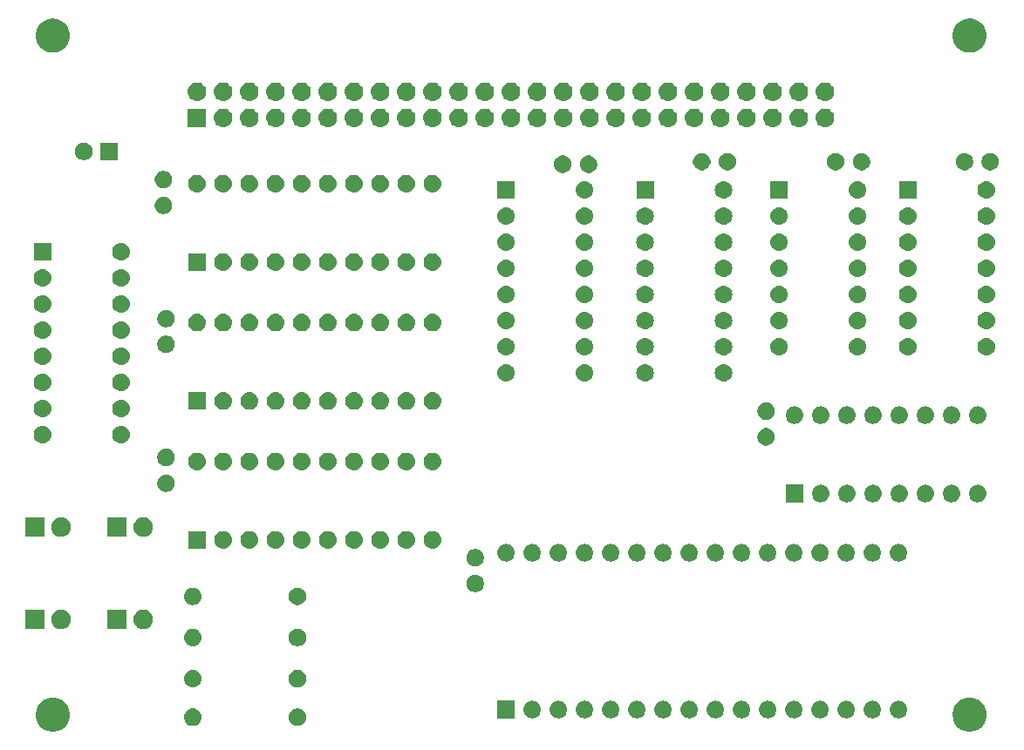
<source format=gts>
G04 #@! TF.GenerationSoftware,KiCad,Pcbnew,(5.1.4-0-10_14)*
G04 #@! TF.CreationDate,2021-02-18T19:38:46+09:00*
G04 #@! TF.ProjectId,PC8001-MEM,50433830-3031-42d4-9d45-4d2e6b696361,rev?*
G04 #@! TF.SameCoordinates,Original*
G04 #@! TF.FileFunction,Soldermask,Top*
G04 #@! TF.FilePolarity,Negative*
%FSLAX46Y46*%
G04 Gerber Fmt 4.6, Leading zero omitted, Abs format (unit mm)*
G04 Created by KiCad (PCBNEW (5.1.4-0-10_14)) date 2021-02-18 19:38:46*
%MOMM*%
%LPD*%
G04 APERTURE LIST*
%ADD10C,0.100000*%
G04 APERTURE END LIST*
D10*
G36*
X190875256Y-122891298D02*
G01*
X190981579Y-122912447D01*
X191282042Y-123036903D01*
X191552451Y-123217585D01*
X191782415Y-123447549D01*
X191963097Y-123717958D01*
X192087553Y-124018421D01*
X192101589Y-124088985D01*
X192151000Y-124337389D01*
X192151000Y-124662611D01*
X192116945Y-124833815D01*
X192087553Y-124981579D01*
X191963097Y-125282042D01*
X191782415Y-125552451D01*
X191552451Y-125782415D01*
X191282042Y-125963097D01*
X190981579Y-126087553D01*
X190875256Y-126108702D01*
X190662611Y-126151000D01*
X190337389Y-126151000D01*
X190124744Y-126108702D01*
X190018421Y-126087553D01*
X189717958Y-125963097D01*
X189447549Y-125782415D01*
X189217585Y-125552451D01*
X189036903Y-125282042D01*
X188912447Y-124981579D01*
X188883055Y-124833815D01*
X188849000Y-124662611D01*
X188849000Y-124337389D01*
X188898411Y-124088985D01*
X188912447Y-124018421D01*
X189036903Y-123717958D01*
X189217585Y-123447549D01*
X189447549Y-123217585D01*
X189717958Y-123036903D01*
X190018421Y-122912447D01*
X190124744Y-122891298D01*
X190337389Y-122849000D01*
X190662611Y-122849000D01*
X190875256Y-122891298D01*
X190875256Y-122891298D01*
G37*
G36*
X101875256Y-122891298D02*
G01*
X101981579Y-122912447D01*
X102282042Y-123036903D01*
X102552451Y-123217585D01*
X102782415Y-123447549D01*
X102963097Y-123717958D01*
X103087553Y-124018421D01*
X103101589Y-124088985D01*
X103151000Y-124337389D01*
X103151000Y-124662611D01*
X103116945Y-124833815D01*
X103087553Y-124981579D01*
X102963097Y-125282042D01*
X102782415Y-125552451D01*
X102552451Y-125782415D01*
X102282042Y-125963097D01*
X101981579Y-126087553D01*
X101875256Y-126108702D01*
X101662611Y-126151000D01*
X101337389Y-126151000D01*
X101124744Y-126108702D01*
X101018421Y-126087553D01*
X100717958Y-125963097D01*
X100447549Y-125782415D01*
X100217585Y-125552451D01*
X100036903Y-125282042D01*
X99912447Y-124981579D01*
X99883055Y-124833815D01*
X99849000Y-124662611D01*
X99849000Y-124337389D01*
X99898411Y-124088985D01*
X99912447Y-124018421D01*
X100036903Y-123717958D01*
X100217585Y-123447549D01*
X100447549Y-123217585D01*
X100717958Y-123036903D01*
X101018421Y-122912447D01*
X101124744Y-122891298D01*
X101337389Y-122849000D01*
X101662611Y-122849000D01*
X101875256Y-122891298D01*
X101875256Y-122891298D01*
G37*
G36*
X125498228Y-123931703D02*
G01*
X125653100Y-123995853D01*
X125792481Y-124088985D01*
X125911015Y-124207519D01*
X126004147Y-124346900D01*
X126068297Y-124501772D01*
X126101000Y-124666184D01*
X126101000Y-124833816D01*
X126068297Y-124998228D01*
X126004147Y-125153100D01*
X125911015Y-125292481D01*
X125792481Y-125411015D01*
X125653100Y-125504147D01*
X125498228Y-125568297D01*
X125333816Y-125601000D01*
X125166184Y-125601000D01*
X125001772Y-125568297D01*
X124846900Y-125504147D01*
X124707519Y-125411015D01*
X124588985Y-125292481D01*
X124495853Y-125153100D01*
X124431703Y-124998228D01*
X124399000Y-124833816D01*
X124399000Y-124666184D01*
X124431703Y-124501772D01*
X124495853Y-124346900D01*
X124588985Y-124207519D01*
X124707519Y-124088985D01*
X124846900Y-123995853D01*
X125001772Y-123931703D01*
X125166184Y-123899000D01*
X125333816Y-123899000D01*
X125498228Y-123931703D01*
X125498228Y-123931703D01*
G37*
G36*
X115256823Y-123911313D02*
G01*
X115417242Y-123959976D01*
X115549906Y-124030886D01*
X115565078Y-124038996D01*
X115694659Y-124145341D01*
X115801004Y-124274922D01*
X115801005Y-124274924D01*
X115880024Y-124422758D01*
X115928687Y-124583177D01*
X115945117Y-124750000D01*
X115928687Y-124916823D01*
X115880024Y-125077242D01*
X115839477Y-125153100D01*
X115801004Y-125225078D01*
X115694659Y-125354659D01*
X115565078Y-125461004D01*
X115565076Y-125461005D01*
X115417242Y-125540024D01*
X115256823Y-125588687D01*
X115131804Y-125601000D01*
X115048196Y-125601000D01*
X114923177Y-125588687D01*
X114762758Y-125540024D01*
X114614924Y-125461005D01*
X114614922Y-125461004D01*
X114485341Y-125354659D01*
X114378996Y-125225078D01*
X114340523Y-125153100D01*
X114299976Y-125077242D01*
X114251313Y-124916823D01*
X114234883Y-124750000D01*
X114251313Y-124583177D01*
X114299976Y-124422758D01*
X114378995Y-124274924D01*
X114378996Y-124274922D01*
X114485341Y-124145341D01*
X114614922Y-124038996D01*
X114630094Y-124030886D01*
X114762758Y-123959976D01*
X114923177Y-123911313D01*
X115048196Y-123899000D01*
X115131804Y-123899000D01*
X115256823Y-123911313D01*
X115256823Y-123911313D01*
G37*
G36*
X173606823Y-123161313D02*
G01*
X173767242Y-123209976D01*
X173899906Y-123280886D01*
X173915078Y-123288996D01*
X174044659Y-123395341D01*
X174151004Y-123524922D01*
X174151005Y-123524924D01*
X174230024Y-123672758D01*
X174278687Y-123833177D01*
X174295117Y-124000000D01*
X174278687Y-124166823D01*
X174230024Y-124327242D01*
X174178968Y-124422761D01*
X174151004Y-124475078D01*
X174044659Y-124604659D01*
X173915078Y-124711004D01*
X173915076Y-124711005D01*
X173767242Y-124790024D01*
X173606823Y-124838687D01*
X173481804Y-124851000D01*
X173398196Y-124851000D01*
X173273177Y-124838687D01*
X173112758Y-124790024D01*
X172964924Y-124711005D01*
X172964922Y-124711004D01*
X172835341Y-124604659D01*
X172728996Y-124475078D01*
X172701032Y-124422761D01*
X172649976Y-124327242D01*
X172601313Y-124166823D01*
X172584883Y-124000000D01*
X172601313Y-123833177D01*
X172649976Y-123672758D01*
X172728995Y-123524924D01*
X172728996Y-123524922D01*
X172835341Y-123395341D01*
X172964922Y-123288996D01*
X172980094Y-123280886D01*
X173112758Y-123209976D01*
X173273177Y-123161313D01*
X173398196Y-123149000D01*
X173481804Y-123149000D01*
X173606823Y-123161313D01*
X173606823Y-123161313D01*
G37*
G36*
X171066823Y-123161313D02*
G01*
X171227242Y-123209976D01*
X171359906Y-123280886D01*
X171375078Y-123288996D01*
X171504659Y-123395341D01*
X171611004Y-123524922D01*
X171611005Y-123524924D01*
X171690024Y-123672758D01*
X171738687Y-123833177D01*
X171755117Y-124000000D01*
X171738687Y-124166823D01*
X171690024Y-124327242D01*
X171638968Y-124422761D01*
X171611004Y-124475078D01*
X171504659Y-124604659D01*
X171375078Y-124711004D01*
X171375076Y-124711005D01*
X171227242Y-124790024D01*
X171066823Y-124838687D01*
X170941804Y-124851000D01*
X170858196Y-124851000D01*
X170733177Y-124838687D01*
X170572758Y-124790024D01*
X170424924Y-124711005D01*
X170424922Y-124711004D01*
X170295341Y-124604659D01*
X170188996Y-124475078D01*
X170161032Y-124422761D01*
X170109976Y-124327242D01*
X170061313Y-124166823D01*
X170044883Y-124000000D01*
X170061313Y-123833177D01*
X170109976Y-123672758D01*
X170188995Y-123524924D01*
X170188996Y-123524922D01*
X170295341Y-123395341D01*
X170424922Y-123288996D01*
X170440094Y-123280886D01*
X170572758Y-123209976D01*
X170733177Y-123161313D01*
X170858196Y-123149000D01*
X170941804Y-123149000D01*
X171066823Y-123161313D01*
X171066823Y-123161313D01*
G37*
G36*
X168526823Y-123161313D02*
G01*
X168687242Y-123209976D01*
X168819906Y-123280886D01*
X168835078Y-123288996D01*
X168964659Y-123395341D01*
X169071004Y-123524922D01*
X169071005Y-123524924D01*
X169150024Y-123672758D01*
X169198687Y-123833177D01*
X169215117Y-124000000D01*
X169198687Y-124166823D01*
X169150024Y-124327242D01*
X169098968Y-124422761D01*
X169071004Y-124475078D01*
X168964659Y-124604659D01*
X168835078Y-124711004D01*
X168835076Y-124711005D01*
X168687242Y-124790024D01*
X168526823Y-124838687D01*
X168401804Y-124851000D01*
X168318196Y-124851000D01*
X168193177Y-124838687D01*
X168032758Y-124790024D01*
X167884924Y-124711005D01*
X167884922Y-124711004D01*
X167755341Y-124604659D01*
X167648996Y-124475078D01*
X167621032Y-124422761D01*
X167569976Y-124327242D01*
X167521313Y-124166823D01*
X167504883Y-124000000D01*
X167521313Y-123833177D01*
X167569976Y-123672758D01*
X167648995Y-123524924D01*
X167648996Y-123524922D01*
X167755341Y-123395341D01*
X167884922Y-123288996D01*
X167900094Y-123280886D01*
X168032758Y-123209976D01*
X168193177Y-123161313D01*
X168318196Y-123149000D01*
X168401804Y-123149000D01*
X168526823Y-123161313D01*
X168526823Y-123161313D01*
G37*
G36*
X165986823Y-123161313D02*
G01*
X166147242Y-123209976D01*
X166279906Y-123280886D01*
X166295078Y-123288996D01*
X166424659Y-123395341D01*
X166531004Y-123524922D01*
X166531005Y-123524924D01*
X166610024Y-123672758D01*
X166658687Y-123833177D01*
X166675117Y-124000000D01*
X166658687Y-124166823D01*
X166610024Y-124327242D01*
X166558968Y-124422761D01*
X166531004Y-124475078D01*
X166424659Y-124604659D01*
X166295078Y-124711004D01*
X166295076Y-124711005D01*
X166147242Y-124790024D01*
X165986823Y-124838687D01*
X165861804Y-124851000D01*
X165778196Y-124851000D01*
X165653177Y-124838687D01*
X165492758Y-124790024D01*
X165344924Y-124711005D01*
X165344922Y-124711004D01*
X165215341Y-124604659D01*
X165108996Y-124475078D01*
X165081032Y-124422761D01*
X165029976Y-124327242D01*
X164981313Y-124166823D01*
X164964883Y-124000000D01*
X164981313Y-123833177D01*
X165029976Y-123672758D01*
X165108995Y-123524924D01*
X165108996Y-123524922D01*
X165215341Y-123395341D01*
X165344922Y-123288996D01*
X165360094Y-123280886D01*
X165492758Y-123209976D01*
X165653177Y-123161313D01*
X165778196Y-123149000D01*
X165861804Y-123149000D01*
X165986823Y-123161313D01*
X165986823Y-123161313D01*
G37*
G36*
X163446823Y-123161313D02*
G01*
X163607242Y-123209976D01*
X163739906Y-123280886D01*
X163755078Y-123288996D01*
X163884659Y-123395341D01*
X163991004Y-123524922D01*
X163991005Y-123524924D01*
X164070024Y-123672758D01*
X164118687Y-123833177D01*
X164135117Y-124000000D01*
X164118687Y-124166823D01*
X164070024Y-124327242D01*
X164018968Y-124422761D01*
X163991004Y-124475078D01*
X163884659Y-124604659D01*
X163755078Y-124711004D01*
X163755076Y-124711005D01*
X163607242Y-124790024D01*
X163446823Y-124838687D01*
X163321804Y-124851000D01*
X163238196Y-124851000D01*
X163113177Y-124838687D01*
X162952758Y-124790024D01*
X162804924Y-124711005D01*
X162804922Y-124711004D01*
X162675341Y-124604659D01*
X162568996Y-124475078D01*
X162541032Y-124422761D01*
X162489976Y-124327242D01*
X162441313Y-124166823D01*
X162424883Y-124000000D01*
X162441313Y-123833177D01*
X162489976Y-123672758D01*
X162568995Y-123524924D01*
X162568996Y-123524922D01*
X162675341Y-123395341D01*
X162804922Y-123288996D01*
X162820094Y-123280886D01*
X162952758Y-123209976D01*
X163113177Y-123161313D01*
X163238196Y-123149000D01*
X163321804Y-123149000D01*
X163446823Y-123161313D01*
X163446823Y-123161313D01*
G37*
G36*
X160906823Y-123161313D02*
G01*
X161067242Y-123209976D01*
X161199906Y-123280886D01*
X161215078Y-123288996D01*
X161344659Y-123395341D01*
X161451004Y-123524922D01*
X161451005Y-123524924D01*
X161530024Y-123672758D01*
X161578687Y-123833177D01*
X161595117Y-124000000D01*
X161578687Y-124166823D01*
X161530024Y-124327242D01*
X161478968Y-124422761D01*
X161451004Y-124475078D01*
X161344659Y-124604659D01*
X161215078Y-124711004D01*
X161215076Y-124711005D01*
X161067242Y-124790024D01*
X160906823Y-124838687D01*
X160781804Y-124851000D01*
X160698196Y-124851000D01*
X160573177Y-124838687D01*
X160412758Y-124790024D01*
X160264924Y-124711005D01*
X160264922Y-124711004D01*
X160135341Y-124604659D01*
X160028996Y-124475078D01*
X160001032Y-124422761D01*
X159949976Y-124327242D01*
X159901313Y-124166823D01*
X159884883Y-124000000D01*
X159901313Y-123833177D01*
X159949976Y-123672758D01*
X160028995Y-123524924D01*
X160028996Y-123524922D01*
X160135341Y-123395341D01*
X160264922Y-123288996D01*
X160280094Y-123280886D01*
X160412758Y-123209976D01*
X160573177Y-123161313D01*
X160698196Y-123149000D01*
X160781804Y-123149000D01*
X160906823Y-123161313D01*
X160906823Y-123161313D01*
G37*
G36*
X158366823Y-123161313D02*
G01*
X158527242Y-123209976D01*
X158659906Y-123280886D01*
X158675078Y-123288996D01*
X158804659Y-123395341D01*
X158911004Y-123524922D01*
X158911005Y-123524924D01*
X158990024Y-123672758D01*
X159038687Y-123833177D01*
X159055117Y-124000000D01*
X159038687Y-124166823D01*
X158990024Y-124327242D01*
X158938968Y-124422761D01*
X158911004Y-124475078D01*
X158804659Y-124604659D01*
X158675078Y-124711004D01*
X158675076Y-124711005D01*
X158527242Y-124790024D01*
X158366823Y-124838687D01*
X158241804Y-124851000D01*
X158158196Y-124851000D01*
X158033177Y-124838687D01*
X157872758Y-124790024D01*
X157724924Y-124711005D01*
X157724922Y-124711004D01*
X157595341Y-124604659D01*
X157488996Y-124475078D01*
X157461032Y-124422761D01*
X157409976Y-124327242D01*
X157361313Y-124166823D01*
X157344883Y-124000000D01*
X157361313Y-123833177D01*
X157409976Y-123672758D01*
X157488995Y-123524924D01*
X157488996Y-123524922D01*
X157595341Y-123395341D01*
X157724922Y-123288996D01*
X157740094Y-123280886D01*
X157872758Y-123209976D01*
X158033177Y-123161313D01*
X158158196Y-123149000D01*
X158241804Y-123149000D01*
X158366823Y-123161313D01*
X158366823Y-123161313D01*
G37*
G36*
X155826823Y-123161313D02*
G01*
X155987242Y-123209976D01*
X156119906Y-123280886D01*
X156135078Y-123288996D01*
X156264659Y-123395341D01*
X156371004Y-123524922D01*
X156371005Y-123524924D01*
X156450024Y-123672758D01*
X156498687Y-123833177D01*
X156515117Y-124000000D01*
X156498687Y-124166823D01*
X156450024Y-124327242D01*
X156398968Y-124422761D01*
X156371004Y-124475078D01*
X156264659Y-124604659D01*
X156135078Y-124711004D01*
X156135076Y-124711005D01*
X155987242Y-124790024D01*
X155826823Y-124838687D01*
X155701804Y-124851000D01*
X155618196Y-124851000D01*
X155493177Y-124838687D01*
X155332758Y-124790024D01*
X155184924Y-124711005D01*
X155184922Y-124711004D01*
X155055341Y-124604659D01*
X154948996Y-124475078D01*
X154921032Y-124422761D01*
X154869976Y-124327242D01*
X154821313Y-124166823D01*
X154804883Y-124000000D01*
X154821313Y-123833177D01*
X154869976Y-123672758D01*
X154948995Y-123524924D01*
X154948996Y-123524922D01*
X155055341Y-123395341D01*
X155184922Y-123288996D01*
X155200094Y-123280886D01*
X155332758Y-123209976D01*
X155493177Y-123161313D01*
X155618196Y-123149000D01*
X155701804Y-123149000D01*
X155826823Y-123161313D01*
X155826823Y-123161313D01*
G37*
G36*
X153286823Y-123161313D02*
G01*
X153447242Y-123209976D01*
X153579906Y-123280886D01*
X153595078Y-123288996D01*
X153724659Y-123395341D01*
X153831004Y-123524922D01*
X153831005Y-123524924D01*
X153910024Y-123672758D01*
X153958687Y-123833177D01*
X153975117Y-124000000D01*
X153958687Y-124166823D01*
X153910024Y-124327242D01*
X153858968Y-124422761D01*
X153831004Y-124475078D01*
X153724659Y-124604659D01*
X153595078Y-124711004D01*
X153595076Y-124711005D01*
X153447242Y-124790024D01*
X153286823Y-124838687D01*
X153161804Y-124851000D01*
X153078196Y-124851000D01*
X152953177Y-124838687D01*
X152792758Y-124790024D01*
X152644924Y-124711005D01*
X152644922Y-124711004D01*
X152515341Y-124604659D01*
X152408996Y-124475078D01*
X152381032Y-124422761D01*
X152329976Y-124327242D01*
X152281313Y-124166823D01*
X152264883Y-124000000D01*
X152281313Y-123833177D01*
X152329976Y-123672758D01*
X152408995Y-123524924D01*
X152408996Y-123524922D01*
X152515341Y-123395341D01*
X152644922Y-123288996D01*
X152660094Y-123280886D01*
X152792758Y-123209976D01*
X152953177Y-123161313D01*
X153078196Y-123149000D01*
X153161804Y-123149000D01*
X153286823Y-123161313D01*
X153286823Y-123161313D01*
G37*
G36*
X150746823Y-123161313D02*
G01*
X150907242Y-123209976D01*
X151039906Y-123280886D01*
X151055078Y-123288996D01*
X151184659Y-123395341D01*
X151291004Y-123524922D01*
X151291005Y-123524924D01*
X151370024Y-123672758D01*
X151418687Y-123833177D01*
X151435117Y-124000000D01*
X151418687Y-124166823D01*
X151370024Y-124327242D01*
X151318968Y-124422761D01*
X151291004Y-124475078D01*
X151184659Y-124604659D01*
X151055078Y-124711004D01*
X151055076Y-124711005D01*
X150907242Y-124790024D01*
X150746823Y-124838687D01*
X150621804Y-124851000D01*
X150538196Y-124851000D01*
X150413177Y-124838687D01*
X150252758Y-124790024D01*
X150104924Y-124711005D01*
X150104922Y-124711004D01*
X149975341Y-124604659D01*
X149868996Y-124475078D01*
X149841032Y-124422761D01*
X149789976Y-124327242D01*
X149741313Y-124166823D01*
X149724883Y-124000000D01*
X149741313Y-123833177D01*
X149789976Y-123672758D01*
X149868995Y-123524924D01*
X149868996Y-123524922D01*
X149975341Y-123395341D01*
X150104922Y-123288996D01*
X150120094Y-123280886D01*
X150252758Y-123209976D01*
X150413177Y-123161313D01*
X150538196Y-123149000D01*
X150621804Y-123149000D01*
X150746823Y-123161313D01*
X150746823Y-123161313D01*
G37*
G36*
X148206823Y-123161313D02*
G01*
X148367242Y-123209976D01*
X148499906Y-123280886D01*
X148515078Y-123288996D01*
X148644659Y-123395341D01*
X148751004Y-123524922D01*
X148751005Y-123524924D01*
X148830024Y-123672758D01*
X148878687Y-123833177D01*
X148895117Y-124000000D01*
X148878687Y-124166823D01*
X148830024Y-124327242D01*
X148778968Y-124422761D01*
X148751004Y-124475078D01*
X148644659Y-124604659D01*
X148515078Y-124711004D01*
X148515076Y-124711005D01*
X148367242Y-124790024D01*
X148206823Y-124838687D01*
X148081804Y-124851000D01*
X147998196Y-124851000D01*
X147873177Y-124838687D01*
X147712758Y-124790024D01*
X147564924Y-124711005D01*
X147564922Y-124711004D01*
X147435341Y-124604659D01*
X147328996Y-124475078D01*
X147301032Y-124422761D01*
X147249976Y-124327242D01*
X147201313Y-124166823D01*
X147184883Y-124000000D01*
X147201313Y-123833177D01*
X147249976Y-123672758D01*
X147328995Y-123524924D01*
X147328996Y-123524922D01*
X147435341Y-123395341D01*
X147564922Y-123288996D01*
X147580094Y-123280886D01*
X147712758Y-123209976D01*
X147873177Y-123161313D01*
X147998196Y-123149000D01*
X148081804Y-123149000D01*
X148206823Y-123161313D01*
X148206823Y-123161313D01*
G37*
G36*
X146351000Y-124851000D02*
G01*
X144649000Y-124851000D01*
X144649000Y-123149000D01*
X146351000Y-123149000D01*
X146351000Y-124851000D01*
X146351000Y-124851000D01*
G37*
G36*
X183766823Y-123161313D02*
G01*
X183927242Y-123209976D01*
X184059906Y-123280886D01*
X184075078Y-123288996D01*
X184204659Y-123395341D01*
X184311004Y-123524922D01*
X184311005Y-123524924D01*
X184390024Y-123672758D01*
X184438687Y-123833177D01*
X184455117Y-124000000D01*
X184438687Y-124166823D01*
X184390024Y-124327242D01*
X184338968Y-124422761D01*
X184311004Y-124475078D01*
X184204659Y-124604659D01*
X184075078Y-124711004D01*
X184075076Y-124711005D01*
X183927242Y-124790024D01*
X183766823Y-124838687D01*
X183641804Y-124851000D01*
X183558196Y-124851000D01*
X183433177Y-124838687D01*
X183272758Y-124790024D01*
X183124924Y-124711005D01*
X183124922Y-124711004D01*
X182995341Y-124604659D01*
X182888996Y-124475078D01*
X182861032Y-124422761D01*
X182809976Y-124327242D01*
X182761313Y-124166823D01*
X182744883Y-124000000D01*
X182761313Y-123833177D01*
X182809976Y-123672758D01*
X182888995Y-123524924D01*
X182888996Y-123524922D01*
X182995341Y-123395341D01*
X183124922Y-123288996D01*
X183140094Y-123280886D01*
X183272758Y-123209976D01*
X183433177Y-123161313D01*
X183558196Y-123149000D01*
X183641804Y-123149000D01*
X183766823Y-123161313D01*
X183766823Y-123161313D01*
G37*
G36*
X181226823Y-123161313D02*
G01*
X181387242Y-123209976D01*
X181519906Y-123280886D01*
X181535078Y-123288996D01*
X181664659Y-123395341D01*
X181771004Y-123524922D01*
X181771005Y-123524924D01*
X181850024Y-123672758D01*
X181898687Y-123833177D01*
X181915117Y-124000000D01*
X181898687Y-124166823D01*
X181850024Y-124327242D01*
X181798968Y-124422761D01*
X181771004Y-124475078D01*
X181664659Y-124604659D01*
X181535078Y-124711004D01*
X181535076Y-124711005D01*
X181387242Y-124790024D01*
X181226823Y-124838687D01*
X181101804Y-124851000D01*
X181018196Y-124851000D01*
X180893177Y-124838687D01*
X180732758Y-124790024D01*
X180584924Y-124711005D01*
X180584922Y-124711004D01*
X180455341Y-124604659D01*
X180348996Y-124475078D01*
X180321032Y-124422761D01*
X180269976Y-124327242D01*
X180221313Y-124166823D01*
X180204883Y-124000000D01*
X180221313Y-123833177D01*
X180269976Y-123672758D01*
X180348995Y-123524924D01*
X180348996Y-123524922D01*
X180455341Y-123395341D01*
X180584922Y-123288996D01*
X180600094Y-123280886D01*
X180732758Y-123209976D01*
X180893177Y-123161313D01*
X181018196Y-123149000D01*
X181101804Y-123149000D01*
X181226823Y-123161313D01*
X181226823Y-123161313D01*
G37*
G36*
X178686823Y-123161313D02*
G01*
X178847242Y-123209976D01*
X178979906Y-123280886D01*
X178995078Y-123288996D01*
X179124659Y-123395341D01*
X179231004Y-123524922D01*
X179231005Y-123524924D01*
X179310024Y-123672758D01*
X179358687Y-123833177D01*
X179375117Y-124000000D01*
X179358687Y-124166823D01*
X179310024Y-124327242D01*
X179258968Y-124422761D01*
X179231004Y-124475078D01*
X179124659Y-124604659D01*
X178995078Y-124711004D01*
X178995076Y-124711005D01*
X178847242Y-124790024D01*
X178686823Y-124838687D01*
X178561804Y-124851000D01*
X178478196Y-124851000D01*
X178353177Y-124838687D01*
X178192758Y-124790024D01*
X178044924Y-124711005D01*
X178044922Y-124711004D01*
X177915341Y-124604659D01*
X177808996Y-124475078D01*
X177781032Y-124422761D01*
X177729976Y-124327242D01*
X177681313Y-124166823D01*
X177664883Y-124000000D01*
X177681313Y-123833177D01*
X177729976Y-123672758D01*
X177808995Y-123524924D01*
X177808996Y-123524922D01*
X177915341Y-123395341D01*
X178044922Y-123288996D01*
X178060094Y-123280886D01*
X178192758Y-123209976D01*
X178353177Y-123161313D01*
X178478196Y-123149000D01*
X178561804Y-123149000D01*
X178686823Y-123161313D01*
X178686823Y-123161313D01*
G37*
G36*
X176146823Y-123161313D02*
G01*
X176307242Y-123209976D01*
X176439906Y-123280886D01*
X176455078Y-123288996D01*
X176584659Y-123395341D01*
X176691004Y-123524922D01*
X176691005Y-123524924D01*
X176770024Y-123672758D01*
X176818687Y-123833177D01*
X176835117Y-124000000D01*
X176818687Y-124166823D01*
X176770024Y-124327242D01*
X176718968Y-124422761D01*
X176691004Y-124475078D01*
X176584659Y-124604659D01*
X176455078Y-124711004D01*
X176455076Y-124711005D01*
X176307242Y-124790024D01*
X176146823Y-124838687D01*
X176021804Y-124851000D01*
X175938196Y-124851000D01*
X175813177Y-124838687D01*
X175652758Y-124790024D01*
X175504924Y-124711005D01*
X175504922Y-124711004D01*
X175375341Y-124604659D01*
X175268996Y-124475078D01*
X175241032Y-124422761D01*
X175189976Y-124327242D01*
X175141313Y-124166823D01*
X175124883Y-124000000D01*
X175141313Y-123833177D01*
X175189976Y-123672758D01*
X175268995Y-123524924D01*
X175268996Y-123524922D01*
X175375341Y-123395341D01*
X175504922Y-123288996D01*
X175520094Y-123280886D01*
X175652758Y-123209976D01*
X175813177Y-123161313D01*
X175938196Y-123149000D01*
X176021804Y-123149000D01*
X176146823Y-123161313D01*
X176146823Y-123161313D01*
G37*
G36*
X125498228Y-120181703D02*
G01*
X125653100Y-120245853D01*
X125792481Y-120338985D01*
X125911015Y-120457519D01*
X126004147Y-120596900D01*
X126068297Y-120751772D01*
X126101000Y-120916184D01*
X126101000Y-121083816D01*
X126068297Y-121248228D01*
X126004147Y-121403100D01*
X125911015Y-121542481D01*
X125792481Y-121661015D01*
X125653100Y-121754147D01*
X125498228Y-121818297D01*
X125333816Y-121851000D01*
X125166184Y-121851000D01*
X125001772Y-121818297D01*
X124846900Y-121754147D01*
X124707519Y-121661015D01*
X124588985Y-121542481D01*
X124495853Y-121403100D01*
X124431703Y-121248228D01*
X124399000Y-121083816D01*
X124399000Y-120916184D01*
X124431703Y-120751772D01*
X124495853Y-120596900D01*
X124588985Y-120457519D01*
X124707519Y-120338985D01*
X124846900Y-120245853D01*
X125001772Y-120181703D01*
X125166184Y-120149000D01*
X125333816Y-120149000D01*
X125498228Y-120181703D01*
X125498228Y-120181703D01*
G37*
G36*
X115256823Y-120161313D02*
G01*
X115417242Y-120209976D01*
X115484361Y-120245852D01*
X115565078Y-120288996D01*
X115694659Y-120395341D01*
X115801004Y-120524922D01*
X115801005Y-120524924D01*
X115880024Y-120672758D01*
X115928687Y-120833177D01*
X115945117Y-121000000D01*
X115928687Y-121166823D01*
X115880024Y-121327242D01*
X115839477Y-121403100D01*
X115801004Y-121475078D01*
X115694659Y-121604659D01*
X115565078Y-121711004D01*
X115565076Y-121711005D01*
X115417242Y-121790024D01*
X115256823Y-121838687D01*
X115131804Y-121851000D01*
X115048196Y-121851000D01*
X114923177Y-121838687D01*
X114762758Y-121790024D01*
X114614924Y-121711005D01*
X114614922Y-121711004D01*
X114485341Y-121604659D01*
X114378996Y-121475078D01*
X114340523Y-121403100D01*
X114299976Y-121327242D01*
X114251313Y-121166823D01*
X114234883Y-121000000D01*
X114251313Y-120833177D01*
X114299976Y-120672758D01*
X114378995Y-120524924D01*
X114378996Y-120524922D01*
X114485341Y-120395341D01*
X114614922Y-120288996D01*
X114695639Y-120245852D01*
X114762758Y-120209976D01*
X114923177Y-120161313D01*
X115048196Y-120149000D01*
X115131804Y-120149000D01*
X115256823Y-120161313D01*
X115256823Y-120161313D01*
G37*
G36*
X115256823Y-116161313D02*
G01*
X115417242Y-116209976D01*
X115484361Y-116245852D01*
X115565078Y-116288996D01*
X115694659Y-116395341D01*
X115801004Y-116524922D01*
X115801005Y-116524924D01*
X115880024Y-116672758D01*
X115928687Y-116833177D01*
X115945117Y-117000000D01*
X115928687Y-117166823D01*
X115880024Y-117327242D01*
X115839477Y-117403100D01*
X115801004Y-117475078D01*
X115694659Y-117604659D01*
X115565078Y-117711004D01*
X115565076Y-117711005D01*
X115417242Y-117790024D01*
X115256823Y-117838687D01*
X115131804Y-117851000D01*
X115048196Y-117851000D01*
X114923177Y-117838687D01*
X114762758Y-117790024D01*
X114614924Y-117711005D01*
X114614922Y-117711004D01*
X114485341Y-117604659D01*
X114378996Y-117475078D01*
X114340523Y-117403100D01*
X114299976Y-117327242D01*
X114251313Y-117166823D01*
X114234883Y-117000000D01*
X114251313Y-116833177D01*
X114299976Y-116672758D01*
X114378995Y-116524924D01*
X114378996Y-116524922D01*
X114485341Y-116395341D01*
X114614922Y-116288996D01*
X114695639Y-116245852D01*
X114762758Y-116209976D01*
X114923177Y-116161313D01*
X115048196Y-116149000D01*
X115131804Y-116149000D01*
X115256823Y-116161313D01*
X115256823Y-116161313D01*
G37*
G36*
X125498228Y-116181703D02*
G01*
X125653100Y-116245853D01*
X125792481Y-116338985D01*
X125911015Y-116457519D01*
X126004147Y-116596900D01*
X126068297Y-116751772D01*
X126101000Y-116916184D01*
X126101000Y-117083816D01*
X126068297Y-117248228D01*
X126004147Y-117403100D01*
X125911015Y-117542481D01*
X125792481Y-117661015D01*
X125653100Y-117754147D01*
X125498228Y-117818297D01*
X125333816Y-117851000D01*
X125166184Y-117851000D01*
X125001772Y-117818297D01*
X124846900Y-117754147D01*
X124707519Y-117661015D01*
X124588985Y-117542481D01*
X124495853Y-117403100D01*
X124431703Y-117248228D01*
X124399000Y-117083816D01*
X124399000Y-116916184D01*
X124431703Y-116751772D01*
X124495853Y-116596900D01*
X124588985Y-116457519D01*
X124707519Y-116338985D01*
X124846900Y-116245853D01*
X125001772Y-116181703D01*
X125166184Y-116149000D01*
X125333816Y-116149000D01*
X125498228Y-116181703D01*
X125498228Y-116181703D01*
G37*
G36*
X100701000Y-116201000D02*
G01*
X98799000Y-116201000D01*
X98799000Y-114299000D01*
X100701000Y-114299000D01*
X100701000Y-116201000D01*
X100701000Y-116201000D01*
G37*
G36*
X102567395Y-114335546D02*
G01*
X102740466Y-114407234D01*
X102740467Y-114407235D01*
X102896227Y-114511310D01*
X103028690Y-114643773D01*
X103028691Y-114643775D01*
X103132766Y-114799534D01*
X103204454Y-114972605D01*
X103241000Y-115156333D01*
X103241000Y-115343667D01*
X103204454Y-115527395D01*
X103132766Y-115700466D01*
X103132765Y-115700467D01*
X103028690Y-115856227D01*
X102896227Y-115988690D01*
X102817818Y-116041081D01*
X102740466Y-116092766D01*
X102567395Y-116164454D01*
X102383667Y-116201000D01*
X102196333Y-116201000D01*
X102012605Y-116164454D01*
X101839534Y-116092766D01*
X101762182Y-116041081D01*
X101683773Y-115988690D01*
X101551310Y-115856227D01*
X101447235Y-115700467D01*
X101447234Y-115700466D01*
X101375546Y-115527395D01*
X101339000Y-115343667D01*
X101339000Y-115156333D01*
X101375546Y-114972605D01*
X101447234Y-114799534D01*
X101551309Y-114643775D01*
X101551310Y-114643773D01*
X101683773Y-114511310D01*
X101839533Y-114407235D01*
X101839534Y-114407234D01*
X102012605Y-114335546D01*
X102196333Y-114299000D01*
X102383667Y-114299000D01*
X102567395Y-114335546D01*
X102567395Y-114335546D01*
G37*
G36*
X110567395Y-114335546D02*
G01*
X110740466Y-114407234D01*
X110740467Y-114407235D01*
X110896227Y-114511310D01*
X111028690Y-114643773D01*
X111028691Y-114643775D01*
X111132766Y-114799534D01*
X111204454Y-114972605D01*
X111241000Y-115156333D01*
X111241000Y-115343667D01*
X111204454Y-115527395D01*
X111132766Y-115700466D01*
X111132765Y-115700467D01*
X111028690Y-115856227D01*
X110896227Y-115988690D01*
X110817818Y-116041081D01*
X110740466Y-116092766D01*
X110567395Y-116164454D01*
X110383667Y-116201000D01*
X110196333Y-116201000D01*
X110012605Y-116164454D01*
X109839534Y-116092766D01*
X109762182Y-116041081D01*
X109683773Y-115988690D01*
X109551310Y-115856227D01*
X109447235Y-115700467D01*
X109447234Y-115700466D01*
X109375546Y-115527395D01*
X109339000Y-115343667D01*
X109339000Y-115156333D01*
X109375546Y-114972605D01*
X109447234Y-114799534D01*
X109551309Y-114643775D01*
X109551310Y-114643773D01*
X109683773Y-114511310D01*
X109839533Y-114407235D01*
X109839534Y-114407234D01*
X110012605Y-114335546D01*
X110196333Y-114299000D01*
X110383667Y-114299000D01*
X110567395Y-114335546D01*
X110567395Y-114335546D01*
G37*
G36*
X108701000Y-116201000D02*
G01*
X106799000Y-116201000D01*
X106799000Y-114299000D01*
X108701000Y-114299000D01*
X108701000Y-116201000D01*
X108701000Y-116201000D01*
G37*
G36*
X125498228Y-112181703D02*
G01*
X125653100Y-112245853D01*
X125792481Y-112338985D01*
X125911015Y-112457519D01*
X126004147Y-112596900D01*
X126068297Y-112751772D01*
X126101000Y-112916184D01*
X126101000Y-113083816D01*
X126068297Y-113248228D01*
X126004147Y-113403100D01*
X125911015Y-113542481D01*
X125792481Y-113661015D01*
X125653100Y-113754147D01*
X125498228Y-113818297D01*
X125333816Y-113851000D01*
X125166184Y-113851000D01*
X125001772Y-113818297D01*
X124846900Y-113754147D01*
X124707519Y-113661015D01*
X124588985Y-113542481D01*
X124495853Y-113403100D01*
X124431703Y-113248228D01*
X124399000Y-113083816D01*
X124399000Y-112916184D01*
X124431703Y-112751772D01*
X124495853Y-112596900D01*
X124588985Y-112457519D01*
X124707519Y-112338985D01*
X124846900Y-112245853D01*
X125001772Y-112181703D01*
X125166184Y-112149000D01*
X125333816Y-112149000D01*
X125498228Y-112181703D01*
X125498228Y-112181703D01*
G37*
G36*
X115256823Y-112161313D02*
G01*
X115417242Y-112209976D01*
X115484361Y-112245852D01*
X115565078Y-112288996D01*
X115694659Y-112395341D01*
X115801004Y-112524922D01*
X115801005Y-112524924D01*
X115880024Y-112672758D01*
X115928687Y-112833177D01*
X115945117Y-113000000D01*
X115928687Y-113166823D01*
X115880024Y-113327242D01*
X115839477Y-113403100D01*
X115801004Y-113475078D01*
X115694659Y-113604659D01*
X115565078Y-113711004D01*
X115565076Y-113711005D01*
X115417242Y-113790024D01*
X115256823Y-113838687D01*
X115131804Y-113851000D01*
X115048196Y-113851000D01*
X114923177Y-113838687D01*
X114762758Y-113790024D01*
X114614924Y-113711005D01*
X114614922Y-113711004D01*
X114485341Y-113604659D01*
X114378996Y-113475078D01*
X114340523Y-113403100D01*
X114299976Y-113327242D01*
X114251313Y-113166823D01*
X114234883Y-113000000D01*
X114251313Y-112833177D01*
X114299976Y-112672758D01*
X114378995Y-112524924D01*
X114378996Y-112524922D01*
X114485341Y-112395341D01*
X114614922Y-112288996D01*
X114695639Y-112245852D01*
X114762758Y-112209976D01*
X114923177Y-112161313D01*
X115048196Y-112149000D01*
X115131804Y-112149000D01*
X115256823Y-112161313D01*
X115256823Y-112161313D01*
G37*
G36*
X142748228Y-110931703D02*
G01*
X142903100Y-110995853D01*
X143042481Y-111088985D01*
X143161015Y-111207519D01*
X143254147Y-111346900D01*
X143318297Y-111501772D01*
X143351000Y-111666184D01*
X143351000Y-111833816D01*
X143318297Y-111998228D01*
X143254147Y-112153100D01*
X143161015Y-112292481D01*
X143042481Y-112411015D01*
X142903100Y-112504147D01*
X142748228Y-112568297D01*
X142583816Y-112601000D01*
X142416184Y-112601000D01*
X142251772Y-112568297D01*
X142096900Y-112504147D01*
X141957519Y-112411015D01*
X141838985Y-112292481D01*
X141745853Y-112153100D01*
X141681703Y-111998228D01*
X141649000Y-111833816D01*
X141649000Y-111666184D01*
X141681703Y-111501772D01*
X141745853Y-111346900D01*
X141838985Y-111207519D01*
X141957519Y-111088985D01*
X142096900Y-110995853D01*
X142251772Y-110931703D01*
X142416184Y-110899000D01*
X142583816Y-110899000D01*
X142748228Y-110931703D01*
X142748228Y-110931703D01*
G37*
G36*
X142748228Y-108431703D02*
G01*
X142903100Y-108495853D01*
X143042481Y-108588985D01*
X143161015Y-108707519D01*
X143254147Y-108846900D01*
X143318297Y-109001772D01*
X143351000Y-109166184D01*
X143351000Y-109333816D01*
X143318297Y-109498228D01*
X143254147Y-109653100D01*
X143161015Y-109792481D01*
X143042481Y-109911015D01*
X142903100Y-110004147D01*
X142748228Y-110068297D01*
X142583816Y-110101000D01*
X142416184Y-110101000D01*
X142251772Y-110068297D01*
X142096900Y-110004147D01*
X141957519Y-109911015D01*
X141838985Y-109792481D01*
X141745853Y-109653100D01*
X141681703Y-109498228D01*
X141649000Y-109333816D01*
X141649000Y-109166184D01*
X141681703Y-109001772D01*
X141745853Y-108846900D01*
X141838985Y-108707519D01*
X141957519Y-108588985D01*
X142096900Y-108495853D01*
X142251772Y-108431703D01*
X142416184Y-108399000D01*
X142583816Y-108399000D01*
X142748228Y-108431703D01*
X142748228Y-108431703D01*
G37*
G36*
X145666823Y-107921313D02*
G01*
X145827242Y-107969976D01*
X145959906Y-108040886D01*
X145975078Y-108048996D01*
X146104659Y-108155341D01*
X146211004Y-108284922D01*
X146211005Y-108284924D01*
X146290024Y-108432758D01*
X146338687Y-108593177D01*
X146355117Y-108760000D01*
X146338687Y-108926823D01*
X146290024Y-109087242D01*
X146247828Y-109166185D01*
X146211004Y-109235078D01*
X146104659Y-109364659D01*
X145975078Y-109471004D01*
X145975076Y-109471005D01*
X145827242Y-109550024D01*
X145666823Y-109598687D01*
X145541804Y-109611000D01*
X145458196Y-109611000D01*
X145333177Y-109598687D01*
X145172758Y-109550024D01*
X145024924Y-109471005D01*
X145024922Y-109471004D01*
X144895341Y-109364659D01*
X144788996Y-109235078D01*
X144752172Y-109166185D01*
X144709976Y-109087242D01*
X144661313Y-108926823D01*
X144644883Y-108760000D01*
X144661313Y-108593177D01*
X144709976Y-108432758D01*
X144788995Y-108284924D01*
X144788996Y-108284922D01*
X144895341Y-108155341D01*
X145024922Y-108048996D01*
X145040094Y-108040886D01*
X145172758Y-107969976D01*
X145333177Y-107921313D01*
X145458196Y-107909000D01*
X145541804Y-107909000D01*
X145666823Y-107921313D01*
X145666823Y-107921313D01*
G37*
G36*
X155826823Y-107921313D02*
G01*
X155987242Y-107969976D01*
X156119906Y-108040886D01*
X156135078Y-108048996D01*
X156264659Y-108155341D01*
X156371004Y-108284922D01*
X156371005Y-108284924D01*
X156450024Y-108432758D01*
X156498687Y-108593177D01*
X156515117Y-108760000D01*
X156498687Y-108926823D01*
X156450024Y-109087242D01*
X156407828Y-109166185D01*
X156371004Y-109235078D01*
X156264659Y-109364659D01*
X156135078Y-109471004D01*
X156135076Y-109471005D01*
X155987242Y-109550024D01*
X155826823Y-109598687D01*
X155701804Y-109611000D01*
X155618196Y-109611000D01*
X155493177Y-109598687D01*
X155332758Y-109550024D01*
X155184924Y-109471005D01*
X155184922Y-109471004D01*
X155055341Y-109364659D01*
X154948996Y-109235078D01*
X154912172Y-109166185D01*
X154869976Y-109087242D01*
X154821313Y-108926823D01*
X154804883Y-108760000D01*
X154821313Y-108593177D01*
X154869976Y-108432758D01*
X154948995Y-108284924D01*
X154948996Y-108284922D01*
X155055341Y-108155341D01*
X155184922Y-108048996D01*
X155200094Y-108040886D01*
X155332758Y-107969976D01*
X155493177Y-107921313D01*
X155618196Y-107909000D01*
X155701804Y-107909000D01*
X155826823Y-107921313D01*
X155826823Y-107921313D01*
G37*
G36*
X183766823Y-107921313D02*
G01*
X183927242Y-107969976D01*
X184059906Y-108040886D01*
X184075078Y-108048996D01*
X184204659Y-108155341D01*
X184311004Y-108284922D01*
X184311005Y-108284924D01*
X184390024Y-108432758D01*
X184438687Y-108593177D01*
X184455117Y-108760000D01*
X184438687Y-108926823D01*
X184390024Y-109087242D01*
X184347828Y-109166185D01*
X184311004Y-109235078D01*
X184204659Y-109364659D01*
X184075078Y-109471004D01*
X184075076Y-109471005D01*
X183927242Y-109550024D01*
X183766823Y-109598687D01*
X183641804Y-109611000D01*
X183558196Y-109611000D01*
X183433177Y-109598687D01*
X183272758Y-109550024D01*
X183124924Y-109471005D01*
X183124922Y-109471004D01*
X182995341Y-109364659D01*
X182888996Y-109235078D01*
X182852172Y-109166185D01*
X182809976Y-109087242D01*
X182761313Y-108926823D01*
X182744883Y-108760000D01*
X182761313Y-108593177D01*
X182809976Y-108432758D01*
X182888995Y-108284924D01*
X182888996Y-108284922D01*
X182995341Y-108155341D01*
X183124922Y-108048996D01*
X183140094Y-108040886D01*
X183272758Y-107969976D01*
X183433177Y-107921313D01*
X183558196Y-107909000D01*
X183641804Y-107909000D01*
X183766823Y-107921313D01*
X183766823Y-107921313D01*
G37*
G36*
X181226823Y-107921313D02*
G01*
X181387242Y-107969976D01*
X181519906Y-108040886D01*
X181535078Y-108048996D01*
X181664659Y-108155341D01*
X181771004Y-108284922D01*
X181771005Y-108284924D01*
X181850024Y-108432758D01*
X181898687Y-108593177D01*
X181915117Y-108760000D01*
X181898687Y-108926823D01*
X181850024Y-109087242D01*
X181807828Y-109166185D01*
X181771004Y-109235078D01*
X181664659Y-109364659D01*
X181535078Y-109471004D01*
X181535076Y-109471005D01*
X181387242Y-109550024D01*
X181226823Y-109598687D01*
X181101804Y-109611000D01*
X181018196Y-109611000D01*
X180893177Y-109598687D01*
X180732758Y-109550024D01*
X180584924Y-109471005D01*
X180584922Y-109471004D01*
X180455341Y-109364659D01*
X180348996Y-109235078D01*
X180312172Y-109166185D01*
X180269976Y-109087242D01*
X180221313Y-108926823D01*
X180204883Y-108760000D01*
X180221313Y-108593177D01*
X180269976Y-108432758D01*
X180348995Y-108284924D01*
X180348996Y-108284922D01*
X180455341Y-108155341D01*
X180584922Y-108048996D01*
X180600094Y-108040886D01*
X180732758Y-107969976D01*
X180893177Y-107921313D01*
X181018196Y-107909000D01*
X181101804Y-107909000D01*
X181226823Y-107921313D01*
X181226823Y-107921313D01*
G37*
G36*
X178686823Y-107921313D02*
G01*
X178847242Y-107969976D01*
X178979906Y-108040886D01*
X178995078Y-108048996D01*
X179124659Y-108155341D01*
X179231004Y-108284922D01*
X179231005Y-108284924D01*
X179310024Y-108432758D01*
X179358687Y-108593177D01*
X179375117Y-108760000D01*
X179358687Y-108926823D01*
X179310024Y-109087242D01*
X179267828Y-109166185D01*
X179231004Y-109235078D01*
X179124659Y-109364659D01*
X178995078Y-109471004D01*
X178995076Y-109471005D01*
X178847242Y-109550024D01*
X178686823Y-109598687D01*
X178561804Y-109611000D01*
X178478196Y-109611000D01*
X178353177Y-109598687D01*
X178192758Y-109550024D01*
X178044924Y-109471005D01*
X178044922Y-109471004D01*
X177915341Y-109364659D01*
X177808996Y-109235078D01*
X177772172Y-109166185D01*
X177729976Y-109087242D01*
X177681313Y-108926823D01*
X177664883Y-108760000D01*
X177681313Y-108593177D01*
X177729976Y-108432758D01*
X177808995Y-108284924D01*
X177808996Y-108284922D01*
X177915341Y-108155341D01*
X178044922Y-108048996D01*
X178060094Y-108040886D01*
X178192758Y-107969976D01*
X178353177Y-107921313D01*
X178478196Y-107909000D01*
X178561804Y-107909000D01*
X178686823Y-107921313D01*
X178686823Y-107921313D01*
G37*
G36*
X176146823Y-107921313D02*
G01*
X176307242Y-107969976D01*
X176439906Y-108040886D01*
X176455078Y-108048996D01*
X176584659Y-108155341D01*
X176691004Y-108284922D01*
X176691005Y-108284924D01*
X176770024Y-108432758D01*
X176818687Y-108593177D01*
X176835117Y-108760000D01*
X176818687Y-108926823D01*
X176770024Y-109087242D01*
X176727828Y-109166185D01*
X176691004Y-109235078D01*
X176584659Y-109364659D01*
X176455078Y-109471004D01*
X176455076Y-109471005D01*
X176307242Y-109550024D01*
X176146823Y-109598687D01*
X176021804Y-109611000D01*
X175938196Y-109611000D01*
X175813177Y-109598687D01*
X175652758Y-109550024D01*
X175504924Y-109471005D01*
X175504922Y-109471004D01*
X175375341Y-109364659D01*
X175268996Y-109235078D01*
X175232172Y-109166185D01*
X175189976Y-109087242D01*
X175141313Y-108926823D01*
X175124883Y-108760000D01*
X175141313Y-108593177D01*
X175189976Y-108432758D01*
X175268995Y-108284924D01*
X175268996Y-108284922D01*
X175375341Y-108155341D01*
X175504922Y-108048996D01*
X175520094Y-108040886D01*
X175652758Y-107969976D01*
X175813177Y-107921313D01*
X175938196Y-107909000D01*
X176021804Y-107909000D01*
X176146823Y-107921313D01*
X176146823Y-107921313D01*
G37*
G36*
X173606823Y-107921313D02*
G01*
X173767242Y-107969976D01*
X173899906Y-108040886D01*
X173915078Y-108048996D01*
X174044659Y-108155341D01*
X174151004Y-108284922D01*
X174151005Y-108284924D01*
X174230024Y-108432758D01*
X174278687Y-108593177D01*
X174295117Y-108760000D01*
X174278687Y-108926823D01*
X174230024Y-109087242D01*
X174187828Y-109166185D01*
X174151004Y-109235078D01*
X174044659Y-109364659D01*
X173915078Y-109471004D01*
X173915076Y-109471005D01*
X173767242Y-109550024D01*
X173606823Y-109598687D01*
X173481804Y-109611000D01*
X173398196Y-109611000D01*
X173273177Y-109598687D01*
X173112758Y-109550024D01*
X172964924Y-109471005D01*
X172964922Y-109471004D01*
X172835341Y-109364659D01*
X172728996Y-109235078D01*
X172692172Y-109166185D01*
X172649976Y-109087242D01*
X172601313Y-108926823D01*
X172584883Y-108760000D01*
X172601313Y-108593177D01*
X172649976Y-108432758D01*
X172728995Y-108284924D01*
X172728996Y-108284922D01*
X172835341Y-108155341D01*
X172964922Y-108048996D01*
X172980094Y-108040886D01*
X173112758Y-107969976D01*
X173273177Y-107921313D01*
X173398196Y-107909000D01*
X173481804Y-107909000D01*
X173606823Y-107921313D01*
X173606823Y-107921313D01*
G37*
G36*
X171066823Y-107921313D02*
G01*
X171227242Y-107969976D01*
X171359906Y-108040886D01*
X171375078Y-108048996D01*
X171504659Y-108155341D01*
X171611004Y-108284922D01*
X171611005Y-108284924D01*
X171690024Y-108432758D01*
X171738687Y-108593177D01*
X171755117Y-108760000D01*
X171738687Y-108926823D01*
X171690024Y-109087242D01*
X171647828Y-109166185D01*
X171611004Y-109235078D01*
X171504659Y-109364659D01*
X171375078Y-109471004D01*
X171375076Y-109471005D01*
X171227242Y-109550024D01*
X171066823Y-109598687D01*
X170941804Y-109611000D01*
X170858196Y-109611000D01*
X170733177Y-109598687D01*
X170572758Y-109550024D01*
X170424924Y-109471005D01*
X170424922Y-109471004D01*
X170295341Y-109364659D01*
X170188996Y-109235078D01*
X170152172Y-109166185D01*
X170109976Y-109087242D01*
X170061313Y-108926823D01*
X170044883Y-108760000D01*
X170061313Y-108593177D01*
X170109976Y-108432758D01*
X170188995Y-108284924D01*
X170188996Y-108284922D01*
X170295341Y-108155341D01*
X170424922Y-108048996D01*
X170440094Y-108040886D01*
X170572758Y-107969976D01*
X170733177Y-107921313D01*
X170858196Y-107909000D01*
X170941804Y-107909000D01*
X171066823Y-107921313D01*
X171066823Y-107921313D01*
G37*
G36*
X168526823Y-107921313D02*
G01*
X168687242Y-107969976D01*
X168819906Y-108040886D01*
X168835078Y-108048996D01*
X168964659Y-108155341D01*
X169071004Y-108284922D01*
X169071005Y-108284924D01*
X169150024Y-108432758D01*
X169198687Y-108593177D01*
X169215117Y-108760000D01*
X169198687Y-108926823D01*
X169150024Y-109087242D01*
X169107828Y-109166185D01*
X169071004Y-109235078D01*
X168964659Y-109364659D01*
X168835078Y-109471004D01*
X168835076Y-109471005D01*
X168687242Y-109550024D01*
X168526823Y-109598687D01*
X168401804Y-109611000D01*
X168318196Y-109611000D01*
X168193177Y-109598687D01*
X168032758Y-109550024D01*
X167884924Y-109471005D01*
X167884922Y-109471004D01*
X167755341Y-109364659D01*
X167648996Y-109235078D01*
X167612172Y-109166185D01*
X167569976Y-109087242D01*
X167521313Y-108926823D01*
X167504883Y-108760000D01*
X167521313Y-108593177D01*
X167569976Y-108432758D01*
X167648995Y-108284924D01*
X167648996Y-108284922D01*
X167755341Y-108155341D01*
X167884922Y-108048996D01*
X167900094Y-108040886D01*
X168032758Y-107969976D01*
X168193177Y-107921313D01*
X168318196Y-107909000D01*
X168401804Y-107909000D01*
X168526823Y-107921313D01*
X168526823Y-107921313D01*
G37*
G36*
X165986823Y-107921313D02*
G01*
X166147242Y-107969976D01*
X166279906Y-108040886D01*
X166295078Y-108048996D01*
X166424659Y-108155341D01*
X166531004Y-108284922D01*
X166531005Y-108284924D01*
X166610024Y-108432758D01*
X166658687Y-108593177D01*
X166675117Y-108760000D01*
X166658687Y-108926823D01*
X166610024Y-109087242D01*
X166567828Y-109166185D01*
X166531004Y-109235078D01*
X166424659Y-109364659D01*
X166295078Y-109471004D01*
X166295076Y-109471005D01*
X166147242Y-109550024D01*
X165986823Y-109598687D01*
X165861804Y-109611000D01*
X165778196Y-109611000D01*
X165653177Y-109598687D01*
X165492758Y-109550024D01*
X165344924Y-109471005D01*
X165344922Y-109471004D01*
X165215341Y-109364659D01*
X165108996Y-109235078D01*
X165072172Y-109166185D01*
X165029976Y-109087242D01*
X164981313Y-108926823D01*
X164964883Y-108760000D01*
X164981313Y-108593177D01*
X165029976Y-108432758D01*
X165108995Y-108284924D01*
X165108996Y-108284922D01*
X165215341Y-108155341D01*
X165344922Y-108048996D01*
X165360094Y-108040886D01*
X165492758Y-107969976D01*
X165653177Y-107921313D01*
X165778196Y-107909000D01*
X165861804Y-107909000D01*
X165986823Y-107921313D01*
X165986823Y-107921313D01*
G37*
G36*
X163446823Y-107921313D02*
G01*
X163607242Y-107969976D01*
X163739906Y-108040886D01*
X163755078Y-108048996D01*
X163884659Y-108155341D01*
X163991004Y-108284922D01*
X163991005Y-108284924D01*
X164070024Y-108432758D01*
X164118687Y-108593177D01*
X164135117Y-108760000D01*
X164118687Y-108926823D01*
X164070024Y-109087242D01*
X164027828Y-109166185D01*
X163991004Y-109235078D01*
X163884659Y-109364659D01*
X163755078Y-109471004D01*
X163755076Y-109471005D01*
X163607242Y-109550024D01*
X163446823Y-109598687D01*
X163321804Y-109611000D01*
X163238196Y-109611000D01*
X163113177Y-109598687D01*
X162952758Y-109550024D01*
X162804924Y-109471005D01*
X162804922Y-109471004D01*
X162675341Y-109364659D01*
X162568996Y-109235078D01*
X162532172Y-109166185D01*
X162489976Y-109087242D01*
X162441313Y-108926823D01*
X162424883Y-108760000D01*
X162441313Y-108593177D01*
X162489976Y-108432758D01*
X162568995Y-108284924D01*
X162568996Y-108284922D01*
X162675341Y-108155341D01*
X162804922Y-108048996D01*
X162820094Y-108040886D01*
X162952758Y-107969976D01*
X163113177Y-107921313D01*
X163238196Y-107909000D01*
X163321804Y-107909000D01*
X163446823Y-107921313D01*
X163446823Y-107921313D01*
G37*
G36*
X160906823Y-107921313D02*
G01*
X161067242Y-107969976D01*
X161199906Y-108040886D01*
X161215078Y-108048996D01*
X161344659Y-108155341D01*
X161451004Y-108284922D01*
X161451005Y-108284924D01*
X161530024Y-108432758D01*
X161578687Y-108593177D01*
X161595117Y-108760000D01*
X161578687Y-108926823D01*
X161530024Y-109087242D01*
X161487828Y-109166185D01*
X161451004Y-109235078D01*
X161344659Y-109364659D01*
X161215078Y-109471004D01*
X161215076Y-109471005D01*
X161067242Y-109550024D01*
X160906823Y-109598687D01*
X160781804Y-109611000D01*
X160698196Y-109611000D01*
X160573177Y-109598687D01*
X160412758Y-109550024D01*
X160264924Y-109471005D01*
X160264922Y-109471004D01*
X160135341Y-109364659D01*
X160028996Y-109235078D01*
X159992172Y-109166185D01*
X159949976Y-109087242D01*
X159901313Y-108926823D01*
X159884883Y-108760000D01*
X159901313Y-108593177D01*
X159949976Y-108432758D01*
X160028995Y-108284924D01*
X160028996Y-108284922D01*
X160135341Y-108155341D01*
X160264922Y-108048996D01*
X160280094Y-108040886D01*
X160412758Y-107969976D01*
X160573177Y-107921313D01*
X160698196Y-107909000D01*
X160781804Y-107909000D01*
X160906823Y-107921313D01*
X160906823Y-107921313D01*
G37*
G36*
X158366823Y-107921313D02*
G01*
X158527242Y-107969976D01*
X158659906Y-108040886D01*
X158675078Y-108048996D01*
X158804659Y-108155341D01*
X158911004Y-108284922D01*
X158911005Y-108284924D01*
X158990024Y-108432758D01*
X159038687Y-108593177D01*
X159055117Y-108760000D01*
X159038687Y-108926823D01*
X158990024Y-109087242D01*
X158947828Y-109166185D01*
X158911004Y-109235078D01*
X158804659Y-109364659D01*
X158675078Y-109471004D01*
X158675076Y-109471005D01*
X158527242Y-109550024D01*
X158366823Y-109598687D01*
X158241804Y-109611000D01*
X158158196Y-109611000D01*
X158033177Y-109598687D01*
X157872758Y-109550024D01*
X157724924Y-109471005D01*
X157724922Y-109471004D01*
X157595341Y-109364659D01*
X157488996Y-109235078D01*
X157452172Y-109166185D01*
X157409976Y-109087242D01*
X157361313Y-108926823D01*
X157344883Y-108760000D01*
X157361313Y-108593177D01*
X157409976Y-108432758D01*
X157488995Y-108284924D01*
X157488996Y-108284922D01*
X157595341Y-108155341D01*
X157724922Y-108048996D01*
X157740094Y-108040886D01*
X157872758Y-107969976D01*
X158033177Y-107921313D01*
X158158196Y-107909000D01*
X158241804Y-107909000D01*
X158366823Y-107921313D01*
X158366823Y-107921313D01*
G37*
G36*
X153286823Y-107921313D02*
G01*
X153447242Y-107969976D01*
X153579906Y-108040886D01*
X153595078Y-108048996D01*
X153724659Y-108155341D01*
X153831004Y-108284922D01*
X153831005Y-108284924D01*
X153910024Y-108432758D01*
X153958687Y-108593177D01*
X153975117Y-108760000D01*
X153958687Y-108926823D01*
X153910024Y-109087242D01*
X153867828Y-109166185D01*
X153831004Y-109235078D01*
X153724659Y-109364659D01*
X153595078Y-109471004D01*
X153595076Y-109471005D01*
X153447242Y-109550024D01*
X153286823Y-109598687D01*
X153161804Y-109611000D01*
X153078196Y-109611000D01*
X152953177Y-109598687D01*
X152792758Y-109550024D01*
X152644924Y-109471005D01*
X152644922Y-109471004D01*
X152515341Y-109364659D01*
X152408996Y-109235078D01*
X152372172Y-109166185D01*
X152329976Y-109087242D01*
X152281313Y-108926823D01*
X152264883Y-108760000D01*
X152281313Y-108593177D01*
X152329976Y-108432758D01*
X152408995Y-108284924D01*
X152408996Y-108284922D01*
X152515341Y-108155341D01*
X152644922Y-108048996D01*
X152660094Y-108040886D01*
X152792758Y-107969976D01*
X152953177Y-107921313D01*
X153078196Y-107909000D01*
X153161804Y-107909000D01*
X153286823Y-107921313D01*
X153286823Y-107921313D01*
G37*
G36*
X150746823Y-107921313D02*
G01*
X150907242Y-107969976D01*
X151039906Y-108040886D01*
X151055078Y-108048996D01*
X151184659Y-108155341D01*
X151291004Y-108284922D01*
X151291005Y-108284924D01*
X151370024Y-108432758D01*
X151418687Y-108593177D01*
X151435117Y-108760000D01*
X151418687Y-108926823D01*
X151370024Y-109087242D01*
X151327828Y-109166185D01*
X151291004Y-109235078D01*
X151184659Y-109364659D01*
X151055078Y-109471004D01*
X151055076Y-109471005D01*
X150907242Y-109550024D01*
X150746823Y-109598687D01*
X150621804Y-109611000D01*
X150538196Y-109611000D01*
X150413177Y-109598687D01*
X150252758Y-109550024D01*
X150104924Y-109471005D01*
X150104922Y-109471004D01*
X149975341Y-109364659D01*
X149868996Y-109235078D01*
X149832172Y-109166185D01*
X149789976Y-109087242D01*
X149741313Y-108926823D01*
X149724883Y-108760000D01*
X149741313Y-108593177D01*
X149789976Y-108432758D01*
X149868995Y-108284924D01*
X149868996Y-108284922D01*
X149975341Y-108155341D01*
X150104922Y-108048996D01*
X150120094Y-108040886D01*
X150252758Y-107969976D01*
X150413177Y-107921313D01*
X150538196Y-107909000D01*
X150621804Y-107909000D01*
X150746823Y-107921313D01*
X150746823Y-107921313D01*
G37*
G36*
X148206823Y-107921313D02*
G01*
X148367242Y-107969976D01*
X148499906Y-108040886D01*
X148515078Y-108048996D01*
X148644659Y-108155341D01*
X148751004Y-108284922D01*
X148751005Y-108284924D01*
X148830024Y-108432758D01*
X148878687Y-108593177D01*
X148895117Y-108760000D01*
X148878687Y-108926823D01*
X148830024Y-109087242D01*
X148787828Y-109166185D01*
X148751004Y-109235078D01*
X148644659Y-109364659D01*
X148515078Y-109471004D01*
X148515076Y-109471005D01*
X148367242Y-109550024D01*
X148206823Y-109598687D01*
X148081804Y-109611000D01*
X147998196Y-109611000D01*
X147873177Y-109598687D01*
X147712758Y-109550024D01*
X147564924Y-109471005D01*
X147564922Y-109471004D01*
X147435341Y-109364659D01*
X147328996Y-109235078D01*
X147292172Y-109166185D01*
X147249976Y-109087242D01*
X147201313Y-108926823D01*
X147184883Y-108760000D01*
X147201313Y-108593177D01*
X147249976Y-108432758D01*
X147328995Y-108284924D01*
X147328996Y-108284922D01*
X147435341Y-108155341D01*
X147564922Y-108048996D01*
X147580094Y-108040886D01*
X147712758Y-107969976D01*
X147873177Y-107921313D01*
X147998196Y-107909000D01*
X148081804Y-107909000D01*
X148206823Y-107921313D01*
X148206823Y-107921313D01*
G37*
G36*
X130906823Y-106661313D02*
G01*
X131067242Y-106709976D01*
X131199906Y-106780886D01*
X131215078Y-106788996D01*
X131344659Y-106895341D01*
X131451004Y-107024922D01*
X131451005Y-107024924D01*
X131530024Y-107172758D01*
X131578687Y-107333177D01*
X131595117Y-107500000D01*
X131578687Y-107666823D01*
X131530024Y-107827242D01*
X131486323Y-107909000D01*
X131451004Y-107975078D01*
X131344659Y-108104659D01*
X131215078Y-108211004D01*
X131215076Y-108211005D01*
X131067242Y-108290024D01*
X130906823Y-108338687D01*
X130781804Y-108351000D01*
X130698196Y-108351000D01*
X130573177Y-108338687D01*
X130412758Y-108290024D01*
X130264924Y-108211005D01*
X130264922Y-108211004D01*
X130135341Y-108104659D01*
X130028996Y-107975078D01*
X129993677Y-107909000D01*
X129949976Y-107827242D01*
X129901313Y-107666823D01*
X129884883Y-107500000D01*
X129901313Y-107333177D01*
X129949976Y-107172758D01*
X130028995Y-107024924D01*
X130028996Y-107024922D01*
X130135341Y-106895341D01*
X130264922Y-106788996D01*
X130280094Y-106780886D01*
X130412758Y-106709976D01*
X130573177Y-106661313D01*
X130698196Y-106649000D01*
X130781804Y-106649000D01*
X130906823Y-106661313D01*
X130906823Y-106661313D01*
G37*
G36*
X128366823Y-106661313D02*
G01*
X128527242Y-106709976D01*
X128659906Y-106780886D01*
X128675078Y-106788996D01*
X128804659Y-106895341D01*
X128911004Y-107024922D01*
X128911005Y-107024924D01*
X128990024Y-107172758D01*
X129038687Y-107333177D01*
X129055117Y-107500000D01*
X129038687Y-107666823D01*
X128990024Y-107827242D01*
X128946323Y-107909000D01*
X128911004Y-107975078D01*
X128804659Y-108104659D01*
X128675078Y-108211004D01*
X128675076Y-108211005D01*
X128527242Y-108290024D01*
X128366823Y-108338687D01*
X128241804Y-108351000D01*
X128158196Y-108351000D01*
X128033177Y-108338687D01*
X127872758Y-108290024D01*
X127724924Y-108211005D01*
X127724922Y-108211004D01*
X127595341Y-108104659D01*
X127488996Y-107975078D01*
X127453677Y-107909000D01*
X127409976Y-107827242D01*
X127361313Y-107666823D01*
X127344883Y-107500000D01*
X127361313Y-107333177D01*
X127409976Y-107172758D01*
X127488995Y-107024924D01*
X127488996Y-107024922D01*
X127595341Y-106895341D01*
X127724922Y-106788996D01*
X127740094Y-106780886D01*
X127872758Y-106709976D01*
X128033177Y-106661313D01*
X128158196Y-106649000D01*
X128241804Y-106649000D01*
X128366823Y-106661313D01*
X128366823Y-106661313D01*
G37*
G36*
X125826823Y-106661313D02*
G01*
X125987242Y-106709976D01*
X126119906Y-106780886D01*
X126135078Y-106788996D01*
X126264659Y-106895341D01*
X126371004Y-107024922D01*
X126371005Y-107024924D01*
X126450024Y-107172758D01*
X126498687Y-107333177D01*
X126515117Y-107500000D01*
X126498687Y-107666823D01*
X126450024Y-107827242D01*
X126406323Y-107909000D01*
X126371004Y-107975078D01*
X126264659Y-108104659D01*
X126135078Y-108211004D01*
X126135076Y-108211005D01*
X125987242Y-108290024D01*
X125826823Y-108338687D01*
X125701804Y-108351000D01*
X125618196Y-108351000D01*
X125493177Y-108338687D01*
X125332758Y-108290024D01*
X125184924Y-108211005D01*
X125184922Y-108211004D01*
X125055341Y-108104659D01*
X124948996Y-107975078D01*
X124913677Y-107909000D01*
X124869976Y-107827242D01*
X124821313Y-107666823D01*
X124804883Y-107500000D01*
X124821313Y-107333177D01*
X124869976Y-107172758D01*
X124948995Y-107024924D01*
X124948996Y-107024922D01*
X125055341Y-106895341D01*
X125184922Y-106788996D01*
X125200094Y-106780886D01*
X125332758Y-106709976D01*
X125493177Y-106661313D01*
X125618196Y-106649000D01*
X125701804Y-106649000D01*
X125826823Y-106661313D01*
X125826823Y-106661313D01*
G37*
G36*
X123286823Y-106661313D02*
G01*
X123447242Y-106709976D01*
X123579906Y-106780886D01*
X123595078Y-106788996D01*
X123724659Y-106895341D01*
X123831004Y-107024922D01*
X123831005Y-107024924D01*
X123910024Y-107172758D01*
X123958687Y-107333177D01*
X123975117Y-107500000D01*
X123958687Y-107666823D01*
X123910024Y-107827242D01*
X123866323Y-107909000D01*
X123831004Y-107975078D01*
X123724659Y-108104659D01*
X123595078Y-108211004D01*
X123595076Y-108211005D01*
X123447242Y-108290024D01*
X123286823Y-108338687D01*
X123161804Y-108351000D01*
X123078196Y-108351000D01*
X122953177Y-108338687D01*
X122792758Y-108290024D01*
X122644924Y-108211005D01*
X122644922Y-108211004D01*
X122515341Y-108104659D01*
X122408996Y-107975078D01*
X122373677Y-107909000D01*
X122329976Y-107827242D01*
X122281313Y-107666823D01*
X122264883Y-107500000D01*
X122281313Y-107333177D01*
X122329976Y-107172758D01*
X122408995Y-107024924D01*
X122408996Y-107024922D01*
X122515341Y-106895341D01*
X122644922Y-106788996D01*
X122660094Y-106780886D01*
X122792758Y-106709976D01*
X122953177Y-106661313D01*
X123078196Y-106649000D01*
X123161804Y-106649000D01*
X123286823Y-106661313D01*
X123286823Y-106661313D01*
G37*
G36*
X120746823Y-106661313D02*
G01*
X120907242Y-106709976D01*
X121039906Y-106780886D01*
X121055078Y-106788996D01*
X121184659Y-106895341D01*
X121291004Y-107024922D01*
X121291005Y-107024924D01*
X121370024Y-107172758D01*
X121418687Y-107333177D01*
X121435117Y-107500000D01*
X121418687Y-107666823D01*
X121370024Y-107827242D01*
X121326323Y-107909000D01*
X121291004Y-107975078D01*
X121184659Y-108104659D01*
X121055078Y-108211004D01*
X121055076Y-108211005D01*
X120907242Y-108290024D01*
X120746823Y-108338687D01*
X120621804Y-108351000D01*
X120538196Y-108351000D01*
X120413177Y-108338687D01*
X120252758Y-108290024D01*
X120104924Y-108211005D01*
X120104922Y-108211004D01*
X119975341Y-108104659D01*
X119868996Y-107975078D01*
X119833677Y-107909000D01*
X119789976Y-107827242D01*
X119741313Y-107666823D01*
X119724883Y-107500000D01*
X119741313Y-107333177D01*
X119789976Y-107172758D01*
X119868995Y-107024924D01*
X119868996Y-107024922D01*
X119975341Y-106895341D01*
X120104922Y-106788996D01*
X120120094Y-106780886D01*
X120252758Y-106709976D01*
X120413177Y-106661313D01*
X120538196Y-106649000D01*
X120621804Y-106649000D01*
X120746823Y-106661313D01*
X120746823Y-106661313D01*
G37*
G36*
X118206823Y-106661313D02*
G01*
X118367242Y-106709976D01*
X118499906Y-106780886D01*
X118515078Y-106788996D01*
X118644659Y-106895341D01*
X118751004Y-107024922D01*
X118751005Y-107024924D01*
X118830024Y-107172758D01*
X118878687Y-107333177D01*
X118895117Y-107500000D01*
X118878687Y-107666823D01*
X118830024Y-107827242D01*
X118786323Y-107909000D01*
X118751004Y-107975078D01*
X118644659Y-108104659D01*
X118515078Y-108211004D01*
X118515076Y-108211005D01*
X118367242Y-108290024D01*
X118206823Y-108338687D01*
X118081804Y-108351000D01*
X117998196Y-108351000D01*
X117873177Y-108338687D01*
X117712758Y-108290024D01*
X117564924Y-108211005D01*
X117564922Y-108211004D01*
X117435341Y-108104659D01*
X117328996Y-107975078D01*
X117293677Y-107909000D01*
X117249976Y-107827242D01*
X117201313Y-107666823D01*
X117184883Y-107500000D01*
X117201313Y-107333177D01*
X117249976Y-107172758D01*
X117328995Y-107024924D01*
X117328996Y-107024922D01*
X117435341Y-106895341D01*
X117564922Y-106788996D01*
X117580094Y-106780886D01*
X117712758Y-106709976D01*
X117873177Y-106661313D01*
X117998196Y-106649000D01*
X118081804Y-106649000D01*
X118206823Y-106661313D01*
X118206823Y-106661313D01*
G37*
G36*
X116351000Y-108351000D02*
G01*
X114649000Y-108351000D01*
X114649000Y-106649000D01*
X116351000Y-106649000D01*
X116351000Y-108351000D01*
X116351000Y-108351000D01*
G37*
G36*
X133446823Y-106661313D02*
G01*
X133607242Y-106709976D01*
X133739906Y-106780886D01*
X133755078Y-106788996D01*
X133884659Y-106895341D01*
X133991004Y-107024922D01*
X133991005Y-107024924D01*
X134070024Y-107172758D01*
X134118687Y-107333177D01*
X134135117Y-107500000D01*
X134118687Y-107666823D01*
X134070024Y-107827242D01*
X134026323Y-107909000D01*
X133991004Y-107975078D01*
X133884659Y-108104659D01*
X133755078Y-108211004D01*
X133755076Y-108211005D01*
X133607242Y-108290024D01*
X133446823Y-108338687D01*
X133321804Y-108351000D01*
X133238196Y-108351000D01*
X133113177Y-108338687D01*
X132952758Y-108290024D01*
X132804924Y-108211005D01*
X132804922Y-108211004D01*
X132675341Y-108104659D01*
X132568996Y-107975078D01*
X132533677Y-107909000D01*
X132489976Y-107827242D01*
X132441313Y-107666823D01*
X132424883Y-107500000D01*
X132441313Y-107333177D01*
X132489976Y-107172758D01*
X132568995Y-107024924D01*
X132568996Y-107024922D01*
X132675341Y-106895341D01*
X132804922Y-106788996D01*
X132820094Y-106780886D01*
X132952758Y-106709976D01*
X133113177Y-106661313D01*
X133238196Y-106649000D01*
X133321804Y-106649000D01*
X133446823Y-106661313D01*
X133446823Y-106661313D01*
G37*
G36*
X135986823Y-106661313D02*
G01*
X136147242Y-106709976D01*
X136279906Y-106780886D01*
X136295078Y-106788996D01*
X136424659Y-106895341D01*
X136531004Y-107024922D01*
X136531005Y-107024924D01*
X136610024Y-107172758D01*
X136658687Y-107333177D01*
X136675117Y-107500000D01*
X136658687Y-107666823D01*
X136610024Y-107827242D01*
X136566323Y-107909000D01*
X136531004Y-107975078D01*
X136424659Y-108104659D01*
X136295078Y-108211004D01*
X136295076Y-108211005D01*
X136147242Y-108290024D01*
X135986823Y-108338687D01*
X135861804Y-108351000D01*
X135778196Y-108351000D01*
X135653177Y-108338687D01*
X135492758Y-108290024D01*
X135344924Y-108211005D01*
X135344922Y-108211004D01*
X135215341Y-108104659D01*
X135108996Y-107975078D01*
X135073677Y-107909000D01*
X135029976Y-107827242D01*
X134981313Y-107666823D01*
X134964883Y-107500000D01*
X134981313Y-107333177D01*
X135029976Y-107172758D01*
X135108995Y-107024924D01*
X135108996Y-107024922D01*
X135215341Y-106895341D01*
X135344922Y-106788996D01*
X135360094Y-106780886D01*
X135492758Y-106709976D01*
X135653177Y-106661313D01*
X135778196Y-106649000D01*
X135861804Y-106649000D01*
X135986823Y-106661313D01*
X135986823Y-106661313D01*
G37*
G36*
X138526823Y-106661313D02*
G01*
X138687242Y-106709976D01*
X138819906Y-106780886D01*
X138835078Y-106788996D01*
X138964659Y-106895341D01*
X139071004Y-107024922D01*
X139071005Y-107024924D01*
X139150024Y-107172758D01*
X139198687Y-107333177D01*
X139215117Y-107500000D01*
X139198687Y-107666823D01*
X139150024Y-107827242D01*
X139106323Y-107909000D01*
X139071004Y-107975078D01*
X138964659Y-108104659D01*
X138835078Y-108211004D01*
X138835076Y-108211005D01*
X138687242Y-108290024D01*
X138526823Y-108338687D01*
X138401804Y-108351000D01*
X138318196Y-108351000D01*
X138193177Y-108338687D01*
X138032758Y-108290024D01*
X137884924Y-108211005D01*
X137884922Y-108211004D01*
X137755341Y-108104659D01*
X137648996Y-107975078D01*
X137613677Y-107909000D01*
X137569976Y-107827242D01*
X137521313Y-107666823D01*
X137504883Y-107500000D01*
X137521313Y-107333177D01*
X137569976Y-107172758D01*
X137648995Y-107024924D01*
X137648996Y-107024922D01*
X137755341Y-106895341D01*
X137884922Y-106788996D01*
X137900094Y-106780886D01*
X138032758Y-106709976D01*
X138193177Y-106661313D01*
X138318196Y-106649000D01*
X138401804Y-106649000D01*
X138526823Y-106661313D01*
X138526823Y-106661313D01*
G37*
G36*
X100701000Y-107201000D02*
G01*
X98799000Y-107201000D01*
X98799000Y-105299000D01*
X100701000Y-105299000D01*
X100701000Y-107201000D01*
X100701000Y-107201000D01*
G37*
G36*
X102567395Y-105335546D02*
G01*
X102740466Y-105407234D01*
X102740467Y-105407235D01*
X102896227Y-105511310D01*
X103028690Y-105643773D01*
X103028691Y-105643775D01*
X103132766Y-105799534D01*
X103204454Y-105972605D01*
X103241000Y-106156333D01*
X103241000Y-106343667D01*
X103204454Y-106527395D01*
X103132766Y-106700466D01*
X103081081Y-106777818D01*
X103028690Y-106856227D01*
X102896227Y-106988690D01*
X102842002Y-107024922D01*
X102740466Y-107092766D01*
X102567395Y-107164454D01*
X102383667Y-107201000D01*
X102196333Y-107201000D01*
X102012605Y-107164454D01*
X101839534Y-107092766D01*
X101737998Y-107024922D01*
X101683773Y-106988690D01*
X101551310Y-106856227D01*
X101498919Y-106777818D01*
X101447234Y-106700466D01*
X101375546Y-106527395D01*
X101339000Y-106343667D01*
X101339000Y-106156333D01*
X101375546Y-105972605D01*
X101447234Y-105799534D01*
X101551309Y-105643775D01*
X101551310Y-105643773D01*
X101683773Y-105511310D01*
X101839533Y-105407235D01*
X101839534Y-105407234D01*
X102012605Y-105335546D01*
X102196333Y-105299000D01*
X102383667Y-105299000D01*
X102567395Y-105335546D01*
X102567395Y-105335546D01*
G37*
G36*
X108701000Y-107201000D02*
G01*
X106799000Y-107201000D01*
X106799000Y-105299000D01*
X108701000Y-105299000D01*
X108701000Y-107201000D01*
X108701000Y-107201000D01*
G37*
G36*
X110567395Y-105335546D02*
G01*
X110740466Y-105407234D01*
X110740467Y-105407235D01*
X110896227Y-105511310D01*
X111028690Y-105643773D01*
X111028691Y-105643775D01*
X111132766Y-105799534D01*
X111204454Y-105972605D01*
X111241000Y-106156333D01*
X111241000Y-106343667D01*
X111204454Y-106527395D01*
X111132766Y-106700466D01*
X111081081Y-106777818D01*
X111028690Y-106856227D01*
X110896227Y-106988690D01*
X110842002Y-107024922D01*
X110740466Y-107092766D01*
X110567395Y-107164454D01*
X110383667Y-107201000D01*
X110196333Y-107201000D01*
X110012605Y-107164454D01*
X109839534Y-107092766D01*
X109737998Y-107024922D01*
X109683773Y-106988690D01*
X109551310Y-106856227D01*
X109498919Y-106777818D01*
X109447234Y-106700466D01*
X109375546Y-106527395D01*
X109339000Y-106343667D01*
X109339000Y-106156333D01*
X109375546Y-105972605D01*
X109447234Y-105799534D01*
X109551309Y-105643775D01*
X109551310Y-105643773D01*
X109683773Y-105511310D01*
X109839533Y-105407235D01*
X109839534Y-105407234D01*
X110012605Y-105335546D01*
X110196333Y-105299000D01*
X110383667Y-105299000D01*
X110567395Y-105335546D01*
X110567395Y-105335546D01*
G37*
G36*
X183826823Y-102161313D02*
G01*
X183987242Y-102209976D01*
X184058806Y-102248228D01*
X184135078Y-102288996D01*
X184264659Y-102395341D01*
X184371004Y-102524922D01*
X184371005Y-102524924D01*
X184450024Y-102672758D01*
X184498687Y-102833177D01*
X184515117Y-103000000D01*
X184498687Y-103166823D01*
X184450024Y-103327242D01*
X184379114Y-103459906D01*
X184371004Y-103475078D01*
X184264659Y-103604659D01*
X184135078Y-103711004D01*
X184135076Y-103711005D01*
X183987242Y-103790024D01*
X183826823Y-103838687D01*
X183701804Y-103851000D01*
X183618196Y-103851000D01*
X183493177Y-103838687D01*
X183332758Y-103790024D01*
X183184924Y-103711005D01*
X183184922Y-103711004D01*
X183055341Y-103604659D01*
X182948996Y-103475078D01*
X182940886Y-103459906D01*
X182869976Y-103327242D01*
X182821313Y-103166823D01*
X182804883Y-103000000D01*
X182821313Y-102833177D01*
X182869976Y-102672758D01*
X182948995Y-102524924D01*
X182948996Y-102524922D01*
X183055341Y-102395341D01*
X183184922Y-102288996D01*
X183261194Y-102248228D01*
X183332758Y-102209976D01*
X183493177Y-102161313D01*
X183618196Y-102149000D01*
X183701804Y-102149000D01*
X183826823Y-102161313D01*
X183826823Y-102161313D01*
G37*
G36*
X188906823Y-102161313D02*
G01*
X189067242Y-102209976D01*
X189138806Y-102248228D01*
X189215078Y-102288996D01*
X189344659Y-102395341D01*
X189451004Y-102524922D01*
X189451005Y-102524924D01*
X189530024Y-102672758D01*
X189578687Y-102833177D01*
X189595117Y-103000000D01*
X189578687Y-103166823D01*
X189530024Y-103327242D01*
X189459114Y-103459906D01*
X189451004Y-103475078D01*
X189344659Y-103604659D01*
X189215078Y-103711004D01*
X189215076Y-103711005D01*
X189067242Y-103790024D01*
X188906823Y-103838687D01*
X188781804Y-103851000D01*
X188698196Y-103851000D01*
X188573177Y-103838687D01*
X188412758Y-103790024D01*
X188264924Y-103711005D01*
X188264922Y-103711004D01*
X188135341Y-103604659D01*
X188028996Y-103475078D01*
X188020886Y-103459906D01*
X187949976Y-103327242D01*
X187901313Y-103166823D01*
X187884883Y-103000000D01*
X187901313Y-102833177D01*
X187949976Y-102672758D01*
X188028995Y-102524924D01*
X188028996Y-102524922D01*
X188135341Y-102395341D01*
X188264922Y-102288996D01*
X188341194Y-102248228D01*
X188412758Y-102209976D01*
X188573177Y-102161313D01*
X188698196Y-102149000D01*
X188781804Y-102149000D01*
X188906823Y-102161313D01*
X188906823Y-102161313D01*
G37*
G36*
X186366823Y-102161313D02*
G01*
X186527242Y-102209976D01*
X186598806Y-102248228D01*
X186675078Y-102288996D01*
X186804659Y-102395341D01*
X186911004Y-102524922D01*
X186911005Y-102524924D01*
X186990024Y-102672758D01*
X187038687Y-102833177D01*
X187055117Y-103000000D01*
X187038687Y-103166823D01*
X186990024Y-103327242D01*
X186919114Y-103459906D01*
X186911004Y-103475078D01*
X186804659Y-103604659D01*
X186675078Y-103711004D01*
X186675076Y-103711005D01*
X186527242Y-103790024D01*
X186366823Y-103838687D01*
X186241804Y-103851000D01*
X186158196Y-103851000D01*
X186033177Y-103838687D01*
X185872758Y-103790024D01*
X185724924Y-103711005D01*
X185724922Y-103711004D01*
X185595341Y-103604659D01*
X185488996Y-103475078D01*
X185480886Y-103459906D01*
X185409976Y-103327242D01*
X185361313Y-103166823D01*
X185344883Y-103000000D01*
X185361313Y-102833177D01*
X185409976Y-102672758D01*
X185488995Y-102524924D01*
X185488996Y-102524922D01*
X185595341Y-102395341D01*
X185724922Y-102288996D01*
X185801194Y-102248228D01*
X185872758Y-102209976D01*
X186033177Y-102161313D01*
X186158196Y-102149000D01*
X186241804Y-102149000D01*
X186366823Y-102161313D01*
X186366823Y-102161313D01*
G37*
G36*
X191446823Y-102161313D02*
G01*
X191607242Y-102209976D01*
X191678806Y-102248228D01*
X191755078Y-102288996D01*
X191884659Y-102395341D01*
X191991004Y-102524922D01*
X191991005Y-102524924D01*
X192070024Y-102672758D01*
X192118687Y-102833177D01*
X192135117Y-103000000D01*
X192118687Y-103166823D01*
X192070024Y-103327242D01*
X191999114Y-103459906D01*
X191991004Y-103475078D01*
X191884659Y-103604659D01*
X191755078Y-103711004D01*
X191755076Y-103711005D01*
X191607242Y-103790024D01*
X191446823Y-103838687D01*
X191321804Y-103851000D01*
X191238196Y-103851000D01*
X191113177Y-103838687D01*
X190952758Y-103790024D01*
X190804924Y-103711005D01*
X190804922Y-103711004D01*
X190675341Y-103604659D01*
X190568996Y-103475078D01*
X190560886Y-103459906D01*
X190489976Y-103327242D01*
X190441313Y-103166823D01*
X190424883Y-103000000D01*
X190441313Y-102833177D01*
X190489976Y-102672758D01*
X190568995Y-102524924D01*
X190568996Y-102524922D01*
X190675341Y-102395341D01*
X190804922Y-102288996D01*
X190881194Y-102248228D01*
X190952758Y-102209976D01*
X191113177Y-102161313D01*
X191238196Y-102149000D01*
X191321804Y-102149000D01*
X191446823Y-102161313D01*
X191446823Y-102161313D01*
G37*
G36*
X181286823Y-102161313D02*
G01*
X181447242Y-102209976D01*
X181518806Y-102248228D01*
X181595078Y-102288996D01*
X181724659Y-102395341D01*
X181831004Y-102524922D01*
X181831005Y-102524924D01*
X181910024Y-102672758D01*
X181958687Y-102833177D01*
X181975117Y-103000000D01*
X181958687Y-103166823D01*
X181910024Y-103327242D01*
X181839114Y-103459906D01*
X181831004Y-103475078D01*
X181724659Y-103604659D01*
X181595078Y-103711004D01*
X181595076Y-103711005D01*
X181447242Y-103790024D01*
X181286823Y-103838687D01*
X181161804Y-103851000D01*
X181078196Y-103851000D01*
X180953177Y-103838687D01*
X180792758Y-103790024D01*
X180644924Y-103711005D01*
X180644922Y-103711004D01*
X180515341Y-103604659D01*
X180408996Y-103475078D01*
X180400886Y-103459906D01*
X180329976Y-103327242D01*
X180281313Y-103166823D01*
X180264883Y-103000000D01*
X180281313Y-102833177D01*
X180329976Y-102672758D01*
X180408995Y-102524924D01*
X180408996Y-102524922D01*
X180515341Y-102395341D01*
X180644922Y-102288996D01*
X180721194Y-102248228D01*
X180792758Y-102209976D01*
X180953177Y-102161313D01*
X181078196Y-102149000D01*
X181161804Y-102149000D01*
X181286823Y-102161313D01*
X181286823Y-102161313D01*
G37*
G36*
X178746823Y-102161313D02*
G01*
X178907242Y-102209976D01*
X178978806Y-102248228D01*
X179055078Y-102288996D01*
X179184659Y-102395341D01*
X179291004Y-102524922D01*
X179291005Y-102524924D01*
X179370024Y-102672758D01*
X179418687Y-102833177D01*
X179435117Y-103000000D01*
X179418687Y-103166823D01*
X179370024Y-103327242D01*
X179299114Y-103459906D01*
X179291004Y-103475078D01*
X179184659Y-103604659D01*
X179055078Y-103711004D01*
X179055076Y-103711005D01*
X178907242Y-103790024D01*
X178746823Y-103838687D01*
X178621804Y-103851000D01*
X178538196Y-103851000D01*
X178413177Y-103838687D01*
X178252758Y-103790024D01*
X178104924Y-103711005D01*
X178104922Y-103711004D01*
X177975341Y-103604659D01*
X177868996Y-103475078D01*
X177860886Y-103459906D01*
X177789976Y-103327242D01*
X177741313Y-103166823D01*
X177724883Y-103000000D01*
X177741313Y-102833177D01*
X177789976Y-102672758D01*
X177868995Y-102524924D01*
X177868996Y-102524922D01*
X177975341Y-102395341D01*
X178104922Y-102288996D01*
X178181194Y-102248228D01*
X178252758Y-102209976D01*
X178413177Y-102161313D01*
X178538196Y-102149000D01*
X178621804Y-102149000D01*
X178746823Y-102161313D01*
X178746823Y-102161313D01*
G37*
G36*
X176206823Y-102161313D02*
G01*
X176367242Y-102209976D01*
X176438806Y-102248228D01*
X176515078Y-102288996D01*
X176644659Y-102395341D01*
X176751004Y-102524922D01*
X176751005Y-102524924D01*
X176830024Y-102672758D01*
X176878687Y-102833177D01*
X176895117Y-103000000D01*
X176878687Y-103166823D01*
X176830024Y-103327242D01*
X176759114Y-103459906D01*
X176751004Y-103475078D01*
X176644659Y-103604659D01*
X176515078Y-103711004D01*
X176515076Y-103711005D01*
X176367242Y-103790024D01*
X176206823Y-103838687D01*
X176081804Y-103851000D01*
X175998196Y-103851000D01*
X175873177Y-103838687D01*
X175712758Y-103790024D01*
X175564924Y-103711005D01*
X175564922Y-103711004D01*
X175435341Y-103604659D01*
X175328996Y-103475078D01*
X175320886Y-103459906D01*
X175249976Y-103327242D01*
X175201313Y-103166823D01*
X175184883Y-103000000D01*
X175201313Y-102833177D01*
X175249976Y-102672758D01*
X175328995Y-102524924D01*
X175328996Y-102524922D01*
X175435341Y-102395341D01*
X175564922Y-102288996D01*
X175641194Y-102248228D01*
X175712758Y-102209976D01*
X175873177Y-102161313D01*
X175998196Y-102149000D01*
X176081804Y-102149000D01*
X176206823Y-102161313D01*
X176206823Y-102161313D01*
G37*
G36*
X174351000Y-103851000D02*
G01*
X172649000Y-103851000D01*
X172649000Y-102149000D01*
X174351000Y-102149000D01*
X174351000Y-103851000D01*
X174351000Y-103851000D01*
G37*
G36*
X112748228Y-101181703D02*
G01*
X112903100Y-101245853D01*
X113042481Y-101338985D01*
X113161015Y-101457519D01*
X113254147Y-101596900D01*
X113318297Y-101751772D01*
X113351000Y-101916184D01*
X113351000Y-102083816D01*
X113318297Y-102248228D01*
X113254147Y-102403100D01*
X113161015Y-102542481D01*
X113042481Y-102661015D01*
X112903100Y-102754147D01*
X112748228Y-102818297D01*
X112583816Y-102851000D01*
X112416184Y-102851000D01*
X112251772Y-102818297D01*
X112096900Y-102754147D01*
X111957519Y-102661015D01*
X111838985Y-102542481D01*
X111745853Y-102403100D01*
X111681703Y-102248228D01*
X111649000Y-102083816D01*
X111649000Y-101916184D01*
X111681703Y-101751772D01*
X111745853Y-101596900D01*
X111838985Y-101457519D01*
X111957519Y-101338985D01*
X112096900Y-101245853D01*
X112251772Y-101181703D01*
X112416184Y-101149000D01*
X112583816Y-101149000D01*
X112748228Y-101181703D01*
X112748228Y-101181703D01*
G37*
G36*
X115666823Y-99041313D02*
G01*
X115827242Y-99089976D01*
X115959906Y-99160886D01*
X115975078Y-99168996D01*
X116104659Y-99275341D01*
X116211004Y-99404922D01*
X116211005Y-99404924D01*
X116290024Y-99552758D01*
X116338687Y-99713177D01*
X116355117Y-99880000D01*
X116338687Y-100046823D01*
X116290024Y-100207242D01*
X116264952Y-100254148D01*
X116211004Y-100355078D01*
X116104659Y-100484659D01*
X115975078Y-100591004D01*
X115975076Y-100591005D01*
X115827242Y-100670024D01*
X115666823Y-100718687D01*
X115541804Y-100731000D01*
X115458196Y-100731000D01*
X115333177Y-100718687D01*
X115172758Y-100670024D01*
X115024924Y-100591005D01*
X115024922Y-100591004D01*
X114895341Y-100484659D01*
X114788996Y-100355078D01*
X114735048Y-100254148D01*
X114709976Y-100207242D01*
X114661313Y-100046823D01*
X114644883Y-99880000D01*
X114661313Y-99713177D01*
X114709976Y-99552758D01*
X114788995Y-99404924D01*
X114788996Y-99404922D01*
X114895341Y-99275341D01*
X115024922Y-99168996D01*
X115040094Y-99160886D01*
X115172758Y-99089976D01*
X115333177Y-99041313D01*
X115458196Y-99029000D01*
X115541804Y-99029000D01*
X115666823Y-99041313D01*
X115666823Y-99041313D01*
G37*
G36*
X125826823Y-99041313D02*
G01*
X125987242Y-99089976D01*
X126119906Y-99160886D01*
X126135078Y-99168996D01*
X126264659Y-99275341D01*
X126371004Y-99404922D01*
X126371005Y-99404924D01*
X126450024Y-99552758D01*
X126498687Y-99713177D01*
X126515117Y-99880000D01*
X126498687Y-100046823D01*
X126450024Y-100207242D01*
X126424952Y-100254148D01*
X126371004Y-100355078D01*
X126264659Y-100484659D01*
X126135078Y-100591004D01*
X126135076Y-100591005D01*
X125987242Y-100670024D01*
X125826823Y-100718687D01*
X125701804Y-100731000D01*
X125618196Y-100731000D01*
X125493177Y-100718687D01*
X125332758Y-100670024D01*
X125184924Y-100591005D01*
X125184922Y-100591004D01*
X125055341Y-100484659D01*
X124948996Y-100355078D01*
X124895048Y-100254148D01*
X124869976Y-100207242D01*
X124821313Y-100046823D01*
X124804883Y-99880000D01*
X124821313Y-99713177D01*
X124869976Y-99552758D01*
X124948995Y-99404924D01*
X124948996Y-99404922D01*
X125055341Y-99275341D01*
X125184922Y-99168996D01*
X125200094Y-99160886D01*
X125332758Y-99089976D01*
X125493177Y-99041313D01*
X125618196Y-99029000D01*
X125701804Y-99029000D01*
X125826823Y-99041313D01*
X125826823Y-99041313D01*
G37*
G36*
X128366823Y-99041313D02*
G01*
X128527242Y-99089976D01*
X128659906Y-99160886D01*
X128675078Y-99168996D01*
X128804659Y-99275341D01*
X128911004Y-99404922D01*
X128911005Y-99404924D01*
X128990024Y-99552758D01*
X129038687Y-99713177D01*
X129055117Y-99880000D01*
X129038687Y-100046823D01*
X128990024Y-100207242D01*
X128964952Y-100254148D01*
X128911004Y-100355078D01*
X128804659Y-100484659D01*
X128675078Y-100591004D01*
X128675076Y-100591005D01*
X128527242Y-100670024D01*
X128366823Y-100718687D01*
X128241804Y-100731000D01*
X128158196Y-100731000D01*
X128033177Y-100718687D01*
X127872758Y-100670024D01*
X127724924Y-100591005D01*
X127724922Y-100591004D01*
X127595341Y-100484659D01*
X127488996Y-100355078D01*
X127435048Y-100254148D01*
X127409976Y-100207242D01*
X127361313Y-100046823D01*
X127344883Y-99880000D01*
X127361313Y-99713177D01*
X127409976Y-99552758D01*
X127488995Y-99404924D01*
X127488996Y-99404922D01*
X127595341Y-99275341D01*
X127724922Y-99168996D01*
X127740094Y-99160886D01*
X127872758Y-99089976D01*
X128033177Y-99041313D01*
X128158196Y-99029000D01*
X128241804Y-99029000D01*
X128366823Y-99041313D01*
X128366823Y-99041313D01*
G37*
G36*
X118206823Y-99041313D02*
G01*
X118367242Y-99089976D01*
X118499906Y-99160886D01*
X118515078Y-99168996D01*
X118644659Y-99275341D01*
X118751004Y-99404922D01*
X118751005Y-99404924D01*
X118830024Y-99552758D01*
X118878687Y-99713177D01*
X118895117Y-99880000D01*
X118878687Y-100046823D01*
X118830024Y-100207242D01*
X118804952Y-100254148D01*
X118751004Y-100355078D01*
X118644659Y-100484659D01*
X118515078Y-100591004D01*
X118515076Y-100591005D01*
X118367242Y-100670024D01*
X118206823Y-100718687D01*
X118081804Y-100731000D01*
X117998196Y-100731000D01*
X117873177Y-100718687D01*
X117712758Y-100670024D01*
X117564924Y-100591005D01*
X117564922Y-100591004D01*
X117435341Y-100484659D01*
X117328996Y-100355078D01*
X117275048Y-100254148D01*
X117249976Y-100207242D01*
X117201313Y-100046823D01*
X117184883Y-99880000D01*
X117201313Y-99713177D01*
X117249976Y-99552758D01*
X117328995Y-99404924D01*
X117328996Y-99404922D01*
X117435341Y-99275341D01*
X117564922Y-99168996D01*
X117580094Y-99160886D01*
X117712758Y-99089976D01*
X117873177Y-99041313D01*
X117998196Y-99029000D01*
X118081804Y-99029000D01*
X118206823Y-99041313D01*
X118206823Y-99041313D01*
G37*
G36*
X135986823Y-99041313D02*
G01*
X136147242Y-99089976D01*
X136279906Y-99160886D01*
X136295078Y-99168996D01*
X136424659Y-99275341D01*
X136531004Y-99404922D01*
X136531005Y-99404924D01*
X136610024Y-99552758D01*
X136658687Y-99713177D01*
X136675117Y-99880000D01*
X136658687Y-100046823D01*
X136610024Y-100207242D01*
X136584952Y-100254148D01*
X136531004Y-100355078D01*
X136424659Y-100484659D01*
X136295078Y-100591004D01*
X136295076Y-100591005D01*
X136147242Y-100670024D01*
X135986823Y-100718687D01*
X135861804Y-100731000D01*
X135778196Y-100731000D01*
X135653177Y-100718687D01*
X135492758Y-100670024D01*
X135344924Y-100591005D01*
X135344922Y-100591004D01*
X135215341Y-100484659D01*
X135108996Y-100355078D01*
X135055048Y-100254148D01*
X135029976Y-100207242D01*
X134981313Y-100046823D01*
X134964883Y-99880000D01*
X134981313Y-99713177D01*
X135029976Y-99552758D01*
X135108995Y-99404924D01*
X135108996Y-99404922D01*
X135215341Y-99275341D01*
X135344922Y-99168996D01*
X135360094Y-99160886D01*
X135492758Y-99089976D01*
X135653177Y-99041313D01*
X135778196Y-99029000D01*
X135861804Y-99029000D01*
X135986823Y-99041313D01*
X135986823Y-99041313D01*
G37*
G36*
X130906823Y-99041313D02*
G01*
X131067242Y-99089976D01*
X131199906Y-99160886D01*
X131215078Y-99168996D01*
X131344659Y-99275341D01*
X131451004Y-99404922D01*
X131451005Y-99404924D01*
X131530024Y-99552758D01*
X131578687Y-99713177D01*
X131595117Y-99880000D01*
X131578687Y-100046823D01*
X131530024Y-100207242D01*
X131504952Y-100254148D01*
X131451004Y-100355078D01*
X131344659Y-100484659D01*
X131215078Y-100591004D01*
X131215076Y-100591005D01*
X131067242Y-100670024D01*
X130906823Y-100718687D01*
X130781804Y-100731000D01*
X130698196Y-100731000D01*
X130573177Y-100718687D01*
X130412758Y-100670024D01*
X130264924Y-100591005D01*
X130264922Y-100591004D01*
X130135341Y-100484659D01*
X130028996Y-100355078D01*
X129975048Y-100254148D01*
X129949976Y-100207242D01*
X129901313Y-100046823D01*
X129884883Y-99880000D01*
X129901313Y-99713177D01*
X129949976Y-99552758D01*
X130028995Y-99404924D01*
X130028996Y-99404922D01*
X130135341Y-99275341D01*
X130264922Y-99168996D01*
X130280094Y-99160886D01*
X130412758Y-99089976D01*
X130573177Y-99041313D01*
X130698196Y-99029000D01*
X130781804Y-99029000D01*
X130906823Y-99041313D01*
X130906823Y-99041313D01*
G37*
G36*
X133446823Y-99041313D02*
G01*
X133607242Y-99089976D01*
X133739906Y-99160886D01*
X133755078Y-99168996D01*
X133884659Y-99275341D01*
X133991004Y-99404922D01*
X133991005Y-99404924D01*
X134070024Y-99552758D01*
X134118687Y-99713177D01*
X134135117Y-99880000D01*
X134118687Y-100046823D01*
X134070024Y-100207242D01*
X134044952Y-100254148D01*
X133991004Y-100355078D01*
X133884659Y-100484659D01*
X133755078Y-100591004D01*
X133755076Y-100591005D01*
X133607242Y-100670024D01*
X133446823Y-100718687D01*
X133321804Y-100731000D01*
X133238196Y-100731000D01*
X133113177Y-100718687D01*
X132952758Y-100670024D01*
X132804924Y-100591005D01*
X132804922Y-100591004D01*
X132675341Y-100484659D01*
X132568996Y-100355078D01*
X132515048Y-100254148D01*
X132489976Y-100207242D01*
X132441313Y-100046823D01*
X132424883Y-99880000D01*
X132441313Y-99713177D01*
X132489976Y-99552758D01*
X132568995Y-99404924D01*
X132568996Y-99404922D01*
X132675341Y-99275341D01*
X132804922Y-99168996D01*
X132820094Y-99160886D01*
X132952758Y-99089976D01*
X133113177Y-99041313D01*
X133238196Y-99029000D01*
X133321804Y-99029000D01*
X133446823Y-99041313D01*
X133446823Y-99041313D01*
G37*
G36*
X120746823Y-99041313D02*
G01*
X120907242Y-99089976D01*
X121039906Y-99160886D01*
X121055078Y-99168996D01*
X121184659Y-99275341D01*
X121291004Y-99404922D01*
X121291005Y-99404924D01*
X121370024Y-99552758D01*
X121418687Y-99713177D01*
X121435117Y-99880000D01*
X121418687Y-100046823D01*
X121370024Y-100207242D01*
X121344952Y-100254148D01*
X121291004Y-100355078D01*
X121184659Y-100484659D01*
X121055078Y-100591004D01*
X121055076Y-100591005D01*
X120907242Y-100670024D01*
X120746823Y-100718687D01*
X120621804Y-100731000D01*
X120538196Y-100731000D01*
X120413177Y-100718687D01*
X120252758Y-100670024D01*
X120104924Y-100591005D01*
X120104922Y-100591004D01*
X119975341Y-100484659D01*
X119868996Y-100355078D01*
X119815048Y-100254148D01*
X119789976Y-100207242D01*
X119741313Y-100046823D01*
X119724883Y-99880000D01*
X119741313Y-99713177D01*
X119789976Y-99552758D01*
X119868995Y-99404924D01*
X119868996Y-99404922D01*
X119975341Y-99275341D01*
X120104922Y-99168996D01*
X120120094Y-99160886D01*
X120252758Y-99089976D01*
X120413177Y-99041313D01*
X120538196Y-99029000D01*
X120621804Y-99029000D01*
X120746823Y-99041313D01*
X120746823Y-99041313D01*
G37*
G36*
X138526823Y-99041313D02*
G01*
X138687242Y-99089976D01*
X138819906Y-99160886D01*
X138835078Y-99168996D01*
X138964659Y-99275341D01*
X139071004Y-99404922D01*
X139071005Y-99404924D01*
X139150024Y-99552758D01*
X139198687Y-99713177D01*
X139215117Y-99880000D01*
X139198687Y-100046823D01*
X139150024Y-100207242D01*
X139124952Y-100254148D01*
X139071004Y-100355078D01*
X138964659Y-100484659D01*
X138835078Y-100591004D01*
X138835076Y-100591005D01*
X138687242Y-100670024D01*
X138526823Y-100718687D01*
X138401804Y-100731000D01*
X138318196Y-100731000D01*
X138193177Y-100718687D01*
X138032758Y-100670024D01*
X137884924Y-100591005D01*
X137884922Y-100591004D01*
X137755341Y-100484659D01*
X137648996Y-100355078D01*
X137595048Y-100254148D01*
X137569976Y-100207242D01*
X137521313Y-100046823D01*
X137504883Y-99880000D01*
X137521313Y-99713177D01*
X137569976Y-99552758D01*
X137648995Y-99404924D01*
X137648996Y-99404922D01*
X137755341Y-99275341D01*
X137884922Y-99168996D01*
X137900094Y-99160886D01*
X138032758Y-99089976D01*
X138193177Y-99041313D01*
X138318196Y-99029000D01*
X138401804Y-99029000D01*
X138526823Y-99041313D01*
X138526823Y-99041313D01*
G37*
G36*
X123286823Y-99041313D02*
G01*
X123447242Y-99089976D01*
X123579906Y-99160886D01*
X123595078Y-99168996D01*
X123724659Y-99275341D01*
X123831004Y-99404922D01*
X123831005Y-99404924D01*
X123910024Y-99552758D01*
X123958687Y-99713177D01*
X123975117Y-99880000D01*
X123958687Y-100046823D01*
X123910024Y-100207242D01*
X123884952Y-100254148D01*
X123831004Y-100355078D01*
X123724659Y-100484659D01*
X123595078Y-100591004D01*
X123595076Y-100591005D01*
X123447242Y-100670024D01*
X123286823Y-100718687D01*
X123161804Y-100731000D01*
X123078196Y-100731000D01*
X122953177Y-100718687D01*
X122792758Y-100670024D01*
X122644924Y-100591005D01*
X122644922Y-100591004D01*
X122515341Y-100484659D01*
X122408996Y-100355078D01*
X122355048Y-100254148D01*
X122329976Y-100207242D01*
X122281313Y-100046823D01*
X122264883Y-99880000D01*
X122281313Y-99713177D01*
X122329976Y-99552758D01*
X122408995Y-99404924D01*
X122408996Y-99404922D01*
X122515341Y-99275341D01*
X122644922Y-99168996D01*
X122660094Y-99160886D01*
X122792758Y-99089976D01*
X122953177Y-99041313D01*
X123078196Y-99029000D01*
X123161804Y-99029000D01*
X123286823Y-99041313D01*
X123286823Y-99041313D01*
G37*
G36*
X112748228Y-98681703D02*
G01*
X112903100Y-98745853D01*
X113042481Y-98838985D01*
X113161015Y-98957519D01*
X113254147Y-99096900D01*
X113318297Y-99251772D01*
X113351000Y-99416184D01*
X113351000Y-99583816D01*
X113318297Y-99748228D01*
X113254147Y-99903100D01*
X113161015Y-100042481D01*
X113042481Y-100161015D01*
X112903100Y-100254147D01*
X112748228Y-100318297D01*
X112583816Y-100351000D01*
X112416184Y-100351000D01*
X112251772Y-100318297D01*
X112096900Y-100254147D01*
X111957519Y-100161015D01*
X111838985Y-100042481D01*
X111745853Y-99903100D01*
X111681703Y-99748228D01*
X111649000Y-99583816D01*
X111649000Y-99416184D01*
X111681703Y-99251772D01*
X111745853Y-99096900D01*
X111838985Y-98957519D01*
X111957519Y-98838985D01*
X112096900Y-98745853D01*
X112251772Y-98681703D01*
X112416184Y-98649000D01*
X112583816Y-98649000D01*
X112748228Y-98681703D01*
X112748228Y-98681703D01*
G37*
G36*
X170998228Y-96681703D02*
G01*
X171153100Y-96745853D01*
X171292481Y-96838985D01*
X171411015Y-96957519D01*
X171504147Y-97096900D01*
X171568297Y-97251772D01*
X171601000Y-97416184D01*
X171601000Y-97583816D01*
X171568297Y-97748228D01*
X171504147Y-97903100D01*
X171411015Y-98042481D01*
X171292481Y-98161015D01*
X171153100Y-98254147D01*
X170998228Y-98318297D01*
X170833816Y-98351000D01*
X170666184Y-98351000D01*
X170501772Y-98318297D01*
X170346900Y-98254147D01*
X170207519Y-98161015D01*
X170088985Y-98042481D01*
X169995853Y-97903100D01*
X169931703Y-97748228D01*
X169899000Y-97583816D01*
X169899000Y-97416184D01*
X169931703Y-97251772D01*
X169995853Y-97096900D01*
X170088985Y-96957519D01*
X170207519Y-96838985D01*
X170346900Y-96745853D01*
X170501772Y-96681703D01*
X170666184Y-96649000D01*
X170833816Y-96649000D01*
X170998228Y-96681703D01*
X170998228Y-96681703D01*
G37*
G36*
X108286823Y-96441313D02*
G01*
X108447242Y-96489976D01*
X108579906Y-96560886D01*
X108595078Y-96568996D01*
X108724659Y-96675341D01*
X108831004Y-96804922D01*
X108831005Y-96804924D01*
X108910024Y-96952758D01*
X108958687Y-97113177D01*
X108975117Y-97280000D01*
X108958687Y-97446823D01*
X108910024Y-97607242D01*
X108839114Y-97739906D01*
X108831004Y-97755078D01*
X108724659Y-97884659D01*
X108595078Y-97991004D01*
X108595076Y-97991005D01*
X108447242Y-98070024D01*
X108286823Y-98118687D01*
X108161804Y-98131000D01*
X108078196Y-98131000D01*
X107953177Y-98118687D01*
X107792758Y-98070024D01*
X107644924Y-97991005D01*
X107644922Y-97991004D01*
X107515341Y-97884659D01*
X107408996Y-97755078D01*
X107400886Y-97739906D01*
X107329976Y-97607242D01*
X107281313Y-97446823D01*
X107264883Y-97280000D01*
X107281313Y-97113177D01*
X107329976Y-96952758D01*
X107408995Y-96804924D01*
X107408996Y-96804922D01*
X107515341Y-96675341D01*
X107644922Y-96568996D01*
X107660094Y-96560886D01*
X107792758Y-96489976D01*
X107953177Y-96441313D01*
X108078196Y-96429000D01*
X108161804Y-96429000D01*
X108286823Y-96441313D01*
X108286823Y-96441313D01*
G37*
G36*
X100666823Y-96441313D02*
G01*
X100827242Y-96489976D01*
X100959906Y-96560886D01*
X100975078Y-96568996D01*
X101104659Y-96675341D01*
X101211004Y-96804922D01*
X101211005Y-96804924D01*
X101290024Y-96952758D01*
X101338687Y-97113177D01*
X101355117Y-97280000D01*
X101338687Y-97446823D01*
X101290024Y-97607242D01*
X101219114Y-97739906D01*
X101211004Y-97755078D01*
X101104659Y-97884659D01*
X100975078Y-97991004D01*
X100975076Y-97991005D01*
X100827242Y-98070024D01*
X100666823Y-98118687D01*
X100541804Y-98131000D01*
X100458196Y-98131000D01*
X100333177Y-98118687D01*
X100172758Y-98070024D01*
X100024924Y-97991005D01*
X100024922Y-97991004D01*
X99895341Y-97884659D01*
X99788996Y-97755078D01*
X99780886Y-97739906D01*
X99709976Y-97607242D01*
X99661313Y-97446823D01*
X99644883Y-97280000D01*
X99661313Y-97113177D01*
X99709976Y-96952758D01*
X99788995Y-96804924D01*
X99788996Y-96804922D01*
X99895341Y-96675341D01*
X100024922Y-96568996D01*
X100040094Y-96560886D01*
X100172758Y-96489976D01*
X100333177Y-96441313D01*
X100458196Y-96429000D01*
X100541804Y-96429000D01*
X100666823Y-96441313D01*
X100666823Y-96441313D01*
G37*
G36*
X181286823Y-94541313D02*
G01*
X181447242Y-94589976D01*
X181579906Y-94660886D01*
X181595078Y-94668996D01*
X181724659Y-94775341D01*
X181831004Y-94904922D01*
X181831005Y-94904924D01*
X181910024Y-95052758D01*
X181958687Y-95213177D01*
X181975117Y-95380000D01*
X181958687Y-95546823D01*
X181910024Y-95707242D01*
X181884952Y-95754148D01*
X181831004Y-95855078D01*
X181724659Y-95984659D01*
X181595078Y-96091004D01*
X181595076Y-96091005D01*
X181447242Y-96170024D01*
X181286823Y-96218687D01*
X181161804Y-96231000D01*
X181078196Y-96231000D01*
X180953177Y-96218687D01*
X180792758Y-96170024D01*
X180644924Y-96091005D01*
X180644922Y-96091004D01*
X180515341Y-95984659D01*
X180408996Y-95855078D01*
X180355048Y-95754148D01*
X180329976Y-95707242D01*
X180281313Y-95546823D01*
X180264883Y-95380000D01*
X180281313Y-95213177D01*
X180329976Y-95052758D01*
X180408995Y-94904924D01*
X180408996Y-94904922D01*
X180515341Y-94775341D01*
X180644922Y-94668996D01*
X180660094Y-94660886D01*
X180792758Y-94589976D01*
X180953177Y-94541313D01*
X181078196Y-94529000D01*
X181161804Y-94529000D01*
X181286823Y-94541313D01*
X181286823Y-94541313D01*
G37*
G36*
X178746823Y-94541313D02*
G01*
X178907242Y-94589976D01*
X179039906Y-94660886D01*
X179055078Y-94668996D01*
X179184659Y-94775341D01*
X179291004Y-94904922D01*
X179291005Y-94904924D01*
X179370024Y-95052758D01*
X179418687Y-95213177D01*
X179435117Y-95380000D01*
X179418687Y-95546823D01*
X179370024Y-95707242D01*
X179344952Y-95754148D01*
X179291004Y-95855078D01*
X179184659Y-95984659D01*
X179055078Y-96091004D01*
X179055076Y-96091005D01*
X178907242Y-96170024D01*
X178746823Y-96218687D01*
X178621804Y-96231000D01*
X178538196Y-96231000D01*
X178413177Y-96218687D01*
X178252758Y-96170024D01*
X178104924Y-96091005D01*
X178104922Y-96091004D01*
X177975341Y-95984659D01*
X177868996Y-95855078D01*
X177815048Y-95754148D01*
X177789976Y-95707242D01*
X177741313Y-95546823D01*
X177724883Y-95380000D01*
X177741313Y-95213177D01*
X177789976Y-95052758D01*
X177868995Y-94904924D01*
X177868996Y-94904922D01*
X177975341Y-94775341D01*
X178104922Y-94668996D01*
X178120094Y-94660886D01*
X178252758Y-94589976D01*
X178413177Y-94541313D01*
X178538196Y-94529000D01*
X178621804Y-94529000D01*
X178746823Y-94541313D01*
X178746823Y-94541313D01*
G37*
G36*
X183826823Y-94541313D02*
G01*
X183987242Y-94589976D01*
X184119906Y-94660886D01*
X184135078Y-94668996D01*
X184264659Y-94775341D01*
X184371004Y-94904922D01*
X184371005Y-94904924D01*
X184450024Y-95052758D01*
X184498687Y-95213177D01*
X184515117Y-95380000D01*
X184498687Y-95546823D01*
X184450024Y-95707242D01*
X184424952Y-95754148D01*
X184371004Y-95855078D01*
X184264659Y-95984659D01*
X184135078Y-96091004D01*
X184135076Y-96091005D01*
X183987242Y-96170024D01*
X183826823Y-96218687D01*
X183701804Y-96231000D01*
X183618196Y-96231000D01*
X183493177Y-96218687D01*
X183332758Y-96170024D01*
X183184924Y-96091005D01*
X183184922Y-96091004D01*
X183055341Y-95984659D01*
X182948996Y-95855078D01*
X182895048Y-95754148D01*
X182869976Y-95707242D01*
X182821313Y-95546823D01*
X182804883Y-95380000D01*
X182821313Y-95213177D01*
X182869976Y-95052758D01*
X182948995Y-94904924D01*
X182948996Y-94904922D01*
X183055341Y-94775341D01*
X183184922Y-94668996D01*
X183200094Y-94660886D01*
X183332758Y-94589976D01*
X183493177Y-94541313D01*
X183618196Y-94529000D01*
X183701804Y-94529000D01*
X183826823Y-94541313D01*
X183826823Y-94541313D01*
G37*
G36*
X176206823Y-94541313D02*
G01*
X176367242Y-94589976D01*
X176499906Y-94660886D01*
X176515078Y-94668996D01*
X176644659Y-94775341D01*
X176751004Y-94904922D01*
X176751005Y-94904924D01*
X176830024Y-95052758D01*
X176878687Y-95213177D01*
X176895117Y-95380000D01*
X176878687Y-95546823D01*
X176830024Y-95707242D01*
X176804952Y-95754148D01*
X176751004Y-95855078D01*
X176644659Y-95984659D01*
X176515078Y-96091004D01*
X176515076Y-96091005D01*
X176367242Y-96170024D01*
X176206823Y-96218687D01*
X176081804Y-96231000D01*
X175998196Y-96231000D01*
X175873177Y-96218687D01*
X175712758Y-96170024D01*
X175564924Y-96091005D01*
X175564922Y-96091004D01*
X175435341Y-95984659D01*
X175328996Y-95855078D01*
X175275048Y-95754148D01*
X175249976Y-95707242D01*
X175201313Y-95546823D01*
X175184883Y-95380000D01*
X175201313Y-95213177D01*
X175249976Y-95052758D01*
X175328995Y-94904924D01*
X175328996Y-94904922D01*
X175435341Y-94775341D01*
X175564922Y-94668996D01*
X175580094Y-94660886D01*
X175712758Y-94589976D01*
X175873177Y-94541313D01*
X175998196Y-94529000D01*
X176081804Y-94529000D01*
X176206823Y-94541313D01*
X176206823Y-94541313D01*
G37*
G36*
X186366823Y-94541313D02*
G01*
X186527242Y-94589976D01*
X186659906Y-94660886D01*
X186675078Y-94668996D01*
X186804659Y-94775341D01*
X186911004Y-94904922D01*
X186911005Y-94904924D01*
X186990024Y-95052758D01*
X187038687Y-95213177D01*
X187055117Y-95380000D01*
X187038687Y-95546823D01*
X186990024Y-95707242D01*
X186964952Y-95754148D01*
X186911004Y-95855078D01*
X186804659Y-95984659D01*
X186675078Y-96091004D01*
X186675076Y-96091005D01*
X186527242Y-96170024D01*
X186366823Y-96218687D01*
X186241804Y-96231000D01*
X186158196Y-96231000D01*
X186033177Y-96218687D01*
X185872758Y-96170024D01*
X185724924Y-96091005D01*
X185724922Y-96091004D01*
X185595341Y-95984659D01*
X185488996Y-95855078D01*
X185435048Y-95754148D01*
X185409976Y-95707242D01*
X185361313Y-95546823D01*
X185344883Y-95380000D01*
X185361313Y-95213177D01*
X185409976Y-95052758D01*
X185488995Y-94904924D01*
X185488996Y-94904922D01*
X185595341Y-94775341D01*
X185724922Y-94668996D01*
X185740094Y-94660886D01*
X185872758Y-94589976D01*
X186033177Y-94541313D01*
X186158196Y-94529000D01*
X186241804Y-94529000D01*
X186366823Y-94541313D01*
X186366823Y-94541313D01*
G37*
G36*
X173666823Y-94541313D02*
G01*
X173827242Y-94589976D01*
X173959906Y-94660886D01*
X173975078Y-94668996D01*
X174104659Y-94775341D01*
X174211004Y-94904922D01*
X174211005Y-94904924D01*
X174290024Y-95052758D01*
X174338687Y-95213177D01*
X174355117Y-95380000D01*
X174338687Y-95546823D01*
X174290024Y-95707242D01*
X174264952Y-95754148D01*
X174211004Y-95855078D01*
X174104659Y-95984659D01*
X173975078Y-96091004D01*
X173975076Y-96091005D01*
X173827242Y-96170024D01*
X173666823Y-96218687D01*
X173541804Y-96231000D01*
X173458196Y-96231000D01*
X173333177Y-96218687D01*
X173172758Y-96170024D01*
X173024924Y-96091005D01*
X173024922Y-96091004D01*
X172895341Y-95984659D01*
X172788996Y-95855078D01*
X172735048Y-95754148D01*
X172709976Y-95707242D01*
X172661313Y-95546823D01*
X172644883Y-95380000D01*
X172661313Y-95213177D01*
X172709976Y-95052758D01*
X172788995Y-94904924D01*
X172788996Y-94904922D01*
X172895341Y-94775341D01*
X173024922Y-94668996D01*
X173040094Y-94660886D01*
X173172758Y-94589976D01*
X173333177Y-94541313D01*
X173458196Y-94529000D01*
X173541804Y-94529000D01*
X173666823Y-94541313D01*
X173666823Y-94541313D01*
G37*
G36*
X188906823Y-94541313D02*
G01*
X189067242Y-94589976D01*
X189199906Y-94660886D01*
X189215078Y-94668996D01*
X189344659Y-94775341D01*
X189451004Y-94904922D01*
X189451005Y-94904924D01*
X189530024Y-95052758D01*
X189578687Y-95213177D01*
X189595117Y-95380000D01*
X189578687Y-95546823D01*
X189530024Y-95707242D01*
X189504952Y-95754148D01*
X189451004Y-95855078D01*
X189344659Y-95984659D01*
X189215078Y-96091004D01*
X189215076Y-96091005D01*
X189067242Y-96170024D01*
X188906823Y-96218687D01*
X188781804Y-96231000D01*
X188698196Y-96231000D01*
X188573177Y-96218687D01*
X188412758Y-96170024D01*
X188264924Y-96091005D01*
X188264922Y-96091004D01*
X188135341Y-95984659D01*
X188028996Y-95855078D01*
X187975048Y-95754148D01*
X187949976Y-95707242D01*
X187901313Y-95546823D01*
X187884883Y-95380000D01*
X187901313Y-95213177D01*
X187949976Y-95052758D01*
X188028995Y-94904924D01*
X188028996Y-94904922D01*
X188135341Y-94775341D01*
X188264922Y-94668996D01*
X188280094Y-94660886D01*
X188412758Y-94589976D01*
X188573177Y-94541313D01*
X188698196Y-94529000D01*
X188781804Y-94529000D01*
X188906823Y-94541313D01*
X188906823Y-94541313D01*
G37*
G36*
X191446823Y-94541313D02*
G01*
X191607242Y-94589976D01*
X191739906Y-94660886D01*
X191755078Y-94668996D01*
X191884659Y-94775341D01*
X191991004Y-94904922D01*
X191991005Y-94904924D01*
X192070024Y-95052758D01*
X192118687Y-95213177D01*
X192135117Y-95380000D01*
X192118687Y-95546823D01*
X192070024Y-95707242D01*
X192044952Y-95754148D01*
X191991004Y-95855078D01*
X191884659Y-95984659D01*
X191755078Y-96091004D01*
X191755076Y-96091005D01*
X191607242Y-96170024D01*
X191446823Y-96218687D01*
X191321804Y-96231000D01*
X191238196Y-96231000D01*
X191113177Y-96218687D01*
X190952758Y-96170024D01*
X190804924Y-96091005D01*
X190804922Y-96091004D01*
X190675341Y-95984659D01*
X190568996Y-95855078D01*
X190515048Y-95754148D01*
X190489976Y-95707242D01*
X190441313Y-95546823D01*
X190424883Y-95380000D01*
X190441313Y-95213177D01*
X190489976Y-95052758D01*
X190568995Y-94904924D01*
X190568996Y-94904922D01*
X190675341Y-94775341D01*
X190804922Y-94668996D01*
X190820094Y-94660886D01*
X190952758Y-94589976D01*
X191113177Y-94541313D01*
X191238196Y-94529000D01*
X191321804Y-94529000D01*
X191446823Y-94541313D01*
X191446823Y-94541313D01*
G37*
G36*
X170998228Y-94181703D02*
G01*
X171153100Y-94245853D01*
X171292481Y-94338985D01*
X171411015Y-94457519D01*
X171504147Y-94596900D01*
X171568297Y-94751772D01*
X171601000Y-94916184D01*
X171601000Y-95083816D01*
X171568297Y-95248228D01*
X171504147Y-95403100D01*
X171411015Y-95542481D01*
X171292481Y-95661015D01*
X171153100Y-95754147D01*
X170998228Y-95818297D01*
X170833816Y-95851000D01*
X170666184Y-95851000D01*
X170501772Y-95818297D01*
X170346900Y-95754147D01*
X170207519Y-95661015D01*
X170088985Y-95542481D01*
X169995853Y-95403100D01*
X169931703Y-95248228D01*
X169899000Y-95083816D01*
X169899000Y-94916184D01*
X169931703Y-94751772D01*
X169995853Y-94596900D01*
X170088985Y-94457519D01*
X170207519Y-94338985D01*
X170346900Y-94245853D01*
X170501772Y-94181703D01*
X170666184Y-94149000D01*
X170833816Y-94149000D01*
X170998228Y-94181703D01*
X170998228Y-94181703D01*
G37*
G36*
X100666823Y-93901313D02*
G01*
X100827242Y-93949976D01*
X100920830Y-94000000D01*
X100975078Y-94028996D01*
X101104659Y-94135341D01*
X101211004Y-94264922D01*
X101211005Y-94264924D01*
X101290024Y-94412758D01*
X101338687Y-94573177D01*
X101355117Y-94740000D01*
X101338687Y-94906823D01*
X101290024Y-95067242D01*
X101219114Y-95199906D01*
X101211004Y-95215078D01*
X101104659Y-95344659D01*
X100975078Y-95451004D01*
X100975076Y-95451005D01*
X100827242Y-95530024D01*
X100666823Y-95578687D01*
X100541804Y-95591000D01*
X100458196Y-95591000D01*
X100333177Y-95578687D01*
X100172758Y-95530024D01*
X100024924Y-95451005D01*
X100024922Y-95451004D01*
X99895341Y-95344659D01*
X99788996Y-95215078D01*
X99780886Y-95199906D01*
X99709976Y-95067242D01*
X99661313Y-94906823D01*
X99644883Y-94740000D01*
X99661313Y-94573177D01*
X99709976Y-94412758D01*
X99788995Y-94264924D01*
X99788996Y-94264922D01*
X99895341Y-94135341D01*
X100024922Y-94028996D01*
X100079170Y-94000000D01*
X100172758Y-93949976D01*
X100333177Y-93901313D01*
X100458196Y-93889000D01*
X100541804Y-93889000D01*
X100666823Y-93901313D01*
X100666823Y-93901313D01*
G37*
G36*
X108286823Y-93901313D02*
G01*
X108447242Y-93949976D01*
X108540830Y-94000000D01*
X108595078Y-94028996D01*
X108724659Y-94135341D01*
X108831004Y-94264922D01*
X108831005Y-94264924D01*
X108910024Y-94412758D01*
X108958687Y-94573177D01*
X108975117Y-94740000D01*
X108958687Y-94906823D01*
X108910024Y-95067242D01*
X108839114Y-95199906D01*
X108831004Y-95215078D01*
X108724659Y-95344659D01*
X108595078Y-95451004D01*
X108595076Y-95451005D01*
X108447242Y-95530024D01*
X108286823Y-95578687D01*
X108161804Y-95591000D01*
X108078196Y-95591000D01*
X107953177Y-95578687D01*
X107792758Y-95530024D01*
X107644924Y-95451005D01*
X107644922Y-95451004D01*
X107515341Y-95344659D01*
X107408996Y-95215078D01*
X107400886Y-95199906D01*
X107329976Y-95067242D01*
X107281313Y-94906823D01*
X107264883Y-94740000D01*
X107281313Y-94573177D01*
X107329976Y-94412758D01*
X107408995Y-94264924D01*
X107408996Y-94264922D01*
X107515341Y-94135341D01*
X107644922Y-94028996D01*
X107699170Y-94000000D01*
X107792758Y-93949976D01*
X107953177Y-93901313D01*
X108078196Y-93889000D01*
X108161804Y-93889000D01*
X108286823Y-93901313D01*
X108286823Y-93901313D01*
G37*
G36*
X130906823Y-93161313D02*
G01*
X131067242Y-93209976D01*
X131199906Y-93280886D01*
X131215078Y-93288996D01*
X131344659Y-93395341D01*
X131451004Y-93524922D01*
X131451005Y-93524924D01*
X131530024Y-93672758D01*
X131578687Y-93833177D01*
X131595117Y-94000000D01*
X131578687Y-94166823D01*
X131530024Y-94327242D01*
X131484313Y-94412761D01*
X131451004Y-94475078D01*
X131344659Y-94604659D01*
X131215078Y-94711004D01*
X131215076Y-94711005D01*
X131067242Y-94790024D01*
X130906823Y-94838687D01*
X130781804Y-94851000D01*
X130698196Y-94851000D01*
X130573177Y-94838687D01*
X130412758Y-94790024D01*
X130264924Y-94711005D01*
X130264922Y-94711004D01*
X130135341Y-94604659D01*
X130028996Y-94475078D01*
X129995687Y-94412761D01*
X129949976Y-94327242D01*
X129901313Y-94166823D01*
X129884883Y-94000000D01*
X129901313Y-93833177D01*
X129949976Y-93672758D01*
X130028995Y-93524924D01*
X130028996Y-93524922D01*
X130135341Y-93395341D01*
X130264922Y-93288996D01*
X130280094Y-93280886D01*
X130412758Y-93209976D01*
X130573177Y-93161313D01*
X130698196Y-93149000D01*
X130781804Y-93149000D01*
X130906823Y-93161313D01*
X130906823Y-93161313D01*
G37*
G36*
X133446823Y-93161313D02*
G01*
X133607242Y-93209976D01*
X133739906Y-93280886D01*
X133755078Y-93288996D01*
X133884659Y-93395341D01*
X133991004Y-93524922D01*
X133991005Y-93524924D01*
X134070024Y-93672758D01*
X134118687Y-93833177D01*
X134135117Y-94000000D01*
X134118687Y-94166823D01*
X134070024Y-94327242D01*
X134024313Y-94412761D01*
X133991004Y-94475078D01*
X133884659Y-94604659D01*
X133755078Y-94711004D01*
X133755076Y-94711005D01*
X133607242Y-94790024D01*
X133446823Y-94838687D01*
X133321804Y-94851000D01*
X133238196Y-94851000D01*
X133113177Y-94838687D01*
X132952758Y-94790024D01*
X132804924Y-94711005D01*
X132804922Y-94711004D01*
X132675341Y-94604659D01*
X132568996Y-94475078D01*
X132535687Y-94412761D01*
X132489976Y-94327242D01*
X132441313Y-94166823D01*
X132424883Y-94000000D01*
X132441313Y-93833177D01*
X132489976Y-93672758D01*
X132568995Y-93524924D01*
X132568996Y-93524922D01*
X132675341Y-93395341D01*
X132804922Y-93288996D01*
X132820094Y-93280886D01*
X132952758Y-93209976D01*
X133113177Y-93161313D01*
X133238196Y-93149000D01*
X133321804Y-93149000D01*
X133446823Y-93161313D01*
X133446823Y-93161313D01*
G37*
G36*
X116351000Y-94851000D02*
G01*
X114649000Y-94851000D01*
X114649000Y-93149000D01*
X116351000Y-93149000D01*
X116351000Y-94851000D01*
X116351000Y-94851000D01*
G37*
G36*
X118206823Y-93161313D02*
G01*
X118367242Y-93209976D01*
X118499906Y-93280886D01*
X118515078Y-93288996D01*
X118644659Y-93395341D01*
X118751004Y-93524922D01*
X118751005Y-93524924D01*
X118830024Y-93672758D01*
X118878687Y-93833177D01*
X118895117Y-94000000D01*
X118878687Y-94166823D01*
X118830024Y-94327242D01*
X118784313Y-94412761D01*
X118751004Y-94475078D01*
X118644659Y-94604659D01*
X118515078Y-94711004D01*
X118515076Y-94711005D01*
X118367242Y-94790024D01*
X118206823Y-94838687D01*
X118081804Y-94851000D01*
X117998196Y-94851000D01*
X117873177Y-94838687D01*
X117712758Y-94790024D01*
X117564924Y-94711005D01*
X117564922Y-94711004D01*
X117435341Y-94604659D01*
X117328996Y-94475078D01*
X117295687Y-94412761D01*
X117249976Y-94327242D01*
X117201313Y-94166823D01*
X117184883Y-94000000D01*
X117201313Y-93833177D01*
X117249976Y-93672758D01*
X117328995Y-93524924D01*
X117328996Y-93524922D01*
X117435341Y-93395341D01*
X117564922Y-93288996D01*
X117580094Y-93280886D01*
X117712758Y-93209976D01*
X117873177Y-93161313D01*
X117998196Y-93149000D01*
X118081804Y-93149000D01*
X118206823Y-93161313D01*
X118206823Y-93161313D01*
G37*
G36*
X120746823Y-93161313D02*
G01*
X120907242Y-93209976D01*
X121039906Y-93280886D01*
X121055078Y-93288996D01*
X121184659Y-93395341D01*
X121291004Y-93524922D01*
X121291005Y-93524924D01*
X121370024Y-93672758D01*
X121418687Y-93833177D01*
X121435117Y-94000000D01*
X121418687Y-94166823D01*
X121370024Y-94327242D01*
X121324313Y-94412761D01*
X121291004Y-94475078D01*
X121184659Y-94604659D01*
X121055078Y-94711004D01*
X121055076Y-94711005D01*
X120907242Y-94790024D01*
X120746823Y-94838687D01*
X120621804Y-94851000D01*
X120538196Y-94851000D01*
X120413177Y-94838687D01*
X120252758Y-94790024D01*
X120104924Y-94711005D01*
X120104922Y-94711004D01*
X119975341Y-94604659D01*
X119868996Y-94475078D01*
X119835687Y-94412761D01*
X119789976Y-94327242D01*
X119741313Y-94166823D01*
X119724883Y-94000000D01*
X119741313Y-93833177D01*
X119789976Y-93672758D01*
X119868995Y-93524924D01*
X119868996Y-93524922D01*
X119975341Y-93395341D01*
X120104922Y-93288996D01*
X120120094Y-93280886D01*
X120252758Y-93209976D01*
X120413177Y-93161313D01*
X120538196Y-93149000D01*
X120621804Y-93149000D01*
X120746823Y-93161313D01*
X120746823Y-93161313D01*
G37*
G36*
X123286823Y-93161313D02*
G01*
X123447242Y-93209976D01*
X123579906Y-93280886D01*
X123595078Y-93288996D01*
X123724659Y-93395341D01*
X123831004Y-93524922D01*
X123831005Y-93524924D01*
X123910024Y-93672758D01*
X123958687Y-93833177D01*
X123975117Y-94000000D01*
X123958687Y-94166823D01*
X123910024Y-94327242D01*
X123864313Y-94412761D01*
X123831004Y-94475078D01*
X123724659Y-94604659D01*
X123595078Y-94711004D01*
X123595076Y-94711005D01*
X123447242Y-94790024D01*
X123286823Y-94838687D01*
X123161804Y-94851000D01*
X123078196Y-94851000D01*
X122953177Y-94838687D01*
X122792758Y-94790024D01*
X122644924Y-94711005D01*
X122644922Y-94711004D01*
X122515341Y-94604659D01*
X122408996Y-94475078D01*
X122375687Y-94412761D01*
X122329976Y-94327242D01*
X122281313Y-94166823D01*
X122264883Y-94000000D01*
X122281313Y-93833177D01*
X122329976Y-93672758D01*
X122408995Y-93524924D01*
X122408996Y-93524922D01*
X122515341Y-93395341D01*
X122644922Y-93288996D01*
X122660094Y-93280886D01*
X122792758Y-93209976D01*
X122953177Y-93161313D01*
X123078196Y-93149000D01*
X123161804Y-93149000D01*
X123286823Y-93161313D01*
X123286823Y-93161313D01*
G37*
G36*
X125826823Y-93161313D02*
G01*
X125987242Y-93209976D01*
X126119906Y-93280886D01*
X126135078Y-93288996D01*
X126264659Y-93395341D01*
X126371004Y-93524922D01*
X126371005Y-93524924D01*
X126450024Y-93672758D01*
X126498687Y-93833177D01*
X126515117Y-94000000D01*
X126498687Y-94166823D01*
X126450024Y-94327242D01*
X126404313Y-94412761D01*
X126371004Y-94475078D01*
X126264659Y-94604659D01*
X126135078Y-94711004D01*
X126135076Y-94711005D01*
X125987242Y-94790024D01*
X125826823Y-94838687D01*
X125701804Y-94851000D01*
X125618196Y-94851000D01*
X125493177Y-94838687D01*
X125332758Y-94790024D01*
X125184924Y-94711005D01*
X125184922Y-94711004D01*
X125055341Y-94604659D01*
X124948996Y-94475078D01*
X124915687Y-94412761D01*
X124869976Y-94327242D01*
X124821313Y-94166823D01*
X124804883Y-94000000D01*
X124821313Y-93833177D01*
X124869976Y-93672758D01*
X124948995Y-93524924D01*
X124948996Y-93524922D01*
X125055341Y-93395341D01*
X125184922Y-93288996D01*
X125200094Y-93280886D01*
X125332758Y-93209976D01*
X125493177Y-93161313D01*
X125618196Y-93149000D01*
X125701804Y-93149000D01*
X125826823Y-93161313D01*
X125826823Y-93161313D01*
G37*
G36*
X128366823Y-93161313D02*
G01*
X128527242Y-93209976D01*
X128659906Y-93280886D01*
X128675078Y-93288996D01*
X128804659Y-93395341D01*
X128911004Y-93524922D01*
X128911005Y-93524924D01*
X128990024Y-93672758D01*
X129038687Y-93833177D01*
X129055117Y-94000000D01*
X129038687Y-94166823D01*
X128990024Y-94327242D01*
X128944313Y-94412761D01*
X128911004Y-94475078D01*
X128804659Y-94604659D01*
X128675078Y-94711004D01*
X128675076Y-94711005D01*
X128527242Y-94790024D01*
X128366823Y-94838687D01*
X128241804Y-94851000D01*
X128158196Y-94851000D01*
X128033177Y-94838687D01*
X127872758Y-94790024D01*
X127724924Y-94711005D01*
X127724922Y-94711004D01*
X127595341Y-94604659D01*
X127488996Y-94475078D01*
X127455687Y-94412761D01*
X127409976Y-94327242D01*
X127361313Y-94166823D01*
X127344883Y-94000000D01*
X127361313Y-93833177D01*
X127409976Y-93672758D01*
X127488995Y-93524924D01*
X127488996Y-93524922D01*
X127595341Y-93395341D01*
X127724922Y-93288996D01*
X127740094Y-93280886D01*
X127872758Y-93209976D01*
X128033177Y-93161313D01*
X128158196Y-93149000D01*
X128241804Y-93149000D01*
X128366823Y-93161313D01*
X128366823Y-93161313D01*
G37*
G36*
X138526823Y-93161313D02*
G01*
X138687242Y-93209976D01*
X138819906Y-93280886D01*
X138835078Y-93288996D01*
X138964659Y-93395341D01*
X139071004Y-93524922D01*
X139071005Y-93524924D01*
X139150024Y-93672758D01*
X139198687Y-93833177D01*
X139215117Y-94000000D01*
X139198687Y-94166823D01*
X139150024Y-94327242D01*
X139104313Y-94412761D01*
X139071004Y-94475078D01*
X138964659Y-94604659D01*
X138835078Y-94711004D01*
X138835076Y-94711005D01*
X138687242Y-94790024D01*
X138526823Y-94838687D01*
X138401804Y-94851000D01*
X138318196Y-94851000D01*
X138193177Y-94838687D01*
X138032758Y-94790024D01*
X137884924Y-94711005D01*
X137884922Y-94711004D01*
X137755341Y-94604659D01*
X137648996Y-94475078D01*
X137615687Y-94412761D01*
X137569976Y-94327242D01*
X137521313Y-94166823D01*
X137504883Y-94000000D01*
X137521313Y-93833177D01*
X137569976Y-93672758D01*
X137648995Y-93524924D01*
X137648996Y-93524922D01*
X137755341Y-93395341D01*
X137884922Y-93288996D01*
X137900094Y-93280886D01*
X138032758Y-93209976D01*
X138193177Y-93161313D01*
X138318196Y-93149000D01*
X138401804Y-93149000D01*
X138526823Y-93161313D01*
X138526823Y-93161313D01*
G37*
G36*
X135986823Y-93161313D02*
G01*
X136147242Y-93209976D01*
X136279906Y-93280886D01*
X136295078Y-93288996D01*
X136424659Y-93395341D01*
X136531004Y-93524922D01*
X136531005Y-93524924D01*
X136610024Y-93672758D01*
X136658687Y-93833177D01*
X136675117Y-94000000D01*
X136658687Y-94166823D01*
X136610024Y-94327242D01*
X136564313Y-94412761D01*
X136531004Y-94475078D01*
X136424659Y-94604659D01*
X136295078Y-94711004D01*
X136295076Y-94711005D01*
X136147242Y-94790024D01*
X135986823Y-94838687D01*
X135861804Y-94851000D01*
X135778196Y-94851000D01*
X135653177Y-94838687D01*
X135492758Y-94790024D01*
X135344924Y-94711005D01*
X135344922Y-94711004D01*
X135215341Y-94604659D01*
X135108996Y-94475078D01*
X135075687Y-94412761D01*
X135029976Y-94327242D01*
X134981313Y-94166823D01*
X134964883Y-94000000D01*
X134981313Y-93833177D01*
X135029976Y-93672758D01*
X135108995Y-93524924D01*
X135108996Y-93524922D01*
X135215341Y-93395341D01*
X135344922Y-93288996D01*
X135360094Y-93280886D01*
X135492758Y-93209976D01*
X135653177Y-93161313D01*
X135778196Y-93149000D01*
X135861804Y-93149000D01*
X135986823Y-93161313D01*
X135986823Y-93161313D01*
G37*
G36*
X108286823Y-91361313D02*
G01*
X108447242Y-91409976D01*
X108579906Y-91480886D01*
X108595078Y-91488996D01*
X108724659Y-91595341D01*
X108831004Y-91724922D01*
X108831005Y-91724924D01*
X108910024Y-91872758D01*
X108958687Y-92033177D01*
X108975117Y-92200000D01*
X108958687Y-92366823D01*
X108910024Y-92527242D01*
X108839114Y-92659906D01*
X108831004Y-92675078D01*
X108724659Y-92804659D01*
X108595078Y-92911004D01*
X108595076Y-92911005D01*
X108447242Y-92990024D01*
X108286823Y-93038687D01*
X108161804Y-93051000D01*
X108078196Y-93051000D01*
X107953177Y-93038687D01*
X107792758Y-92990024D01*
X107644924Y-92911005D01*
X107644922Y-92911004D01*
X107515341Y-92804659D01*
X107408996Y-92675078D01*
X107400886Y-92659906D01*
X107329976Y-92527242D01*
X107281313Y-92366823D01*
X107264883Y-92200000D01*
X107281313Y-92033177D01*
X107329976Y-91872758D01*
X107408995Y-91724924D01*
X107408996Y-91724922D01*
X107515341Y-91595341D01*
X107644922Y-91488996D01*
X107660094Y-91480886D01*
X107792758Y-91409976D01*
X107953177Y-91361313D01*
X108078196Y-91349000D01*
X108161804Y-91349000D01*
X108286823Y-91361313D01*
X108286823Y-91361313D01*
G37*
G36*
X100666823Y-91361313D02*
G01*
X100827242Y-91409976D01*
X100959906Y-91480886D01*
X100975078Y-91488996D01*
X101104659Y-91595341D01*
X101211004Y-91724922D01*
X101211005Y-91724924D01*
X101290024Y-91872758D01*
X101338687Y-92033177D01*
X101355117Y-92200000D01*
X101338687Y-92366823D01*
X101290024Y-92527242D01*
X101219114Y-92659906D01*
X101211004Y-92675078D01*
X101104659Y-92804659D01*
X100975078Y-92911004D01*
X100975076Y-92911005D01*
X100827242Y-92990024D01*
X100666823Y-93038687D01*
X100541804Y-93051000D01*
X100458196Y-93051000D01*
X100333177Y-93038687D01*
X100172758Y-92990024D01*
X100024924Y-92911005D01*
X100024922Y-92911004D01*
X99895341Y-92804659D01*
X99788996Y-92675078D01*
X99780886Y-92659906D01*
X99709976Y-92527242D01*
X99661313Y-92366823D01*
X99644883Y-92200000D01*
X99661313Y-92033177D01*
X99709976Y-91872758D01*
X99788995Y-91724924D01*
X99788996Y-91724922D01*
X99895341Y-91595341D01*
X100024922Y-91488996D01*
X100040094Y-91480886D01*
X100172758Y-91409976D01*
X100333177Y-91361313D01*
X100458196Y-91349000D01*
X100541804Y-91349000D01*
X100666823Y-91361313D01*
X100666823Y-91361313D01*
G37*
G36*
X145666823Y-90441313D02*
G01*
X145827242Y-90489976D01*
X145959906Y-90560886D01*
X145975078Y-90568996D01*
X146104659Y-90675341D01*
X146211004Y-90804922D01*
X146211005Y-90804924D01*
X146290024Y-90952758D01*
X146338687Y-91113177D01*
X146355117Y-91280000D01*
X146338687Y-91446823D01*
X146290024Y-91607242D01*
X146227123Y-91724922D01*
X146211004Y-91755078D01*
X146104659Y-91884659D01*
X145975078Y-91991004D01*
X145975076Y-91991005D01*
X145827242Y-92070024D01*
X145666823Y-92118687D01*
X145541804Y-92131000D01*
X145458196Y-92131000D01*
X145333177Y-92118687D01*
X145172758Y-92070024D01*
X145024924Y-91991005D01*
X145024922Y-91991004D01*
X144895341Y-91884659D01*
X144788996Y-91755078D01*
X144772877Y-91724922D01*
X144709976Y-91607242D01*
X144661313Y-91446823D01*
X144644883Y-91280000D01*
X144661313Y-91113177D01*
X144709976Y-90952758D01*
X144788995Y-90804924D01*
X144788996Y-90804922D01*
X144895341Y-90675341D01*
X145024922Y-90568996D01*
X145040094Y-90560886D01*
X145172758Y-90489976D01*
X145333177Y-90441313D01*
X145458196Y-90429000D01*
X145541804Y-90429000D01*
X145666823Y-90441313D01*
X145666823Y-90441313D01*
G37*
G36*
X159166823Y-90441313D02*
G01*
X159327242Y-90489976D01*
X159459906Y-90560886D01*
X159475078Y-90568996D01*
X159604659Y-90675341D01*
X159711004Y-90804922D01*
X159711005Y-90804924D01*
X159790024Y-90952758D01*
X159838687Y-91113177D01*
X159855117Y-91280000D01*
X159838687Y-91446823D01*
X159790024Y-91607242D01*
X159727123Y-91724922D01*
X159711004Y-91755078D01*
X159604659Y-91884659D01*
X159475078Y-91991004D01*
X159475076Y-91991005D01*
X159327242Y-92070024D01*
X159166823Y-92118687D01*
X159041804Y-92131000D01*
X158958196Y-92131000D01*
X158833177Y-92118687D01*
X158672758Y-92070024D01*
X158524924Y-91991005D01*
X158524922Y-91991004D01*
X158395341Y-91884659D01*
X158288996Y-91755078D01*
X158272877Y-91724922D01*
X158209976Y-91607242D01*
X158161313Y-91446823D01*
X158144883Y-91280000D01*
X158161313Y-91113177D01*
X158209976Y-90952758D01*
X158288995Y-90804924D01*
X158288996Y-90804922D01*
X158395341Y-90675341D01*
X158524922Y-90568996D01*
X158540094Y-90560886D01*
X158672758Y-90489976D01*
X158833177Y-90441313D01*
X158958196Y-90429000D01*
X159041804Y-90429000D01*
X159166823Y-90441313D01*
X159166823Y-90441313D01*
G37*
G36*
X166786823Y-90441313D02*
G01*
X166947242Y-90489976D01*
X167079906Y-90560886D01*
X167095078Y-90568996D01*
X167224659Y-90675341D01*
X167331004Y-90804922D01*
X167331005Y-90804924D01*
X167410024Y-90952758D01*
X167458687Y-91113177D01*
X167475117Y-91280000D01*
X167458687Y-91446823D01*
X167410024Y-91607242D01*
X167347123Y-91724922D01*
X167331004Y-91755078D01*
X167224659Y-91884659D01*
X167095078Y-91991004D01*
X167095076Y-91991005D01*
X166947242Y-92070024D01*
X166786823Y-92118687D01*
X166661804Y-92131000D01*
X166578196Y-92131000D01*
X166453177Y-92118687D01*
X166292758Y-92070024D01*
X166144924Y-91991005D01*
X166144922Y-91991004D01*
X166015341Y-91884659D01*
X165908996Y-91755078D01*
X165892877Y-91724922D01*
X165829976Y-91607242D01*
X165781313Y-91446823D01*
X165764883Y-91280000D01*
X165781313Y-91113177D01*
X165829976Y-90952758D01*
X165908995Y-90804924D01*
X165908996Y-90804922D01*
X166015341Y-90675341D01*
X166144922Y-90568996D01*
X166160094Y-90560886D01*
X166292758Y-90489976D01*
X166453177Y-90441313D01*
X166578196Y-90429000D01*
X166661804Y-90429000D01*
X166786823Y-90441313D01*
X166786823Y-90441313D01*
G37*
G36*
X153286823Y-90441313D02*
G01*
X153447242Y-90489976D01*
X153579906Y-90560886D01*
X153595078Y-90568996D01*
X153724659Y-90675341D01*
X153831004Y-90804922D01*
X153831005Y-90804924D01*
X153910024Y-90952758D01*
X153958687Y-91113177D01*
X153975117Y-91280000D01*
X153958687Y-91446823D01*
X153910024Y-91607242D01*
X153847123Y-91724922D01*
X153831004Y-91755078D01*
X153724659Y-91884659D01*
X153595078Y-91991004D01*
X153595076Y-91991005D01*
X153447242Y-92070024D01*
X153286823Y-92118687D01*
X153161804Y-92131000D01*
X153078196Y-92131000D01*
X152953177Y-92118687D01*
X152792758Y-92070024D01*
X152644924Y-91991005D01*
X152644922Y-91991004D01*
X152515341Y-91884659D01*
X152408996Y-91755078D01*
X152392877Y-91724922D01*
X152329976Y-91607242D01*
X152281313Y-91446823D01*
X152264883Y-91280000D01*
X152281313Y-91113177D01*
X152329976Y-90952758D01*
X152408995Y-90804924D01*
X152408996Y-90804922D01*
X152515341Y-90675341D01*
X152644922Y-90568996D01*
X152660094Y-90560886D01*
X152792758Y-90489976D01*
X152953177Y-90441313D01*
X153078196Y-90429000D01*
X153161804Y-90429000D01*
X153286823Y-90441313D01*
X153286823Y-90441313D01*
G37*
G36*
X108286823Y-88821313D02*
G01*
X108447242Y-88869976D01*
X108579906Y-88940886D01*
X108595078Y-88948996D01*
X108724659Y-89055341D01*
X108831004Y-89184922D01*
X108831005Y-89184924D01*
X108910024Y-89332758D01*
X108958687Y-89493177D01*
X108975117Y-89660000D01*
X108958687Y-89826823D01*
X108910024Y-89987242D01*
X108839114Y-90119906D01*
X108831004Y-90135078D01*
X108724659Y-90264659D01*
X108595078Y-90371004D01*
X108595076Y-90371005D01*
X108447242Y-90450024D01*
X108286823Y-90498687D01*
X108161804Y-90511000D01*
X108078196Y-90511000D01*
X107953177Y-90498687D01*
X107792758Y-90450024D01*
X107644924Y-90371005D01*
X107644922Y-90371004D01*
X107515341Y-90264659D01*
X107408996Y-90135078D01*
X107400886Y-90119906D01*
X107329976Y-89987242D01*
X107281313Y-89826823D01*
X107264883Y-89660000D01*
X107281313Y-89493177D01*
X107329976Y-89332758D01*
X107408995Y-89184924D01*
X107408996Y-89184922D01*
X107515341Y-89055341D01*
X107644922Y-88948996D01*
X107660094Y-88940886D01*
X107792758Y-88869976D01*
X107953177Y-88821313D01*
X108078196Y-88809000D01*
X108161804Y-88809000D01*
X108286823Y-88821313D01*
X108286823Y-88821313D01*
G37*
G36*
X100666823Y-88821313D02*
G01*
X100827242Y-88869976D01*
X100959906Y-88940886D01*
X100975078Y-88948996D01*
X101104659Y-89055341D01*
X101211004Y-89184922D01*
X101211005Y-89184924D01*
X101290024Y-89332758D01*
X101338687Y-89493177D01*
X101355117Y-89660000D01*
X101338687Y-89826823D01*
X101290024Y-89987242D01*
X101219114Y-90119906D01*
X101211004Y-90135078D01*
X101104659Y-90264659D01*
X100975078Y-90371004D01*
X100975076Y-90371005D01*
X100827242Y-90450024D01*
X100666823Y-90498687D01*
X100541804Y-90511000D01*
X100458196Y-90511000D01*
X100333177Y-90498687D01*
X100172758Y-90450024D01*
X100024924Y-90371005D01*
X100024922Y-90371004D01*
X99895341Y-90264659D01*
X99788996Y-90135078D01*
X99780886Y-90119906D01*
X99709976Y-89987242D01*
X99661313Y-89826823D01*
X99644883Y-89660000D01*
X99661313Y-89493177D01*
X99709976Y-89332758D01*
X99788995Y-89184924D01*
X99788996Y-89184922D01*
X99895341Y-89055341D01*
X100024922Y-88948996D01*
X100040094Y-88940886D01*
X100172758Y-88869976D01*
X100333177Y-88821313D01*
X100458196Y-88809000D01*
X100541804Y-88809000D01*
X100666823Y-88821313D01*
X100666823Y-88821313D01*
G37*
G36*
X145666823Y-87901313D02*
G01*
X145827242Y-87949976D01*
X145959906Y-88020886D01*
X145975078Y-88028996D01*
X146104659Y-88135341D01*
X146211004Y-88264922D01*
X146211005Y-88264924D01*
X146290024Y-88412758D01*
X146338687Y-88573177D01*
X146355117Y-88740000D01*
X146338687Y-88906823D01*
X146290024Y-89067242D01*
X146239901Y-89161015D01*
X146211004Y-89215078D01*
X146104659Y-89344659D01*
X145975078Y-89451004D01*
X145975076Y-89451005D01*
X145827242Y-89530024D01*
X145666823Y-89578687D01*
X145541804Y-89591000D01*
X145458196Y-89591000D01*
X145333177Y-89578687D01*
X145172758Y-89530024D01*
X145024924Y-89451005D01*
X145024922Y-89451004D01*
X144895341Y-89344659D01*
X144788996Y-89215078D01*
X144760099Y-89161015D01*
X144709976Y-89067242D01*
X144661313Y-88906823D01*
X144644883Y-88740000D01*
X144661313Y-88573177D01*
X144709976Y-88412758D01*
X144788995Y-88264924D01*
X144788996Y-88264922D01*
X144895341Y-88135341D01*
X145024922Y-88028996D01*
X145040094Y-88020886D01*
X145172758Y-87949976D01*
X145333177Y-87901313D01*
X145458196Y-87889000D01*
X145541804Y-87889000D01*
X145666823Y-87901313D01*
X145666823Y-87901313D01*
G37*
G36*
X179786823Y-87901313D02*
G01*
X179947242Y-87949976D01*
X180079906Y-88020886D01*
X180095078Y-88028996D01*
X180224659Y-88135341D01*
X180331004Y-88264922D01*
X180331005Y-88264924D01*
X180410024Y-88412758D01*
X180458687Y-88573177D01*
X180475117Y-88740000D01*
X180458687Y-88906823D01*
X180410024Y-89067242D01*
X180359901Y-89161015D01*
X180331004Y-89215078D01*
X180224659Y-89344659D01*
X180095078Y-89451004D01*
X180095076Y-89451005D01*
X179947242Y-89530024D01*
X179786823Y-89578687D01*
X179661804Y-89591000D01*
X179578196Y-89591000D01*
X179453177Y-89578687D01*
X179292758Y-89530024D01*
X179144924Y-89451005D01*
X179144922Y-89451004D01*
X179015341Y-89344659D01*
X178908996Y-89215078D01*
X178880099Y-89161015D01*
X178829976Y-89067242D01*
X178781313Y-88906823D01*
X178764883Y-88740000D01*
X178781313Y-88573177D01*
X178829976Y-88412758D01*
X178908995Y-88264924D01*
X178908996Y-88264922D01*
X179015341Y-88135341D01*
X179144922Y-88028996D01*
X179160094Y-88020886D01*
X179292758Y-87949976D01*
X179453177Y-87901313D01*
X179578196Y-87889000D01*
X179661804Y-87889000D01*
X179786823Y-87901313D01*
X179786823Y-87901313D01*
G37*
G36*
X153286823Y-87901313D02*
G01*
X153447242Y-87949976D01*
X153579906Y-88020886D01*
X153595078Y-88028996D01*
X153724659Y-88135341D01*
X153831004Y-88264922D01*
X153831005Y-88264924D01*
X153910024Y-88412758D01*
X153958687Y-88573177D01*
X153975117Y-88740000D01*
X153958687Y-88906823D01*
X153910024Y-89067242D01*
X153859901Y-89161015D01*
X153831004Y-89215078D01*
X153724659Y-89344659D01*
X153595078Y-89451004D01*
X153595076Y-89451005D01*
X153447242Y-89530024D01*
X153286823Y-89578687D01*
X153161804Y-89591000D01*
X153078196Y-89591000D01*
X152953177Y-89578687D01*
X152792758Y-89530024D01*
X152644924Y-89451005D01*
X152644922Y-89451004D01*
X152515341Y-89344659D01*
X152408996Y-89215078D01*
X152380099Y-89161015D01*
X152329976Y-89067242D01*
X152281313Y-88906823D01*
X152264883Y-88740000D01*
X152281313Y-88573177D01*
X152329976Y-88412758D01*
X152408995Y-88264924D01*
X152408996Y-88264922D01*
X152515341Y-88135341D01*
X152644922Y-88028996D01*
X152660094Y-88020886D01*
X152792758Y-87949976D01*
X152953177Y-87901313D01*
X153078196Y-87889000D01*
X153161804Y-87889000D01*
X153286823Y-87901313D01*
X153286823Y-87901313D01*
G37*
G36*
X159166823Y-87901313D02*
G01*
X159327242Y-87949976D01*
X159459906Y-88020886D01*
X159475078Y-88028996D01*
X159604659Y-88135341D01*
X159711004Y-88264922D01*
X159711005Y-88264924D01*
X159790024Y-88412758D01*
X159838687Y-88573177D01*
X159855117Y-88740000D01*
X159838687Y-88906823D01*
X159790024Y-89067242D01*
X159739901Y-89161015D01*
X159711004Y-89215078D01*
X159604659Y-89344659D01*
X159475078Y-89451004D01*
X159475076Y-89451005D01*
X159327242Y-89530024D01*
X159166823Y-89578687D01*
X159041804Y-89591000D01*
X158958196Y-89591000D01*
X158833177Y-89578687D01*
X158672758Y-89530024D01*
X158524924Y-89451005D01*
X158524922Y-89451004D01*
X158395341Y-89344659D01*
X158288996Y-89215078D01*
X158260099Y-89161015D01*
X158209976Y-89067242D01*
X158161313Y-88906823D01*
X158144883Y-88740000D01*
X158161313Y-88573177D01*
X158209976Y-88412758D01*
X158288995Y-88264924D01*
X158288996Y-88264922D01*
X158395341Y-88135341D01*
X158524922Y-88028996D01*
X158540094Y-88020886D01*
X158672758Y-87949976D01*
X158833177Y-87901313D01*
X158958196Y-87889000D01*
X159041804Y-87889000D01*
X159166823Y-87901313D01*
X159166823Y-87901313D01*
G37*
G36*
X166786823Y-87901313D02*
G01*
X166947242Y-87949976D01*
X167079906Y-88020886D01*
X167095078Y-88028996D01*
X167224659Y-88135341D01*
X167331004Y-88264922D01*
X167331005Y-88264924D01*
X167410024Y-88412758D01*
X167458687Y-88573177D01*
X167475117Y-88740000D01*
X167458687Y-88906823D01*
X167410024Y-89067242D01*
X167359901Y-89161015D01*
X167331004Y-89215078D01*
X167224659Y-89344659D01*
X167095078Y-89451004D01*
X167095076Y-89451005D01*
X166947242Y-89530024D01*
X166786823Y-89578687D01*
X166661804Y-89591000D01*
X166578196Y-89591000D01*
X166453177Y-89578687D01*
X166292758Y-89530024D01*
X166144924Y-89451005D01*
X166144922Y-89451004D01*
X166015341Y-89344659D01*
X165908996Y-89215078D01*
X165880099Y-89161015D01*
X165829976Y-89067242D01*
X165781313Y-88906823D01*
X165764883Y-88740000D01*
X165781313Y-88573177D01*
X165829976Y-88412758D01*
X165908995Y-88264924D01*
X165908996Y-88264922D01*
X166015341Y-88135341D01*
X166144922Y-88028996D01*
X166160094Y-88020886D01*
X166292758Y-87949976D01*
X166453177Y-87901313D01*
X166578196Y-87889000D01*
X166661804Y-87889000D01*
X166786823Y-87901313D01*
X166786823Y-87901313D01*
G37*
G36*
X172166823Y-87901313D02*
G01*
X172327242Y-87949976D01*
X172459906Y-88020886D01*
X172475078Y-88028996D01*
X172604659Y-88135341D01*
X172711004Y-88264922D01*
X172711005Y-88264924D01*
X172790024Y-88412758D01*
X172838687Y-88573177D01*
X172855117Y-88740000D01*
X172838687Y-88906823D01*
X172790024Y-89067242D01*
X172739901Y-89161015D01*
X172711004Y-89215078D01*
X172604659Y-89344659D01*
X172475078Y-89451004D01*
X172475076Y-89451005D01*
X172327242Y-89530024D01*
X172166823Y-89578687D01*
X172041804Y-89591000D01*
X171958196Y-89591000D01*
X171833177Y-89578687D01*
X171672758Y-89530024D01*
X171524924Y-89451005D01*
X171524922Y-89451004D01*
X171395341Y-89344659D01*
X171288996Y-89215078D01*
X171260099Y-89161015D01*
X171209976Y-89067242D01*
X171161313Y-88906823D01*
X171144883Y-88740000D01*
X171161313Y-88573177D01*
X171209976Y-88412758D01*
X171288995Y-88264924D01*
X171288996Y-88264922D01*
X171395341Y-88135341D01*
X171524922Y-88028996D01*
X171540094Y-88020886D01*
X171672758Y-87949976D01*
X171833177Y-87901313D01*
X171958196Y-87889000D01*
X172041804Y-87889000D01*
X172166823Y-87901313D01*
X172166823Y-87901313D01*
G37*
G36*
X184666823Y-87901313D02*
G01*
X184827242Y-87949976D01*
X184959906Y-88020886D01*
X184975078Y-88028996D01*
X185104659Y-88135341D01*
X185211004Y-88264922D01*
X185211005Y-88264924D01*
X185290024Y-88412758D01*
X185338687Y-88573177D01*
X185355117Y-88740000D01*
X185338687Y-88906823D01*
X185290024Y-89067242D01*
X185239901Y-89161015D01*
X185211004Y-89215078D01*
X185104659Y-89344659D01*
X184975078Y-89451004D01*
X184975076Y-89451005D01*
X184827242Y-89530024D01*
X184666823Y-89578687D01*
X184541804Y-89591000D01*
X184458196Y-89591000D01*
X184333177Y-89578687D01*
X184172758Y-89530024D01*
X184024924Y-89451005D01*
X184024922Y-89451004D01*
X183895341Y-89344659D01*
X183788996Y-89215078D01*
X183760099Y-89161015D01*
X183709976Y-89067242D01*
X183661313Y-88906823D01*
X183644883Y-88740000D01*
X183661313Y-88573177D01*
X183709976Y-88412758D01*
X183788995Y-88264924D01*
X183788996Y-88264922D01*
X183895341Y-88135341D01*
X184024922Y-88028996D01*
X184040094Y-88020886D01*
X184172758Y-87949976D01*
X184333177Y-87901313D01*
X184458196Y-87889000D01*
X184541804Y-87889000D01*
X184666823Y-87901313D01*
X184666823Y-87901313D01*
G37*
G36*
X192286823Y-87901313D02*
G01*
X192447242Y-87949976D01*
X192579906Y-88020886D01*
X192595078Y-88028996D01*
X192724659Y-88135341D01*
X192831004Y-88264922D01*
X192831005Y-88264924D01*
X192910024Y-88412758D01*
X192958687Y-88573177D01*
X192975117Y-88740000D01*
X192958687Y-88906823D01*
X192910024Y-89067242D01*
X192859901Y-89161015D01*
X192831004Y-89215078D01*
X192724659Y-89344659D01*
X192595078Y-89451004D01*
X192595076Y-89451005D01*
X192447242Y-89530024D01*
X192286823Y-89578687D01*
X192161804Y-89591000D01*
X192078196Y-89591000D01*
X191953177Y-89578687D01*
X191792758Y-89530024D01*
X191644924Y-89451005D01*
X191644922Y-89451004D01*
X191515341Y-89344659D01*
X191408996Y-89215078D01*
X191380099Y-89161015D01*
X191329976Y-89067242D01*
X191281313Y-88906823D01*
X191264883Y-88740000D01*
X191281313Y-88573177D01*
X191329976Y-88412758D01*
X191408995Y-88264924D01*
X191408996Y-88264922D01*
X191515341Y-88135341D01*
X191644922Y-88028996D01*
X191660094Y-88020886D01*
X191792758Y-87949976D01*
X191953177Y-87901313D01*
X192078196Y-87889000D01*
X192161804Y-87889000D01*
X192286823Y-87901313D01*
X192286823Y-87901313D01*
G37*
G36*
X112748228Y-87681703D02*
G01*
X112903100Y-87745853D01*
X113042481Y-87838985D01*
X113161015Y-87957519D01*
X113254147Y-88096900D01*
X113318297Y-88251772D01*
X113351000Y-88416184D01*
X113351000Y-88583816D01*
X113318297Y-88748228D01*
X113254147Y-88903100D01*
X113161015Y-89042481D01*
X113042481Y-89161015D01*
X112903100Y-89254147D01*
X112748228Y-89318297D01*
X112583816Y-89351000D01*
X112416184Y-89351000D01*
X112251772Y-89318297D01*
X112096900Y-89254147D01*
X111957519Y-89161015D01*
X111838985Y-89042481D01*
X111745853Y-88903100D01*
X111681703Y-88748228D01*
X111649000Y-88583816D01*
X111649000Y-88416184D01*
X111681703Y-88251772D01*
X111745853Y-88096900D01*
X111838985Y-87957519D01*
X111957519Y-87838985D01*
X112096900Y-87745853D01*
X112251772Y-87681703D01*
X112416184Y-87649000D01*
X112583816Y-87649000D01*
X112748228Y-87681703D01*
X112748228Y-87681703D01*
G37*
G36*
X108286823Y-86281313D02*
G01*
X108447242Y-86329976D01*
X108540830Y-86380000D01*
X108595078Y-86408996D01*
X108724659Y-86515341D01*
X108831004Y-86644922D01*
X108831005Y-86644924D01*
X108910024Y-86792758D01*
X108958687Y-86953177D01*
X108975117Y-87120000D01*
X108958687Y-87286823D01*
X108910024Y-87447242D01*
X108839114Y-87579906D01*
X108831004Y-87595078D01*
X108724659Y-87724659D01*
X108595078Y-87831004D01*
X108595076Y-87831005D01*
X108447242Y-87910024D01*
X108286823Y-87958687D01*
X108161804Y-87971000D01*
X108078196Y-87971000D01*
X107953177Y-87958687D01*
X107792758Y-87910024D01*
X107644924Y-87831005D01*
X107644922Y-87831004D01*
X107515341Y-87724659D01*
X107408996Y-87595078D01*
X107400886Y-87579906D01*
X107329976Y-87447242D01*
X107281313Y-87286823D01*
X107264883Y-87120000D01*
X107281313Y-86953177D01*
X107329976Y-86792758D01*
X107408995Y-86644924D01*
X107408996Y-86644922D01*
X107515341Y-86515341D01*
X107644922Y-86408996D01*
X107699170Y-86380000D01*
X107792758Y-86329976D01*
X107953177Y-86281313D01*
X108078196Y-86269000D01*
X108161804Y-86269000D01*
X108286823Y-86281313D01*
X108286823Y-86281313D01*
G37*
G36*
X100666823Y-86281313D02*
G01*
X100827242Y-86329976D01*
X100920830Y-86380000D01*
X100975078Y-86408996D01*
X101104659Y-86515341D01*
X101211004Y-86644922D01*
X101211005Y-86644924D01*
X101290024Y-86792758D01*
X101338687Y-86953177D01*
X101355117Y-87120000D01*
X101338687Y-87286823D01*
X101290024Y-87447242D01*
X101219114Y-87579906D01*
X101211004Y-87595078D01*
X101104659Y-87724659D01*
X100975078Y-87831004D01*
X100975076Y-87831005D01*
X100827242Y-87910024D01*
X100666823Y-87958687D01*
X100541804Y-87971000D01*
X100458196Y-87971000D01*
X100333177Y-87958687D01*
X100172758Y-87910024D01*
X100024924Y-87831005D01*
X100024922Y-87831004D01*
X99895341Y-87724659D01*
X99788996Y-87595078D01*
X99780886Y-87579906D01*
X99709976Y-87447242D01*
X99661313Y-87286823D01*
X99644883Y-87120000D01*
X99661313Y-86953177D01*
X99709976Y-86792758D01*
X99788995Y-86644924D01*
X99788996Y-86644922D01*
X99895341Y-86515341D01*
X100024922Y-86408996D01*
X100079170Y-86380000D01*
X100172758Y-86329976D01*
X100333177Y-86281313D01*
X100458196Y-86269000D01*
X100541804Y-86269000D01*
X100666823Y-86281313D01*
X100666823Y-86281313D01*
G37*
G36*
X118206823Y-85541313D02*
G01*
X118367242Y-85589976D01*
X118499906Y-85660886D01*
X118515078Y-85668996D01*
X118644659Y-85775341D01*
X118751004Y-85904922D01*
X118751005Y-85904924D01*
X118830024Y-86052758D01*
X118878687Y-86213177D01*
X118895117Y-86380000D01*
X118878687Y-86546823D01*
X118830024Y-86707242D01*
X118784313Y-86792761D01*
X118751004Y-86855078D01*
X118644659Y-86984659D01*
X118515078Y-87091004D01*
X118515076Y-87091005D01*
X118367242Y-87170024D01*
X118206823Y-87218687D01*
X118081804Y-87231000D01*
X117998196Y-87231000D01*
X117873177Y-87218687D01*
X117712758Y-87170024D01*
X117564924Y-87091005D01*
X117564922Y-87091004D01*
X117435341Y-86984659D01*
X117328996Y-86855078D01*
X117295687Y-86792761D01*
X117249976Y-86707242D01*
X117201313Y-86546823D01*
X117184883Y-86380000D01*
X117201313Y-86213177D01*
X117249976Y-86052758D01*
X117328995Y-85904924D01*
X117328996Y-85904922D01*
X117435341Y-85775341D01*
X117564922Y-85668996D01*
X117580094Y-85660886D01*
X117712758Y-85589976D01*
X117873177Y-85541313D01*
X117998196Y-85529000D01*
X118081804Y-85529000D01*
X118206823Y-85541313D01*
X118206823Y-85541313D01*
G37*
G36*
X115666823Y-85541313D02*
G01*
X115827242Y-85589976D01*
X115959906Y-85660886D01*
X115975078Y-85668996D01*
X116104659Y-85775341D01*
X116211004Y-85904922D01*
X116211005Y-85904924D01*
X116290024Y-86052758D01*
X116338687Y-86213177D01*
X116355117Y-86380000D01*
X116338687Y-86546823D01*
X116290024Y-86707242D01*
X116244313Y-86792761D01*
X116211004Y-86855078D01*
X116104659Y-86984659D01*
X115975078Y-87091004D01*
X115975076Y-87091005D01*
X115827242Y-87170024D01*
X115666823Y-87218687D01*
X115541804Y-87231000D01*
X115458196Y-87231000D01*
X115333177Y-87218687D01*
X115172758Y-87170024D01*
X115024924Y-87091005D01*
X115024922Y-87091004D01*
X114895341Y-86984659D01*
X114788996Y-86855078D01*
X114755687Y-86792761D01*
X114709976Y-86707242D01*
X114661313Y-86546823D01*
X114644883Y-86380000D01*
X114661313Y-86213177D01*
X114709976Y-86052758D01*
X114788995Y-85904924D01*
X114788996Y-85904922D01*
X114895341Y-85775341D01*
X115024922Y-85668996D01*
X115040094Y-85660886D01*
X115172758Y-85589976D01*
X115333177Y-85541313D01*
X115458196Y-85529000D01*
X115541804Y-85529000D01*
X115666823Y-85541313D01*
X115666823Y-85541313D01*
G37*
G36*
X120746823Y-85541313D02*
G01*
X120907242Y-85589976D01*
X121039906Y-85660886D01*
X121055078Y-85668996D01*
X121184659Y-85775341D01*
X121291004Y-85904922D01*
X121291005Y-85904924D01*
X121370024Y-86052758D01*
X121418687Y-86213177D01*
X121435117Y-86380000D01*
X121418687Y-86546823D01*
X121370024Y-86707242D01*
X121324313Y-86792761D01*
X121291004Y-86855078D01*
X121184659Y-86984659D01*
X121055078Y-87091004D01*
X121055076Y-87091005D01*
X120907242Y-87170024D01*
X120746823Y-87218687D01*
X120621804Y-87231000D01*
X120538196Y-87231000D01*
X120413177Y-87218687D01*
X120252758Y-87170024D01*
X120104924Y-87091005D01*
X120104922Y-87091004D01*
X119975341Y-86984659D01*
X119868996Y-86855078D01*
X119835687Y-86792761D01*
X119789976Y-86707242D01*
X119741313Y-86546823D01*
X119724883Y-86380000D01*
X119741313Y-86213177D01*
X119789976Y-86052758D01*
X119868995Y-85904924D01*
X119868996Y-85904922D01*
X119975341Y-85775341D01*
X120104922Y-85668996D01*
X120120094Y-85660886D01*
X120252758Y-85589976D01*
X120413177Y-85541313D01*
X120538196Y-85529000D01*
X120621804Y-85529000D01*
X120746823Y-85541313D01*
X120746823Y-85541313D01*
G37*
G36*
X123286823Y-85541313D02*
G01*
X123447242Y-85589976D01*
X123579906Y-85660886D01*
X123595078Y-85668996D01*
X123724659Y-85775341D01*
X123831004Y-85904922D01*
X123831005Y-85904924D01*
X123910024Y-86052758D01*
X123958687Y-86213177D01*
X123975117Y-86380000D01*
X123958687Y-86546823D01*
X123910024Y-86707242D01*
X123864313Y-86792761D01*
X123831004Y-86855078D01*
X123724659Y-86984659D01*
X123595078Y-87091004D01*
X123595076Y-87091005D01*
X123447242Y-87170024D01*
X123286823Y-87218687D01*
X123161804Y-87231000D01*
X123078196Y-87231000D01*
X122953177Y-87218687D01*
X122792758Y-87170024D01*
X122644924Y-87091005D01*
X122644922Y-87091004D01*
X122515341Y-86984659D01*
X122408996Y-86855078D01*
X122375687Y-86792761D01*
X122329976Y-86707242D01*
X122281313Y-86546823D01*
X122264883Y-86380000D01*
X122281313Y-86213177D01*
X122329976Y-86052758D01*
X122408995Y-85904924D01*
X122408996Y-85904922D01*
X122515341Y-85775341D01*
X122644922Y-85668996D01*
X122660094Y-85660886D01*
X122792758Y-85589976D01*
X122953177Y-85541313D01*
X123078196Y-85529000D01*
X123161804Y-85529000D01*
X123286823Y-85541313D01*
X123286823Y-85541313D01*
G37*
G36*
X125826823Y-85541313D02*
G01*
X125987242Y-85589976D01*
X126119906Y-85660886D01*
X126135078Y-85668996D01*
X126264659Y-85775341D01*
X126371004Y-85904922D01*
X126371005Y-85904924D01*
X126450024Y-86052758D01*
X126498687Y-86213177D01*
X126515117Y-86380000D01*
X126498687Y-86546823D01*
X126450024Y-86707242D01*
X126404313Y-86792761D01*
X126371004Y-86855078D01*
X126264659Y-86984659D01*
X126135078Y-87091004D01*
X126135076Y-87091005D01*
X125987242Y-87170024D01*
X125826823Y-87218687D01*
X125701804Y-87231000D01*
X125618196Y-87231000D01*
X125493177Y-87218687D01*
X125332758Y-87170024D01*
X125184924Y-87091005D01*
X125184922Y-87091004D01*
X125055341Y-86984659D01*
X124948996Y-86855078D01*
X124915687Y-86792761D01*
X124869976Y-86707242D01*
X124821313Y-86546823D01*
X124804883Y-86380000D01*
X124821313Y-86213177D01*
X124869976Y-86052758D01*
X124948995Y-85904924D01*
X124948996Y-85904922D01*
X125055341Y-85775341D01*
X125184922Y-85668996D01*
X125200094Y-85660886D01*
X125332758Y-85589976D01*
X125493177Y-85541313D01*
X125618196Y-85529000D01*
X125701804Y-85529000D01*
X125826823Y-85541313D01*
X125826823Y-85541313D01*
G37*
G36*
X128366823Y-85541313D02*
G01*
X128527242Y-85589976D01*
X128659906Y-85660886D01*
X128675078Y-85668996D01*
X128804659Y-85775341D01*
X128911004Y-85904922D01*
X128911005Y-85904924D01*
X128990024Y-86052758D01*
X129038687Y-86213177D01*
X129055117Y-86380000D01*
X129038687Y-86546823D01*
X128990024Y-86707242D01*
X128944313Y-86792761D01*
X128911004Y-86855078D01*
X128804659Y-86984659D01*
X128675078Y-87091004D01*
X128675076Y-87091005D01*
X128527242Y-87170024D01*
X128366823Y-87218687D01*
X128241804Y-87231000D01*
X128158196Y-87231000D01*
X128033177Y-87218687D01*
X127872758Y-87170024D01*
X127724924Y-87091005D01*
X127724922Y-87091004D01*
X127595341Y-86984659D01*
X127488996Y-86855078D01*
X127455687Y-86792761D01*
X127409976Y-86707242D01*
X127361313Y-86546823D01*
X127344883Y-86380000D01*
X127361313Y-86213177D01*
X127409976Y-86052758D01*
X127488995Y-85904924D01*
X127488996Y-85904922D01*
X127595341Y-85775341D01*
X127724922Y-85668996D01*
X127740094Y-85660886D01*
X127872758Y-85589976D01*
X128033177Y-85541313D01*
X128158196Y-85529000D01*
X128241804Y-85529000D01*
X128366823Y-85541313D01*
X128366823Y-85541313D01*
G37*
G36*
X138526823Y-85541313D02*
G01*
X138687242Y-85589976D01*
X138819906Y-85660886D01*
X138835078Y-85668996D01*
X138964659Y-85775341D01*
X139071004Y-85904922D01*
X139071005Y-85904924D01*
X139150024Y-86052758D01*
X139198687Y-86213177D01*
X139215117Y-86380000D01*
X139198687Y-86546823D01*
X139150024Y-86707242D01*
X139104313Y-86792761D01*
X139071004Y-86855078D01*
X138964659Y-86984659D01*
X138835078Y-87091004D01*
X138835076Y-87091005D01*
X138687242Y-87170024D01*
X138526823Y-87218687D01*
X138401804Y-87231000D01*
X138318196Y-87231000D01*
X138193177Y-87218687D01*
X138032758Y-87170024D01*
X137884924Y-87091005D01*
X137884922Y-87091004D01*
X137755341Y-86984659D01*
X137648996Y-86855078D01*
X137615687Y-86792761D01*
X137569976Y-86707242D01*
X137521313Y-86546823D01*
X137504883Y-86380000D01*
X137521313Y-86213177D01*
X137569976Y-86052758D01*
X137648995Y-85904924D01*
X137648996Y-85904922D01*
X137755341Y-85775341D01*
X137884922Y-85668996D01*
X137900094Y-85660886D01*
X138032758Y-85589976D01*
X138193177Y-85541313D01*
X138318196Y-85529000D01*
X138401804Y-85529000D01*
X138526823Y-85541313D01*
X138526823Y-85541313D01*
G37*
G36*
X135986823Y-85541313D02*
G01*
X136147242Y-85589976D01*
X136279906Y-85660886D01*
X136295078Y-85668996D01*
X136424659Y-85775341D01*
X136531004Y-85904922D01*
X136531005Y-85904924D01*
X136610024Y-86052758D01*
X136658687Y-86213177D01*
X136675117Y-86380000D01*
X136658687Y-86546823D01*
X136610024Y-86707242D01*
X136564313Y-86792761D01*
X136531004Y-86855078D01*
X136424659Y-86984659D01*
X136295078Y-87091004D01*
X136295076Y-87091005D01*
X136147242Y-87170024D01*
X135986823Y-87218687D01*
X135861804Y-87231000D01*
X135778196Y-87231000D01*
X135653177Y-87218687D01*
X135492758Y-87170024D01*
X135344924Y-87091005D01*
X135344922Y-87091004D01*
X135215341Y-86984659D01*
X135108996Y-86855078D01*
X135075687Y-86792761D01*
X135029976Y-86707242D01*
X134981313Y-86546823D01*
X134964883Y-86380000D01*
X134981313Y-86213177D01*
X135029976Y-86052758D01*
X135108995Y-85904924D01*
X135108996Y-85904922D01*
X135215341Y-85775341D01*
X135344922Y-85668996D01*
X135360094Y-85660886D01*
X135492758Y-85589976D01*
X135653177Y-85541313D01*
X135778196Y-85529000D01*
X135861804Y-85529000D01*
X135986823Y-85541313D01*
X135986823Y-85541313D01*
G37*
G36*
X133446823Y-85541313D02*
G01*
X133607242Y-85589976D01*
X133739906Y-85660886D01*
X133755078Y-85668996D01*
X133884659Y-85775341D01*
X133991004Y-85904922D01*
X133991005Y-85904924D01*
X134070024Y-86052758D01*
X134118687Y-86213177D01*
X134135117Y-86380000D01*
X134118687Y-86546823D01*
X134070024Y-86707242D01*
X134024313Y-86792761D01*
X133991004Y-86855078D01*
X133884659Y-86984659D01*
X133755078Y-87091004D01*
X133755076Y-87091005D01*
X133607242Y-87170024D01*
X133446823Y-87218687D01*
X133321804Y-87231000D01*
X133238196Y-87231000D01*
X133113177Y-87218687D01*
X132952758Y-87170024D01*
X132804924Y-87091005D01*
X132804922Y-87091004D01*
X132675341Y-86984659D01*
X132568996Y-86855078D01*
X132535687Y-86792761D01*
X132489976Y-86707242D01*
X132441313Y-86546823D01*
X132424883Y-86380000D01*
X132441313Y-86213177D01*
X132489976Y-86052758D01*
X132568995Y-85904924D01*
X132568996Y-85904922D01*
X132675341Y-85775341D01*
X132804922Y-85668996D01*
X132820094Y-85660886D01*
X132952758Y-85589976D01*
X133113177Y-85541313D01*
X133238196Y-85529000D01*
X133321804Y-85529000D01*
X133446823Y-85541313D01*
X133446823Y-85541313D01*
G37*
G36*
X130906823Y-85541313D02*
G01*
X131067242Y-85589976D01*
X131199906Y-85660886D01*
X131215078Y-85668996D01*
X131344659Y-85775341D01*
X131451004Y-85904922D01*
X131451005Y-85904924D01*
X131530024Y-86052758D01*
X131578687Y-86213177D01*
X131595117Y-86380000D01*
X131578687Y-86546823D01*
X131530024Y-86707242D01*
X131484313Y-86792761D01*
X131451004Y-86855078D01*
X131344659Y-86984659D01*
X131215078Y-87091004D01*
X131215076Y-87091005D01*
X131067242Y-87170024D01*
X130906823Y-87218687D01*
X130781804Y-87231000D01*
X130698196Y-87231000D01*
X130573177Y-87218687D01*
X130412758Y-87170024D01*
X130264924Y-87091005D01*
X130264922Y-87091004D01*
X130135341Y-86984659D01*
X130028996Y-86855078D01*
X129995687Y-86792761D01*
X129949976Y-86707242D01*
X129901313Y-86546823D01*
X129884883Y-86380000D01*
X129901313Y-86213177D01*
X129949976Y-86052758D01*
X130028995Y-85904924D01*
X130028996Y-85904922D01*
X130135341Y-85775341D01*
X130264922Y-85668996D01*
X130280094Y-85660886D01*
X130412758Y-85589976D01*
X130573177Y-85541313D01*
X130698196Y-85529000D01*
X130781804Y-85529000D01*
X130906823Y-85541313D01*
X130906823Y-85541313D01*
G37*
G36*
X159166823Y-85361313D02*
G01*
X159327242Y-85409976D01*
X159416190Y-85457520D01*
X159475078Y-85488996D01*
X159604659Y-85595341D01*
X159711004Y-85724922D01*
X159711005Y-85724924D01*
X159790024Y-85872758D01*
X159838687Y-86033177D01*
X159855117Y-86200000D01*
X159838687Y-86366823D01*
X159790024Y-86527242D01*
X159727123Y-86644922D01*
X159711004Y-86675078D01*
X159604659Y-86804659D01*
X159475078Y-86911004D01*
X159475076Y-86911005D01*
X159327242Y-86990024D01*
X159166823Y-87038687D01*
X159041804Y-87051000D01*
X158958196Y-87051000D01*
X158833177Y-87038687D01*
X158672758Y-86990024D01*
X158524924Y-86911005D01*
X158524922Y-86911004D01*
X158395341Y-86804659D01*
X158288996Y-86675078D01*
X158272877Y-86644922D01*
X158209976Y-86527242D01*
X158161313Y-86366823D01*
X158144883Y-86200000D01*
X158161313Y-86033177D01*
X158209976Y-85872758D01*
X158288995Y-85724924D01*
X158288996Y-85724922D01*
X158395341Y-85595341D01*
X158524922Y-85488996D01*
X158583810Y-85457520D01*
X158672758Y-85409976D01*
X158833177Y-85361313D01*
X158958196Y-85349000D01*
X159041804Y-85349000D01*
X159166823Y-85361313D01*
X159166823Y-85361313D01*
G37*
G36*
X166786823Y-85361313D02*
G01*
X166947242Y-85409976D01*
X167036190Y-85457520D01*
X167095078Y-85488996D01*
X167224659Y-85595341D01*
X167331004Y-85724922D01*
X167331005Y-85724924D01*
X167410024Y-85872758D01*
X167458687Y-86033177D01*
X167475117Y-86200000D01*
X167458687Y-86366823D01*
X167410024Y-86527242D01*
X167347123Y-86644922D01*
X167331004Y-86675078D01*
X167224659Y-86804659D01*
X167095078Y-86911004D01*
X167095076Y-86911005D01*
X166947242Y-86990024D01*
X166786823Y-87038687D01*
X166661804Y-87051000D01*
X166578196Y-87051000D01*
X166453177Y-87038687D01*
X166292758Y-86990024D01*
X166144924Y-86911005D01*
X166144922Y-86911004D01*
X166015341Y-86804659D01*
X165908996Y-86675078D01*
X165892877Y-86644922D01*
X165829976Y-86527242D01*
X165781313Y-86366823D01*
X165764883Y-86200000D01*
X165781313Y-86033177D01*
X165829976Y-85872758D01*
X165908995Y-85724924D01*
X165908996Y-85724922D01*
X166015341Y-85595341D01*
X166144922Y-85488996D01*
X166203810Y-85457520D01*
X166292758Y-85409976D01*
X166453177Y-85361313D01*
X166578196Y-85349000D01*
X166661804Y-85349000D01*
X166786823Y-85361313D01*
X166786823Y-85361313D01*
G37*
G36*
X192286823Y-85361313D02*
G01*
X192447242Y-85409976D01*
X192536190Y-85457520D01*
X192595078Y-85488996D01*
X192724659Y-85595341D01*
X192831004Y-85724922D01*
X192831005Y-85724924D01*
X192910024Y-85872758D01*
X192958687Y-86033177D01*
X192975117Y-86200000D01*
X192958687Y-86366823D01*
X192910024Y-86527242D01*
X192847123Y-86644922D01*
X192831004Y-86675078D01*
X192724659Y-86804659D01*
X192595078Y-86911004D01*
X192595076Y-86911005D01*
X192447242Y-86990024D01*
X192286823Y-87038687D01*
X192161804Y-87051000D01*
X192078196Y-87051000D01*
X191953177Y-87038687D01*
X191792758Y-86990024D01*
X191644924Y-86911005D01*
X191644922Y-86911004D01*
X191515341Y-86804659D01*
X191408996Y-86675078D01*
X191392877Y-86644922D01*
X191329976Y-86527242D01*
X191281313Y-86366823D01*
X191264883Y-86200000D01*
X191281313Y-86033177D01*
X191329976Y-85872758D01*
X191408995Y-85724924D01*
X191408996Y-85724922D01*
X191515341Y-85595341D01*
X191644922Y-85488996D01*
X191703810Y-85457520D01*
X191792758Y-85409976D01*
X191953177Y-85361313D01*
X192078196Y-85349000D01*
X192161804Y-85349000D01*
X192286823Y-85361313D01*
X192286823Y-85361313D01*
G37*
G36*
X184666823Y-85361313D02*
G01*
X184827242Y-85409976D01*
X184916190Y-85457520D01*
X184975078Y-85488996D01*
X185104659Y-85595341D01*
X185211004Y-85724922D01*
X185211005Y-85724924D01*
X185290024Y-85872758D01*
X185338687Y-86033177D01*
X185355117Y-86200000D01*
X185338687Y-86366823D01*
X185290024Y-86527242D01*
X185227123Y-86644922D01*
X185211004Y-86675078D01*
X185104659Y-86804659D01*
X184975078Y-86911004D01*
X184975076Y-86911005D01*
X184827242Y-86990024D01*
X184666823Y-87038687D01*
X184541804Y-87051000D01*
X184458196Y-87051000D01*
X184333177Y-87038687D01*
X184172758Y-86990024D01*
X184024924Y-86911005D01*
X184024922Y-86911004D01*
X183895341Y-86804659D01*
X183788996Y-86675078D01*
X183772877Y-86644922D01*
X183709976Y-86527242D01*
X183661313Y-86366823D01*
X183644883Y-86200000D01*
X183661313Y-86033177D01*
X183709976Y-85872758D01*
X183788995Y-85724924D01*
X183788996Y-85724922D01*
X183895341Y-85595341D01*
X184024922Y-85488996D01*
X184083810Y-85457520D01*
X184172758Y-85409976D01*
X184333177Y-85361313D01*
X184458196Y-85349000D01*
X184541804Y-85349000D01*
X184666823Y-85361313D01*
X184666823Y-85361313D01*
G37*
G36*
X179786823Y-85361313D02*
G01*
X179947242Y-85409976D01*
X180036190Y-85457520D01*
X180095078Y-85488996D01*
X180224659Y-85595341D01*
X180331004Y-85724922D01*
X180331005Y-85724924D01*
X180410024Y-85872758D01*
X180458687Y-86033177D01*
X180475117Y-86200000D01*
X180458687Y-86366823D01*
X180410024Y-86527242D01*
X180347123Y-86644922D01*
X180331004Y-86675078D01*
X180224659Y-86804659D01*
X180095078Y-86911004D01*
X180095076Y-86911005D01*
X179947242Y-86990024D01*
X179786823Y-87038687D01*
X179661804Y-87051000D01*
X179578196Y-87051000D01*
X179453177Y-87038687D01*
X179292758Y-86990024D01*
X179144924Y-86911005D01*
X179144922Y-86911004D01*
X179015341Y-86804659D01*
X178908996Y-86675078D01*
X178892877Y-86644922D01*
X178829976Y-86527242D01*
X178781313Y-86366823D01*
X178764883Y-86200000D01*
X178781313Y-86033177D01*
X178829976Y-85872758D01*
X178908995Y-85724924D01*
X178908996Y-85724922D01*
X179015341Y-85595341D01*
X179144922Y-85488996D01*
X179203810Y-85457520D01*
X179292758Y-85409976D01*
X179453177Y-85361313D01*
X179578196Y-85349000D01*
X179661804Y-85349000D01*
X179786823Y-85361313D01*
X179786823Y-85361313D01*
G37*
G36*
X172166823Y-85361313D02*
G01*
X172327242Y-85409976D01*
X172416190Y-85457520D01*
X172475078Y-85488996D01*
X172604659Y-85595341D01*
X172711004Y-85724922D01*
X172711005Y-85724924D01*
X172790024Y-85872758D01*
X172838687Y-86033177D01*
X172855117Y-86200000D01*
X172838687Y-86366823D01*
X172790024Y-86527242D01*
X172727123Y-86644922D01*
X172711004Y-86675078D01*
X172604659Y-86804659D01*
X172475078Y-86911004D01*
X172475076Y-86911005D01*
X172327242Y-86990024D01*
X172166823Y-87038687D01*
X172041804Y-87051000D01*
X171958196Y-87051000D01*
X171833177Y-87038687D01*
X171672758Y-86990024D01*
X171524924Y-86911005D01*
X171524922Y-86911004D01*
X171395341Y-86804659D01*
X171288996Y-86675078D01*
X171272877Y-86644922D01*
X171209976Y-86527242D01*
X171161313Y-86366823D01*
X171144883Y-86200000D01*
X171161313Y-86033177D01*
X171209976Y-85872758D01*
X171288995Y-85724924D01*
X171288996Y-85724922D01*
X171395341Y-85595341D01*
X171524922Y-85488996D01*
X171583810Y-85457520D01*
X171672758Y-85409976D01*
X171833177Y-85361313D01*
X171958196Y-85349000D01*
X172041804Y-85349000D01*
X172166823Y-85361313D01*
X172166823Y-85361313D01*
G37*
G36*
X145666823Y-85361313D02*
G01*
X145827242Y-85409976D01*
X145916190Y-85457520D01*
X145975078Y-85488996D01*
X146104659Y-85595341D01*
X146211004Y-85724922D01*
X146211005Y-85724924D01*
X146290024Y-85872758D01*
X146338687Y-86033177D01*
X146355117Y-86200000D01*
X146338687Y-86366823D01*
X146290024Y-86527242D01*
X146227123Y-86644922D01*
X146211004Y-86675078D01*
X146104659Y-86804659D01*
X145975078Y-86911004D01*
X145975076Y-86911005D01*
X145827242Y-86990024D01*
X145666823Y-87038687D01*
X145541804Y-87051000D01*
X145458196Y-87051000D01*
X145333177Y-87038687D01*
X145172758Y-86990024D01*
X145024924Y-86911005D01*
X145024922Y-86911004D01*
X144895341Y-86804659D01*
X144788996Y-86675078D01*
X144772877Y-86644922D01*
X144709976Y-86527242D01*
X144661313Y-86366823D01*
X144644883Y-86200000D01*
X144661313Y-86033177D01*
X144709976Y-85872758D01*
X144788995Y-85724924D01*
X144788996Y-85724922D01*
X144895341Y-85595341D01*
X145024922Y-85488996D01*
X145083810Y-85457520D01*
X145172758Y-85409976D01*
X145333177Y-85361313D01*
X145458196Y-85349000D01*
X145541804Y-85349000D01*
X145666823Y-85361313D01*
X145666823Y-85361313D01*
G37*
G36*
X153286823Y-85361313D02*
G01*
X153447242Y-85409976D01*
X153536190Y-85457520D01*
X153595078Y-85488996D01*
X153724659Y-85595341D01*
X153831004Y-85724922D01*
X153831005Y-85724924D01*
X153910024Y-85872758D01*
X153958687Y-86033177D01*
X153975117Y-86200000D01*
X153958687Y-86366823D01*
X153910024Y-86527242D01*
X153847123Y-86644922D01*
X153831004Y-86675078D01*
X153724659Y-86804659D01*
X153595078Y-86911004D01*
X153595076Y-86911005D01*
X153447242Y-86990024D01*
X153286823Y-87038687D01*
X153161804Y-87051000D01*
X153078196Y-87051000D01*
X152953177Y-87038687D01*
X152792758Y-86990024D01*
X152644924Y-86911005D01*
X152644922Y-86911004D01*
X152515341Y-86804659D01*
X152408996Y-86675078D01*
X152392877Y-86644922D01*
X152329976Y-86527242D01*
X152281313Y-86366823D01*
X152264883Y-86200000D01*
X152281313Y-86033177D01*
X152329976Y-85872758D01*
X152408995Y-85724924D01*
X152408996Y-85724922D01*
X152515341Y-85595341D01*
X152644922Y-85488996D01*
X152703810Y-85457520D01*
X152792758Y-85409976D01*
X152953177Y-85361313D01*
X153078196Y-85349000D01*
X153161804Y-85349000D01*
X153286823Y-85361313D01*
X153286823Y-85361313D01*
G37*
G36*
X112748228Y-85181703D02*
G01*
X112903100Y-85245853D01*
X113042481Y-85338985D01*
X113161015Y-85457519D01*
X113254147Y-85596900D01*
X113318297Y-85751772D01*
X113351000Y-85916184D01*
X113351000Y-86083816D01*
X113318297Y-86248228D01*
X113254147Y-86403100D01*
X113161015Y-86542481D01*
X113042481Y-86661015D01*
X112903100Y-86754147D01*
X112748228Y-86818297D01*
X112583816Y-86851000D01*
X112416184Y-86851000D01*
X112251772Y-86818297D01*
X112096900Y-86754147D01*
X111957519Y-86661015D01*
X111838985Y-86542481D01*
X111745853Y-86403100D01*
X111681703Y-86248228D01*
X111649000Y-86083816D01*
X111649000Y-85916184D01*
X111681703Y-85751772D01*
X111745853Y-85596900D01*
X111838985Y-85457519D01*
X111957519Y-85338985D01*
X112096900Y-85245853D01*
X112251772Y-85181703D01*
X112416184Y-85149000D01*
X112583816Y-85149000D01*
X112748228Y-85181703D01*
X112748228Y-85181703D01*
G37*
G36*
X100666823Y-83741313D02*
G01*
X100827242Y-83789976D01*
X100959906Y-83860886D01*
X100975078Y-83868996D01*
X101104659Y-83975341D01*
X101211004Y-84104922D01*
X101211005Y-84104924D01*
X101290024Y-84252758D01*
X101338687Y-84413177D01*
X101355117Y-84580000D01*
X101338687Y-84746823D01*
X101290024Y-84907242D01*
X101219114Y-85039906D01*
X101211004Y-85055078D01*
X101104659Y-85184659D01*
X100975078Y-85291004D01*
X100975076Y-85291005D01*
X100827242Y-85370024D01*
X100666823Y-85418687D01*
X100541804Y-85431000D01*
X100458196Y-85431000D01*
X100333177Y-85418687D01*
X100172758Y-85370024D01*
X100024924Y-85291005D01*
X100024922Y-85291004D01*
X99895341Y-85184659D01*
X99788996Y-85055078D01*
X99780886Y-85039906D01*
X99709976Y-84907242D01*
X99661313Y-84746823D01*
X99644883Y-84580000D01*
X99661313Y-84413177D01*
X99709976Y-84252758D01*
X99788995Y-84104924D01*
X99788996Y-84104922D01*
X99895341Y-83975341D01*
X100024922Y-83868996D01*
X100040094Y-83860886D01*
X100172758Y-83789976D01*
X100333177Y-83741313D01*
X100458196Y-83729000D01*
X100541804Y-83729000D01*
X100666823Y-83741313D01*
X100666823Y-83741313D01*
G37*
G36*
X108286823Y-83741313D02*
G01*
X108447242Y-83789976D01*
X108579906Y-83860886D01*
X108595078Y-83868996D01*
X108724659Y-83975341D01*
X108831004Y-84104922D01*
X108831005Y-84104924D01*
X108910024Y-84252758D01*
X108958687Y-84413177D01*
X108975117Y-84580000D01*
X108958687Y-84746823D01*
X108910024Y-84907242D01*
X108839114Y-85039906D01*
X108831004Y-85055078D01*
X108724659Y-85184659D01*
X108595078Y-85291004D01*
X108595076Y-85291005D01*
X108447242Y-85370024D01*
X108286823Y-85418687D01*
X108161804Y-85431000D01*
X108078196Y-85431000D01*
X107953177Y-85418687D01*
X107792758Y-85370024D01*
X107644924Y-85291005D01*
X107644922Y-85291004D01*
X107515341Y-85184659D01*
X107408996Y-85055078D01*
X107400886Y-85039906D01*
X107329976Y-84907242D01*
X107281313Y-84746823D01*
X107264883Y-84580000D01*
X107281313Y-84413177D01*
X107329976Y-84252758D01*
X107408995Y-84104924D01*
X107408996Y-84104922D01*
X107515341Y-83975341D01*
X107644922Y-83868996D01*
X107660094Y-83860886D01*
X107792758Y-83789976D01*
X107953177Y-83741313D01*
X108078196Y-83729000D01*
X108161804Y-83729000D01*
X108286823Y-83741313D01*
X108286823Y-83741313D01*
G37*
G36*
X172166823Y-82821313D02*
G01*
X172327242Y-82869976D01*
X172459906Y-82940886D01*
X172475078Y-82948996D01*
X172604659Y-83055341D01*
X172711004Y-83184922D01*
X172711005Y-83184924D01*
X172790024Y-83332758D01*
X172838687Y-83493177D01*
X172855117Y-83660000D01*
X172838687Y-83826823D01*
X172790024Y-83987242D01*
X172727123Y-84104922D01*
X172711004Y-84135078D01*
X172604659Y-84264659D01*
X172475078Y-84371004D01*
X172475076Y-84371005D01*
X172327242Y-84450024D01*
X172166823Y-84498687D01*
X172041804Y-84511000D01*
X171958196Y-84511000D01*
X171833177Y-84498687D01*
X171672758Y-84450024D01*
X171524924Y-84371005D01*
X171524922Y-84371004D01*
X171395341Y-84264659D01*
X171288996Y-84135078D01*
X171272877Y-84104922D01*
X171209976Y-83987242D01*
X171161313Y-83826823D01*
X171144883Y-83660000D01*
X171161313Y-83493177D01*
X171209976Y-83332758D01*
X171288995Y-83184924D01*
X171288996Y-83184922D01*
X171395341Y-83055341D01*
X171524922Y-82948996D01*
X171540094Y-82940886D01*
X171672758Y-82869976D01*
X171833177Y-82821313D01*
X171958196Y-82809000D01*
X172041804Y-82809000D01*
X172166823Y-82821313D01*
X172166823Y-82821313D01*
G37*
G36*
X166786823Y-82821313D02*
G01*
X166947242Y-82869976D01*
X167079906Y-82940886D01*
X167095078Y-82948996D01*
X167224659Y-83055341D01*
X167331004Y-83184922D01*
X167331005Y-83184924D01*
X167410024Y-83332758D01*
X167458687Y-83493177D01*
X167475117Y-83660000D01*
X167458687Y-83826823D01*
X167410024Y-83987242D01*
X167347123Y-84104922D01*
X167331004Y-84135078D01*
X167224659Y-84264659D01*
X167095078Y-84371004D01*
X167095076Y-84371005D01*
X166947242Y-84450024D01*
X166786823Y-84498687D01*
X166661804Y-84511000D01*
X166578196Y-84511000D01*
X166453177Y-84498687D01*
X166292758Y-84450024D01*
X166144924Y-84371005D01*
X166144922Y-84371004D01*
X166015341Y-84264659D01*
X165908996Y-84135078D01*
X165892877Y-84104922D01*
X165829976Y-83987242D01*
X165781313Y-83826823D01*
X165764883Y-83660000D01*
X165781313Y-83493177D01*
X165829976Y-83332758D01*
X165908995Y-83184924D01*
X165908996Y-83184922D01*
X166015341Y-83055341D01*
X166144922Y-82948996D01*
X166160094Y-82940886D01*
X166292758Y-82869976D01*
X166453177Y-82821313D01*
X166578196Y-82809000D01*
X166661804Y-82809000D01*
X166786823Y-82821313D01*
X166786823Y-82821313D01*
G37*
G36*
X179786823Y-82821313D02*
G01*
X179947242Y-82869976D01*
X180079906Y-82940886D01*
X180095078Y-82948996D01*
X180224659Y-83055341D01*
X180331004Y-83184922D01*
X180331005Y-83184924D01*
X180410024Y-83332758D01*
X180458687Y-83493177D01*
X180475117Y-83660000D01*
X180458687Y-83826823D01*
X180410024Y-83987242D01*
X180347123Y-84104922D01*
X180331004Y-84135078D01*
X180224659Y-84264659D01*
X180095078Y-84371004D01*
X180095076Y-84371005D01*
X179947242Y-84450024D01*
X179786823Y-84498687D01*
X179661804Y-84511000D01*
X179578196Y-84511000D01*
X179453177Y-84498687D01*
X179292758Y-84450024D01*
X179144924Y-84371005D01*
X179144922Y-84371004D01*
X179015341Y-84264659D01*
X178908996Y-84135078D01*
X178892877Y-84104922D01*
X178829976Y-83987242D01*
X178781313Y-83826823D01*
X178764883Y-83660000D01*
X178781313Y-83493177D01*
X178829976Y-83332758D01*
X178908995Y-83184924D01*
X178908996Y-83184922D01*
X179015341Y-83055341D01*
X179144922Y-82948996D01*
X179160094Y-82940886D01*
X179292758Y-82869976D01*
X179453177Y-82821313D01*
X179578196Y-82809000D01*
X179661804Y-82809000D01*
X179786823Y-82821313D01*
X179786823Y-82821313D01*
G37*
G36*
X159166823Y-82821313D02*
G01*
X159327242Y-82869976D01*
X159459906Y-82940886D01*
X159475078Y-82948996D01*
X159604659Y-83055341D01*
X159711004Y-83184922D01*
X159711005Y-83184924D01*
X159790024Y-83332758D01*
X159838687Y-83493177D01*
X159855117Y-83660000D01*
X159838687Y-83826823D01*
X159790024Y-83987242D01*
X159727123Y-84104922D01*
X159711004Y-84135078D01*
X159604659Y-84264659D01*
X159475078Y-84371004D01*
X159475076Y-84371005D01*
X159327242Y-84450024D01*
X159166823Y-84498687D01*
X159041804Y-84511000D01*
X158958196Y-84511000D01*
X158833177Y-84498687D01*
X158672758Y-84450024D01*
X158524924Y-84371005D01*
X158524922Y-84371004D01*
X158395341Y-84264659D01*
X158288996Y-84135078D01*
X158272877Y-84104922D01*
X158209976Y-83987242D01*
X158161313Y-83826823D01*
X158144883Y-83660000D01*
X158161313Y-83493177D01*
X158209976Y-83332758D01*
X158288995Y-83184924D01*
X158288996Y-83184922D01*
X158395341Y-83055341D01*
X158524922Y-82948996D01*
X158540094Y-82940886D01*
X158672758Y-82869976D01*
X158833177Y-82821313D01*
X158958196Y-82809000D01*
X159041804Y-82809000D01*
X159166823Y-82821313D01*
X159166823Y-82821313D01*
G37*
G36*
X153286823Y-82821313D02*
G01*
X153447242Y-82869976D01*
X153579906Y-82940886D01*
X153595078Y-82948996D01*
X153724659Y-83055341D01*
X153831004Y-83184922D01*
X153831005Y-83184924D01*
X153910024Y-83332758D01*
X153958687Y-83493177D01*
X153975117Y-83660000D01*
X153958687Y-83826823D01*
X153910024Y-83987242D01*
X153847123Y-84104922D01*
X153831004Y-84135078D01*
X153724659Y-84264659D01*
X153595078Y-84371004D01*
X153595076Y-84371005D01*
X153447242Y-84450024D01*
X153286823Y-84498687D01*
X153161804Y-84511000D01*
X153078196Y-84511000D01*
X152953177Y-84498687D01*
X152792758Y-84450024D01*
X152644924Y-84371005D01*
X152644922Y-84371004D01*
X152515341Y-84264659D01*
X152408996Y-84135078D01*
X152392877Y-84104922D01*
X152329976Y-83987242D01*
X152281313Y-83826823D01*
X152264883Y-83660000D01*
X152281313Y-83493177D01*
X152329976Y-83332758D01*
X152408995Y-83184924D01*
X152408996Y-83184922D01*
X152515341Y-83055341D01*
X152644922Y-82948996D01*
X152660094Y-82940886D01*
X152792758Y-82869976D01*
X152953177Y-82821313D01*
X153078196Y-82809000D01*
X153161804Y-82809000D01*
X153286823Y-82821313D01*
X153286823Y-82821313D01*
G37*
G36*
X145666823Y-82821313D02*
G01*
X145827242Y-82869976D01*
X145959906Y-82940886D01*
X145975078Y-82948996D01*
X146104659Y-83055341D01*
X146211004Y-83184922D01*
X146211005Y-83184924D01*
X146290024Y-83332758D01*
X146338687Y-83493177D01*
X146355117Y-83660000D01*
X146338687Y-83826823D01*
X146290024Y-83987242D01*
X146227123Y-84104922D01*
X146211004Y-84135078D01*
X146104659Y-84264659D01*
X145975078Y-84371004D01*
X145975076Y-84371005D01*
X145827242Y-84450024D01*
X145666823Y-84498687D01*
X145541804Y-84511000D01*
X145458196Y-84511000D01*
X145333177Y-84498687D01*
X145172758Y-84450024D01*
X145024924Y-84371005D01*
X145024922Y-84371004D01*
X144895341Y-84264659D01*
X144788996Y-84135078D01*
X144772877Y-84104922D01*
X144709976Y-83987242D01*
X144661313Y-83826823D01*
X144644883Y-83660000D01*
X144661313Y-83493177D01*
X144709976Y-83332758D01*
X144788995Y-83184924D01*
X144788996Y-83184922D01*
X144895341Y-83055341D01*
X145024922Y-82948996D01*
X145040094Y-82940886D01*
X145172758Y-82869976D01*
X145333177Y-82821313D01*
X145458196Y-82809000D01*
X145541804Y-82809000D01*
X145666823Y-82821313D01*
X145666823Y-82821313D01*
G37*
G36*
X192286823Y-82821313D02*
G01*
X192447242Y-82869976D01*
X192579906Y-82940886D01*
X192595078Y-82948996D01*
X192724659Y-83055341D01*
X192831004Y-83184922D01*
X192831005Y-83184924D01*
X192910024Y-83332758D01*
X192958687Y-83493177D01*
X192975117Y-83660000D01*
X192958687Y-83826823D01*
X192910024Y-83987242D01*
X192847123Y-84104922D01*
X192831004Y-84135078D01*
X192724659Y-84264659D01*
X192595078Y-84371004D01*
X192595076Y-84371005D01*
X192447242Y-84450024D01*
X192286823Y-84498687D01*
X192161804Y-84511000D01*
X192078196Y-84511000D01*
X191953177Y-84498687D01*
X191792758Y-84450024D01*
X191644924Y-84371005D01*
X191644922Y-84371004D01*
X191515341Y-84264659D01*
X191408996Y-84135078D01*
X191392877Y-84104922D01*
X191329976Y-83987242D01*
X191281313Y-83826823D01*
X191264883Y-83660000D01*
X191281313Y-83493177D01*
X191329976Y-83332758D01*
X191408995Y-83184924D01*
X191408996Y-83184922D01*
X191515341Y-83055341D01*
X191644922Y-82948996D01*
X191660094Y-82940886D01*
X191792758Y-82869976D01*
X191953177Y-82821313D01*
X192078196Y-82809000D01*
X192161804Y-82809000D01*
X192286823Y-82821313D01*
X192286823Y-82821313D01*
G37*
G36*
X184666823Y-82821313D02*
G01*
X184827242Y-82869976D01*
X184959906Y-82940886D01*
X184975078Y-82948996D01*
X185104659Y-83055341D01*
X185211004Y-83184922D01*
X185211005Y-83184924D01*
X185290024Y-83332758D01*
X185338687Y-83493177D01*
X185355117Y-83660000D01*
X185338687Y-83826823D01*
X185290024Y-83987242D01*
X185227123Y-84104922D01*
X185211004Y-84135078D01*
X185104659Y-84264659D01*
X184975078Y-84371004D01*
X184975076Y-84371005D01*
X184827242Y-84450024D01*
X184666823Y-84498687D01*
X184541804Y-84511000D01*
X184458196Y-84511000D01*
X184333177Y-84498687D01*
X184172758Y-84450024D01*
X184024924Y-84371005D01*
X184024922Y-84371004D01*
X183895341Y-84264659D01*
X183788996Y-84135078D01*
X183772877Y-84104922D01*
X183709976Y-83987242D01*
X183661313Y-83826823D01*
X183644883Y-83660000D01*
X183661313Y-83493177D01*
X183709976Y-83332758D01*
X183788995Y-83184924D01*
X183788996Y-83184922D01*
X183895341Y-83055341D01*
X184024922Y-82948996D01*
X184040094Y-82940886D01*
X184172758Y-82869976D01*
X184333177Y-82821313D01*
X184458196Y-82809000D01*
X184541804Y-82809000D01*
X184666823Y-82821313D01*
X184666823Y-82821313D01*
G37*
G36*
X108286823Y-81201313D02*
G01*
X108447242Y-81249976D01*
X108522166Y-81290024D01*
X108595078Y-81328996D01*
X108724659Y-81435341D01*
X108831004Y-81564922D01*
X108831005Y-81564924D01*
X108910024Y-81712758D01*
X108958687Y-81873177D01*
X108975117Y-82040000D01*
X108958687Y-82206823D01*
X108910024Y-82367242D01*
X108839114Y-82499906D01*
X108831004Y-82515078D01*
X108724659Y-82644659D01*
X108595078Y-82751004D01*
X108595076Y-82751005D01*
X108447242Y-82830024D01*
X108286823Y-82878687D01*
X108161804Y-82891000D01*
X108078196Y-82891000D01*
X107953177Y-82878687D01*
X107792758Y-82830024D01*
X107644924Y-82751005D01*
X107644922Y-82751004D01*
X107515341Y-82644659D01*
X107408996Y-82515078D01*
X107400886Y-82499906D01*
X107329976Y-82367242D01*
X107281313Y-82206823D01*
X107264883Y-82040000D01*
X107281313Y-81873177D01*
X107329976Y-81712758D01*
X107408995Y-81564924D01*
X107408996Y-81564922D01*
X107515341Y-81435341D01*
X107644922Y-81328996D01*
X107717834Y-81290024D01*
X107792758Y-81249976D01*
X107953177Y-81201313D01*
X108078196Y-81189000D01*
X108161804Y-81189000D01*
X108286823Y-81201313D01*
X108286823Y-81201313D01*
G37*
G36*
X100666823Y-81201313D02*
G01*
X100827242Y-81249976D01*
X100902166Y-81290024D01*
X100975078Y-81328996D01*
X101104659Y-81435341D01*
X101211004Y-81564922D01*
X101211005Y-81564924D01*
X101290024Y-81712758D01*
X101338687Y-81873177D01*
X101355117Y-82040000D01*
X101338687Y-82206823D01*
X101290024Y-82367242D01*
X101219114Y-82499906D01*
X101211004Y-82515078D01*
X101104659Y-82644659D01*
X100975078Y-82751004D01*
X100975076Y-82751005D01*
X100827242Y-82830024D01*
X100666823Y-82878687D01*
X100541804Y-82891000D01*
X100458196Y-82891000D01*
X100333177Y-82878687D01*
X100172758Y-82830024D01*
X100024924Y-82751005D01*
X100024922Y-82751004D01*
X99895341Y-82644659D01*
X99788996Y-82515078D01*
X99780886Y-82499906D01*
X99709976Y-82367242D01*
X99661313Y-82206823D01*
X99644883Y-82040000D01*
X99661313Y-81873177D01*
X99709976Y-81712758D01*
X99788995Y-81564924D01*
X99788996Y-81564922D01*
X99895341Y-81435341D01*
X100024922Y-81328996D01*
X100097834Y-81290024D01*
X100172758Y-81249976D01*
X100333177Y-81201313D01*
X100458196Y-81189000D01*
X100541804Y-81189000D01*
X100666823Y-81201313D01*
X100666823Y-81201313D01*
G37*
G36*
X153286823Y-80281313D02*
G01*
X153447242Y-80329976D01*
X153579906Y-80400886D01*
X153595078Y-80408996D01*
X153724659Y-80515341D01*
X153831004Y-80644922D01*
X153831005Y-80644924D01*
X153910024Y-80792758D01*
X153958687Y-80953177D01*
X153975117Y-81120000D01*
X153958687Y-81286823D01*
X153910024Y-81447242D01*
X153847123Y-81564922D01*
X153831004Y-81595078D01*
X153724659Y-81724659D01*
X153595078Y-81831004D01*
X153595076Y-81831005D01*
X153447242Y-81910024D01*
X153286823Y-81958687D01*
X153161804Y-81971000D01*
X153078196Y-81971000D01*
X152953177Y-81958687D01*
X152792758Y-81910024D01*
X152644924Y-81831005D01*
X152644922Y-81831004D01*
X152515341Y-81724659D01*
X152408996Y-81595078D01*
X152392877Y-81564922D01*
X152329976Y-81447242D01*
X152281313Y-81286823D01*
X152264883Y-81120000D01*
X152281313Y-80953177D01*
X152329976Y-80792758D01*
X152408995Y-80644924D01*
X152408996Y-80644922D01*
X152515341Y-80515341D01*
X152644922Y-80408996D01*
X152660094Y-80400886D01*
X152792758Y-80329976D01*
X152953177Y-80281313D01*
X153078196Y-80269000D01*
X153161804Y-80269000D01*
X153286823Y-80281313D01*
X153286823Y-80281313D01*
G37*
G36*
X145666823Y-80281313D02*
G01*
X145827242Y-80329976D01*
X145959906Y-80400886D01*
X145975078Y-80408996D01*
X146104659Y-80515341D01*
X146211004Y-80644922D01*
X146211005Y-80644924D01*
X146290024Y-80792758D01*
X146338687Y-80953177D01*
X146355117Y-81120000D01*
X146338687Y-81286823D01*
X146290024Y-81447242D01*
X146227123Y-81564922D01*
X146211004Y-81595078D01*
X146104659Y-81724659D01*
X145975078Y-81831004D01*
X145975076Y-81831005D01*
X145827242Y-81910024D01*
X145666823Y-81958687D01*
X145541804Y-81971000D01*
X145458196Y-81971000D01*
X145333177Y-81958687D01*
X145172758Y-81910024D01*
X145024924Y-81831005D01*
X145024922Y-81831004D01*
X144895341Y-81724659D01*
X144788996Y-81595078D01*
X144772877Y-81564922D01*
X144709976Y-81447242D01*
X144661313Y-81286823D01*
X144644883Y-81120000D01*
X144661313Y-80953177D01*
X144709976Y-80792758D01*
X144788995Y-80644924D01*
X144788996Y-80644922D01*
X144895341Y-80515341D01*
X145024922Y-80408996D01*
X145040094Y-80400886D01*
X145172758Y-80329976D01*
X145333177Y-80281313D01*
X145458196Y-80269000D01*
X145541804Y-80269000D01*
X145666823Y-80281313D01*
X145666823Y-80281313D01*
G37*
G36*
X179786823Y-80281313D02*
G01*
X179947242Y-80329976D01*
X180079906Y-80400886D01*
X180095078Y-80408996D01*
X180224659Y-80515341D01*
X180331004Y-80644922D01*
X180331005Y-80644924D01*
X180410024Y-80792758D01*
X180458687Y-80953177D01*
X180475117Y-81120000D01*
X180458687Y-81286823D01*
X180410024Y-81447242D01*
X180347123Y-81564922D01*
X180331004Y-81595078D01*
X180224659Y-81724659D01*
X180095078Y-81831004D01*
X180095076Y-81831005D01*
X179947242Y-81910024D01*
X179786823Y-81958687D01*
X179661804Y-81971000D01*
X179578196Y-81971000D01*
X179453177Y-81958687D01*
X179292758Y-81910024D01*
X179144924Y-81831005D01*
X179144922Y-81831004D01*
X179015341Y-81724659D01*
X178908996Y-81595078D01*
X178892877Y-81564922D01*
X178829976Y-81447242D01*
X178781313Y-81286823D01*
X178764883Y-81120000D01*
X178781313Y-80953177D01*
X178829976Y-80792758D01*
X178908995Y-80644924D01*
X178908996Y-80644922D01*
X179015341Y-80515341D01*
X179144922Y-80408996D01*
X179160094Y-80400886D01*
X179292758Y-80329976D01*
X179453177Y-80281313D01*
X179578196Y-80269000D01*
X179661804Y-80269000D01*
X179786823Y-80281313D01*
X179786823Y-80281313D01*
G37*
G36*
X172166823Y-80281313D02*
G01*
X172327242Y-80329976D01*
X172459906Y-80400886D01*
X172475078Y-80408996D01*
X172604659Y-80515341D01*
X172711004Y-80644922D01*
X172711005Y-80644924D01*
X172790024Y-80792758D01*
X172838687Y-80953177D01*
X172855117Y-81120000D01*
X172838687Y-81286823D01*
X172790024Y-81447242D01*
X172727123Y-81564922D01*
X172711004Y-81595078D01*
X172604659Y-81724659D01*
X172475078Y-81831004D01*
X172475076Y-81831005D01*
X172327242Y-81910024D01*
X172166823Y-81958687D01*
X172041804Y-81971000D01*
X171958196Y-81971000D01*
X171833177Y-81958687D01*
X171672758Y-81910024D01*
X171524924Y-81831005D01*
X171524922Y-81831004D01*
X171395341Y-81724659D01*
X171288996Y-81595078D01*
X171272877Y-81564922D01*
X171209976Y-81447242D01*
X171161313Y-81286823D01*
X171144883Y-81120000D01*
X171161313Y-80953177D01*
X171209976Y-80792758D01*
X171288995Y-80644924D01*
X171288996Y-80644922D01*
X171395341Y-80515341D01*
X171524922Y-80408996D01*
X171540094Y-80400886D01*
X171672758Y-80329976D01*
X171833177Y-80281313D01*
X171958196Y-80269000D01*
X172041804Y-80269000D01*
X172166823Y-80281313D01*
X172166823Y-80281313D01*
G37*
G36*
X184666823Y-80281313D02*
G01*
X184827242Y-80329976D01*
X184959906Y-80400886D01*
X184975078Y-80408996D01*
X185104659Y-80515341D01*
X185211004Y-80644922D01*
X185211005Y-80644924D01*
X185290024Y-80792758D01*
X185338687Y-80953177D01*
X185355117Y-81120000D01*
X185338687Y-81286823D01*
X185290024Y-81447242D01*
X185227123Y-81564922D01*
X185211004Y-81595078D01*
X185104659Y-81724659D01*
X184975078Y-81831004D01*
X184975076Y-81831005D01*
X184827242Y-81910024D01*
X184666823Y-81958687D01*
X184541804Y-81971000D01*
X184458196Y-81971000D01*
X184333177Y-81958687D01*
X184172758Y-81910024D01*
X184024924Y-81831005D01*
X184024922Y-81831004D01*
X183895341Y-81724659D01*
X183788996Y-81595078D01*
X183772877Y-81564922D01*
X183709976Y-81447242D01*
X183661313Y-81286823D01*
X183644883Y-81120000D01*
X183661313Y-80953177D01*
X183709976Y-80792758D01*
X183788995Y-80644924D01*
X183788996Y-80644922D01*
X183895341Y-80515341D01*
X184024922Y-80408996D01*
X184040094Y-80400886D01*
X184172758Y-80329976D01*
X184333177Y-80281313D01*
X184458196Y-80269000D01*
X184541804Y-80269000D01*
X184666823Y-80281313D01*
X184666823Y-80281313D01*
G37*
G36*
X192286823Y-80281313D02*
G01*
X192447242Y-80329976D01*
X192579906Y-80400886D01*
X192595078Y-80408996D01*
X192724659Y-80515341D01*
X192831004Y-80644922D01*
X192831005Y-80644924D01*
X192910024Y-80792758D01*
X192958687Y-80953177D01*
X192975117Y-81120000D01*
X192958687Y-81286823D01*
X192910024Y-81447242D01*
X192847123Y-81564922D01*
X192831004Y-81595078D01*
X192724659Y-81724659D01*
X192595078Y-81831004D01*
X192595076Y-81831005D01*
X192447242Y-81910024D01*
X192286823Y-81958687D01*
X192161804Y-81971000D01*
X192078196Y-81971000D01*
X191953177Y-81958687D01*
X191792758Y-81910024D01*
X191644924Y-81831005D01*
X191644922Y-81831004D01*
X191515341Y-81724659D01*
X191408996Y-81595078D01*
X191392877Y-81564922D01*
X191329976Y-81447242D01*
X191281313Y-81286823D01*
X191264883Y-81120000D01*
X191281313Y-80953177D01*
X191329976Y-80792758D01*
X191408995Y-80644924D01*
X191408996Y-80644922D01*
X191515341Y-80515341D01*
X191644922Y-80408996D01*
X191660094Y-80400886D01*
X191792758Y-80329976D01*
X191953177Y-80281313D01*
X192078196Y-80269000D01*
X192161804Y-80269000D01*
X192286823Y-80281313D01*
X192286823Y-80281313D01*
G37*
G36*
X159166823Y-80281313D02*
G01*
X159327242Y-80329976D01*
X159459906Y-80400886D01*
X159475078Y-80408996D01*
X159604659Y-80515341D01*
X159711004Y-80644922D01*
X159711005Y-80644924D01*
X159790024Y-80792758D01*
X159838687Y-80953177D01*
X159855117Y-81120000D01*
X159838687Y-81286823D01*
X159790024Y-81447242D01*
X159727123Y-81564922D01*
X159711004Y-81595078D01*
X159604659Y-81724659D01*
X159475078Y-81831004D01*
X159475076Y-81831005D01*
X159327242Y-81910024D01*
X159166823Y-81958687D01*
X159041804Y-81971000D01*
X158958196Y-81971000D01*
X158833177Y-81958687D01*
X158672758Y-81910024D01*
X158524924Y-81831005D01*
X158524922Y-81831004D01*
X158395341Y-81724659D01*
X158288996Y-81595078D01*
X158272877Y-81564922D01*
X158209976Y-81447242D01*
X158161313Y-81286823D01*
X158144883Y-81120000D01*
X158161313Y-80953177D01*
X158209976Y-80792758D01*
X158288995Y-80644924D01*
X158288996Y-80644922D01*
X158395341Y-80515341D01*
X158524922Y-80408996D01*
X158540094Y-80400886D01*
X158672758Y-80329976D01*
X158833177Y-80281313D01*
X158958196Y-80269000D01*
X159041804Y-80269000D01*
X159166823Y-80281313D01*
X159166823Y-80281313D01*
G37*
G36*
X166786823Y-80281313D02*
G01*
X166947242Y-80329976D01*
X167079906Y-80400886D01*
X167095078Y-80408996D01*
X167224659Y-80515341D01*
X167331004Y-80644922D01*
X167331005Y-80644924D01*
X167410024Y-80792758D01*
X167458687Y-80953177D01*
X167475117Y-81120000D01*
X167458687Y-81286823D01*
X167410024Y-81447242D01*
X167347123Y-81564922D01*
X167331004Y-81595078D01*
X167224659Y-81724659D01*
X167095078Y-81831004D01*
X167095076Y-81831005D01*
X166947242Y-81910024D01*
X166786823Y-81958687D01*
X166661804Y-81971000D01*
X166578196Y-81971000D01*
X166453177Y-81958687D01*
X166292758Y-81910024D01*
X166144924Y-81831005D01*
X166144922Y-81831004D01*
X166015341Y-81724659D01*
X165908996Y-81595078D01*
X165892877Y-81564922D01*
X165829976Y-81447242D01*
X165781313Y-81286823D01*
X165764883Y-81120000D01*
X165781313Y-80953177D01*
X165829976Y-80792758D01*
X165908995Y-80644924D01*
X165908996Y-80644922D01*
X166015341Y-80515341D01*
X166144922Y-80408996D01*
X166160094Y-80400886D01*
X166292758Y-80329976D01*
X166453177Y-80281313D01*
X166578196Y-80269000D01*
X166661804Y-80269000D01*
X166786823Y-80281313D01*
X166786823Y-80281313D01*
G37*
G36*
X135986823Y-79661313D02*
G01*
X136147242Y-79709976D01*
X136279906Y-79780886D01*
X136295078Y-79788996D01*
X136424659Y-79895341D01*
X136531004Y-80024922D01*
X136531005Y-80024924D01*
X136610024Y-80172758D01*
X136658687Y-80333177D01*
X136675117Y-80500000D01*
X136658687Y-80666823D01*
X136610024Y-80827242D01*
X136542711Y-80953175D01*
X136531004Y-80975078D01*
X136424659Y-81104659D01*
X136295078Y-81211004D01*
X136295076Y-81211005D01*
X136147242Y-81290024D01*
X135986823Y-81338687D01*
X135861804Y-81351000D01*
X135778196Y-81351000D01*
X135653177Y-81338687D01*
X135492758Y-81290024D01*
X135344924Y-81211005D01*
X135344922Y-81211004D01*
X135215341Y-81104659D01*
X135108996Y-80975078D01*
X135097289Y-80953175D01*
X135029976Y-80827242D01*
X134981313Y-80666823D01*
X134964883Y-80500000D01*
X134981313Y-80333177D01*
X135029976Y-80172758D01*
X135108995Y-80024924D01*
X135108996Y-80024922D01*
X135215341Y-79895341D01*
X135344922Y-79788996D01*
X135360094Y-79780886D01*
X135492758Y-79709976D01*
X135653177Y-79661313D01*
X135778196Y-79649000D01*
X135861804Y-79649000D01*
X135986823Y-79661313D01*
X135986823Y-79661313D01*
G37*
G36*
X125826823Y-79661313D02*
G01*
X125987242Y-79709976D01*
X126119906Y-79780886D01*
X126135078Y-79788996D01*
X126264659Y-79895341D01*
X126371004Y-80024922D01*
X126371005Y-80024924D01*
X126450024Y-80172758D01*
X126498687Y-80333177D01*
X126515117Y-80500000D01*
X126498687Y-80666823D01*
X126450024Y-80827242D01*
X126382711Y-80953175D01*
X126371004Y-80975078D01*
X126264659Y-81104659D01*
X126135078Y-81211004D01*
X126135076Y-81211005D01*
X125987242Y-81290024D01*
X125826823Y-81338687D01*
X125701804Y-81351000D01*
X125618196Y-81351000D01*
X125493177Y-81338687D01*
X125332758Y-81290024D01*
X125184924Y-81211005D01*
X125184922Y-81211004D01*
X125055341Y-81104659D01*
X124948996Y-80975078D01*
X124937289Y-80953175D01*
X124869976Y-80827242D01*
X124821313Y-80666823D01*
X124804883Y-80500000D01*
X124821313Y-80333177D01*
X124869976Y-80172758D01*
X124948995Y-80024924D01*
X124948996Y-80024922D01*
X125055341Y-79895341D01*
X125184922Y-79788996D01*
X125200094Y-79780886D01*
X125332758Y-79709976D01*
X125493177Y-79661313D01*
X125618196Y-79649000D01*
X125701804Y-79649000D01*
X125826823Y-79661313D01*
X125826823Y-79661313D01*
G37*
G36*
X138526823Y-79661313D02*
G01*
X138687242Y-79709976D01*
X138819906Y-79780886D01*
X138835078Y-79788996D01*
X138964659Y-79895341D01*
X139071004Y-80024922D01*
X139071005Y-80024924D01*
X139150024Y-80172758D01*
X139198687Y-80333177D01*
X139215117Y-80500000D01*
X139198687Y-80666823D01*
X139150024Y-80827242D01*
X139082711Y-80953175D01*
X139071004Y-80975078D01*
X138964659Y-81104659D01*
X138835078Y-81211004D01*
X138835076Y-81211005D01*
X138687242Y-81290024D01*
X138526823Y-81338687D01*
X138401804Y-81351000D01*
X138318196Y-81351000D01*
X138193177Y-81338687D01*
X138032758Y-81290024D01*
X137884924Y-81211005D01*
X137884922Y-81211004D01*
X137755341Y-81104659D01*
X137648996Y-80975078D01*
X137637289Y-80953175D01*
X137569976Y-80827242D01*
X137521313Y-80666823D01*
X137504883Y-80500000D01*
X137521313Y-80333177D01*
X137569976Y-80172758D01*
X137648995Y-80024924D01*
X137648996Y-80024922D01*
X137755341Y-79895341D01*
X137884922Y-79788996D01*
X137900094Y-79780886D01*
X138032758Y-79709976D01*
X138193177Y-79661313D01*
X138318196Y-79649000D01*
X138401804Y-79649000D01*
X138526823Y-79661313D01*
X138526823Y-79661313D01*
G37*
G36*
X128366823Y-79661313D02*
G01*
X128527242Y-79709976D01*
X128659906Y-79780886D01*
X128675078Y-79788996D01*
X128804659Y-79895341D01*
X128911004Y-80024922D01*
X128911005Y-80024924D01*
X128990024Y-80172758D01*
X129038687Y-80333177D01*
X129055117Y-80500000D01*
X129038687Y-80666823D01*
X128990024Y-80827242D01*
X128922711Y-80953175D01*
X128911004Y-80975078D01*
X128804659Y-81104659D01*
X128675078Y-81211004D01*
X128675076Y-81211005D01*
X128527242Y-81290024D01*
X128366823Y-81338687D01*
X128241804Y-81351000D01*
X128158196Y-81351000D01*
X128033177Y-81338687D01*
X127872758Y-81290024D01*
X127724924Y-81211005D01*
X127724922Y-81211004D01*
X127595341Y-81104659D01*
X127488996Y-80975078D01*
X127477289Y-80953175D01*
X127409976Y-80827242D01*
X127361313Y-80666823D01*
X127344883Y-80500000D01*
X127361313Y-80333177D01*
X127409976Y-80172758D01*
X127488995Y-80024924D01*
X127488996Y-80024922D01*
X127595341Y-79895341D01*
X127724922Y-79788996D01*
X127740094Y-79780886D01*
X127872758Y-79709976D01*
X128033177Y-79661313D01*
X128158196Y-79649000D01*
X128241804Y-79649000D01*
X128366823Y-79661313D01*
X128366823Y-79661313D01*
G37*
G36*
X123286823Y-79661313D02*
G01*
X123447242Y-79709976D01*
X123579906Y-79780886D01*
X123595078Y-79788996D01*
X123724659Y-79895341D01*
X123831004Y-80024922D01*
X123831005Y-80024924D01*
X123910024Y-80172758D01*
X123958687Y-80333177D01*
X123975117Y-80500000D01*
X123958687Y-80666823D01*
X123910024Y-80827242D01*
X123842711Y-80953175D01*
X123831004Y-80975078D01*
X123724659Y-81104659D01*
X123595078Y-81211004D01*
X123595076Y-81211005D01*
X123447242Y-81290024D01*
X123286823Y-81338687D01*
X123161804Y-81351000D01*
X123078196Y-81351000D01*
X122953177Y-81338687D01*
X122792758Y-81290024D01*
X122644924Y-81211005D01*
X122644922Y-81211004D01*
X122515341Y-81104659D01*
X122408996Y-80975078D01*
X122397289Y-80953175D01*
X122329976Y-80827242D01*
X122281313Y-80666823D01*
X122264883Y-80500000D01*
X122281313Y-80333177D01*
X122329976Y-80172758D01*
X122408995Y-80024924D01*
X122408996Y-80024922D01*
X122515341Y-79895341D01*
X122644922Y-79788996D01*
X122660094Y-79780886D01*
X122792758Y-79709976D01*
X122953177Y-79661313D01*
X123078196Y-79649000D01*
X123161804Y-79649000D01*
X123286823Y-79661313D01*
X123286823Y-79661313D01*
G37*
G36*
X120746823Y-79661313D02*
G01*
X120907242Y-79709976D01*
X121039906Y-79780886D01*
X121055078Y-79788996D01*
X121184659Y-79895341D01*
X121291004Y-80024922D01*
X121291005Y-80024924D01*
X121370024Y-80172758D01*
X121418687Y-80333177D01*
X121435117Y-80500000D01*
X121418687Y-80666823D01*
X121370024Y-80827242D01*
X121302711Y-80953175D01*
X121291004Y-80975078D01*
X121184659Y-81104659D01*
X121055078Y-81211004D01*
X121055076Y-81211005D01*
X120907242Y-81290024D01*
X120746823Y-81338687D01*
X120621804Y-81351000D01*
X120538196Y-81351000D01*
X120413177Y-81338687D01*
X120252758Y-81290024D01*
X120104924Y-81211005D01*
X120104922Y-81211004D01*
X119975341Y-81104659D01*
X119868996Y-80975078D01*
X119857289Y-80953175D01*
X119789976Y-80827242D01*
X119741313Y-80666823D01*
X119724883Y-80500000D01*
X119741313Y-80333177D01*
X119789976Y-80172758D01*
X119868995Y-80024924D01*
X119868996Y-80024922D01*
X119975341Y-79895341D01*
X120104922Y-79788996D01*
X120120094Y-79780886D01*
X120252758Y-79709976D01*
X120413177Y-79661313D01*
X120538196Y-79649000D01*
X120621804Y-79649000D01*
X120746823Y-79661313D01*
X120746823Y-79661313D01*
G37*
G36*
X133446823Y-79661313D02*
G01*
X133607242Y-79709976D01*
X133739906Y-79780886D01*
X133755078Y-79788996D01*
X133884659Y-79895341D01*
X133991004Y-80024922D01*
X133991005Y-80024924D01*
X134070024Y-80172758D01*
X134118687Y-80333177D01*
X134135117Y-80500000D01*
X134118687Y-80666823D01*
X134070024Y-80827242D01*
X134002711Y-80953175D01*
X133991004Y-80975078D01*
X133884659Y-81104659D01*
X133755078Y-81211004D01*
X133755076Y-81211005D01*
X133607242Y-81290024D01*
X133446823Y-81338687D01*
X133321804Y-81351000D01*
X133238196Y-81351000D01*
X133113177Y-81338687D01*
X132952758Y-81290024D01*
X132804924Y-81211005D01*
X132804922Y-81211004D01*
X132675341Y-81104659D01*
X132568996Y-80975078D01*
X132557289Y-80953175D01*
X132489976Y-80827242D01*
X132441313Y-80666823D01*
X132424883Y-80500000D01*
X132441313Y-80333177D01*
X132489976Y-80172758D01*
X132568995Y-80024924D01*
X132568996Y-80024922D01*
X132675341Y-79895341D01*
X132804922Y-79788996D01*
X132820094Y-79780886D01*
X132952758Y-79709976D01*
X133113177Y-79661313D01*
X133238196Y-79649000D01*
X133321804Y-79649000D01*
X133446823Y-79661313D01*
X133446823Y-79661313D01*
G37*
G36*
X118206823Y-79661313D02*
G01*
X118367242Y-79709976D01*
X118499906Y-79780886D01*
X118515078Y-79788996D01*
X118644659Y-79895341D01*
X118751004Y-80024922D01*
X118751005Y-80024924D01*
X118830024Y-80172758D01*
X118878687Y-80333177D01*
X118895117Y-80500000D01*
X118878687Y-80666823D01*
X118830024Y-80827242D01*
X118762711Y-80953175D01*
X118751004Y-80975078D01*
X118644659Y-81104659D01*
X118515078Y-81211004D01*
X118515076Y-81211005D01*
X118367242Y-81290024D01*
X118206823Y-81338687D01*
X118081804Y-81351000D01*
X117998196Y-81351000D01*
X117873177Y-81338687D01*
X117712758Y-81290024D01*
X117564924Y-81211005D01*
X117564922Y-81211004D01*
X117435341Y-81104659D01*
X117328996Y-80975078D01*
X117317289Y-80953175D01*
X117249976Y-80827242D01*
X117201313Y-80666823D01*
X117184883Y-80500000D01*
X117201313Y-80333177D01*
X117249976Y-80172758D01*
X117328995Y-80024924D01*
X117328996Y-80024922D01*
X117435341Y-79895341D01*
X117564922Y-79788996D01*
X117580094Y-79780886D01*
X117712758Y-79709976D01*
X117873177Y-79661313D01*
X117998196Y-79649000D01*
X118081804Y-79649000D01*
X118206823Y-79661313D01*
X118206823Y-79661313D01*
G37*
G36*
X116351000Y-81351000D02*
G01*
X114649000Y-81351000D01*
X114649000Y-79649000D01*
X116351000Y-79649000D01*
X116351000Y-81351000D01*
X116351000Y-81351000D01*
G37*
G36*
X130906823Y-79661313D02*
G01*
X131067242Y-79709976D01*
X131199906Y-79780886D01*
X131215078Y-79788996D01*
X131344659Y-79895341D01*
X131451004Y-80024922D01*
X131451005Y-80024924D01*
X131530024Y-80172758D01*
X131578687Y-80333177D01*
X131595117Y-80500000D01*
X131578687Y-80666823D01*
X131530024Y-80827242D01*
X131462711Y-80953175D01*
X131451004Y-80975078D01*
X131344659Y-81104659D01*
X131215078Y-81211004D01*
X131215076Y-81211005D01*
X131067242Y-81290024D01*
X130906823Y-81338687D01*
X130781804Y-81351000D01*
X130698196Y-81351000D01*
X130573177Y-81338687D01*
X130412758Y-81290024D01*
X130264924Y-81211005D01*
X130264922Y-81211004D01*
X130135341Y-81104659D01*
X130028996Y-80975078D01*
X130017289Y-80953175D01*
X129949976Y-80827242D01*
X129901313Y-80666823D01*
X129884883Y-80500000D01*
X129901313Y-80333177D01*
X129949976Y-80172758D01*
X130028995Y-80024924D01*
X130028996Y-80024922D01*
X130135341Y-79895341D01*
X130264922Y-79788996D01*
X130280094Y-79780886D01*
X130412758Y-79709976D01*
X130573177Y-79661313D01*
X130698196Y-79649000D01*
X130781804Y-79649000D01*
X130906823Y-79661313D01*
X130906823Y-79661313D01*
G37*
G36*
X108286823Y-78661313D02*
G01*
X108447242Y-78709976D01*
X108579906Y-78780886D01*
X108595078Y-78788996D01*
X108724659Y-78895341D01*
X108831004Y-79024922D01*
X108831005Y-79024924D01*
X108910024Y-79172758D01*
X108958687Y-79333177D01*
X108975117Y-79500000D01*
X108958687Y-79666823D01*
X108910024Y-79827242D01*
X108873624Y-79895341D01*
X108831004Y-79975078D01*
X108724659Y-80104659D01*
X108595078Y-80211004D01*
X108595076Y-80211005D01*
X108447242Y-80290024D01*
X108286823Y-80338687D01*
X108161804Y-80351000D01*
X108078196Y-80351000D01*
X107953177Y-80338687D01*
X107792758Y-80290024D01*
X107644924Y-80211005D01*
X107644922Y-80211004D01*
X107515341Y-80104659D01*
X107408996Y-79975078D01*
X107366376Y-79895341D01*
X107329976Y-79827242D01*
X107281313Y-79666823D01*
X107264883Y-79500000D01*
X107281313Y-79333177D01*
X107329976Y-79172758D01*
X107408995Y-79024924D01*
X107408996Y-79024922D01*
X107515341Y-78895341D01*
X107644922Y-78788996D01*
X107660094Y-78780886D01*
X107792758Y-78709976D01*
X107953177Y-78661313D01*
X108078196Y-78649000D01*
X108161804Y-78649000D01*
X108286823Y-78661313D01*
X108286823Y-78661313D01*
G37*
G36*
X101351000Y-80351000D02*
G01*
X99649000Y-80351000D01*
X99649000Y-78649000D01*
X101351000Y-78649000D01*
X101351000Y-80351000D01*
X101351000Y-80351000D01*
G37*
G36*
X192286823Y-77741313D02*
G01*
X192447242Y-77789976D01*
X192579906Y-77860886D01*
X192595078Y-77868996D01*
X192724659Y-77975341D01*
X192831004Y-78104922D01*
X192831005Y-78104924D01*
X192910024Y-78252758D01*
X192958687Y-78413177D01*
X192975117Y-78580000D01*
X192958687Y-78746823D01*
X192910024Y-78907242D01*
X192847123Y-79024922D01*
X192831004Y-79055078D01*
X192724659Y-79184659D01*
X192595078Y-79291004D01*
X192595076Y-79291005D01*
X192447242Y-79370024D01*
X192286823Y-79418687D01*
X192161804Y-79431000D01*
X192078196Y-79431000D01*
X191953177Y-79418687D01*
X191792758Y-79370024D01*
X191644924Y-79291005D01*
X191644922Y-79291004D01*
X191515341Y-79184659D01*
X191408996Y-79055078D01*
X191392877Y-79024922D01*
X191329976Y-78907242D01*
X191281313Y-78746823D01*
X191264883Y-78580000D01*
X191281313Y-78413177D01*
X191329976Y-78252758D01*
X191408995Y-78104924D01*
X191408996Y-78104922D01*
X191515341Y-77975341D01*
X191644922Y-77868996D01*
X191660094Y-77860886D01*
X191792758Y-77789976D01*
X191953177Y-77741313D01*
X192078196Y-77729000D01*
X192161804Y-77729000D01*
X192286823Y-77741313D01*
X192286823Y-77741313D01*
G37*
G36*
X184666823Y-77741313D02*
G01*
X184827242Y-77789976D01*
X184959906Y-77860886D01*
X184975078Y-77868996D01*
X185104659Y-77975341D01*
X185211004Y-78104922D01*
X185211005Y-78104924D01*
X185290024Y-78252758D01*
X185338687Y-78413177D01*
X185355117Y-78580000D01*
X185338687Y-78746823D01*
X185290024Y-78907242D01*
X185227123Y-79024922D01*
X185211004Y-79055078D01*
X185104659Y-79184659D01*
X184975078Y-79291004D01*
X184975076Y-79291005D01*
X184827242Y-79370024D01*
X184666823Y-79418687D01*
X184541804Y-79431000D01*
X184458196Y-79431000D01*
X184333177Y-79418687D01*
X184172758Y-79370024D01*
X184024924Y-79291005D01*
X184024922Y-79291004D01*
X183895341Y-79184659D01*
X183788996Y-79055078D01*
X183772877Y-79024922D01*
X183709976Y-78907242D01*
X183661313Y-78746823D01*
X183644883Y-78580000D01*
X183661313Y-78413177D01*
X183709976Y-78252758D01*
X183788995Y-78104924D01*
X183788996Y-78104922D01*
X183895341Y-77975341D01*
X184024922Y-77868996D01*
X184040094Y-77860886D01*
X184172758Y-77789976D01*
X184333177Y-77741313D01*
X184458196Y-77729000D01*
X184541804Y-77729000D01*
X184666823Y-77741313D01*
X184666823Y-77741313D01*
G37*
G36*
X179786823Y-77741313D02*
G01*
X179947242Y-77789976D01*
X180079906Y-77860886D01*
X180095078Y-77868996D01*
X180224659Y-77975341D01*
X180331004Y-78104922D01*
X180331005Y-78104924D01*
X180410024Y-78252758D01*
X180458687Y-78413177D01*
X180475117Y-78580000D01*
X180458687Y-78746823D01*
X180410024Y-78907242D01*
X180347123Y-79024922D01*
X180331004Y-79055078D01*
X180224659Y-79184659D01*
X180095078Y-79291004D01*
X180095076Y-79291005D01*
X179947242Y-79370024D01*
X179786823Y-79418687D01*
X179661804Y-79431000D01*
X179578196Y-79431000D01*
X179453177Y-79418687D01*
X179292758Y-79370024D01*
X179144924Y-79291005D01*
X179144922Y-79291004D01*
X179015341Y-79184659D01*
X178908996Y-79055078D01*
X178892877Y-79024922D01*
X178829976Y-78907242D01*
X178781313Y-78746823D01*
X178764883Y-78580000D01*
X178781313Y-78413177D01*
X178829976Y-78252758D01*
X178908995Y-78104924D01*
X178908996Y-78104922D01*
X179015341Y-77975341D01*
X179144922Y-77868996D01*
X179160094Y-77860886D01*
X179292758Y-77789976D01*
X179453177Y-77741313D01*
X179578196Y-77729000D01*
X179661804Y-77729000D01*
X179786823Y-77741313D01*
X179786823Y-77741313D01*
G37*
G36*
X172166823Y-77741313D02*
G01*
X172327242Y-77789976D01*
X172459906Y-77860886D01*
X172475078Y-77868996D01*
X172604659Y-77975341D01*
X172711004Y-78104922D01*
X172711005Y-78104924D01*
X172790024Y-78252758D01*
X172838687Y-78413177D01*
X172855117Y-78580000D01*
X172838687Y-78746823D01*
X172790024Y-78907242D01*
X172727123Y-79024922D01*
X172711004Y-79055078D01*
X172604659Y-79184659D01*
X172475078Y-79291004D01*
X172475076Y-79291005D01*
X172327242Y-79370024D01*
X172166823Y-79418687D01*
X172041804Y-79431000D01*
X171958196Y-79431000D01*
X171833177Y-79418687D01*
X171672758Y-79370024D01*
X171524924Y-79291005D01*
X171524922Y-79291004D01*
X171395341Y-79184659D01*
X171288996Y-79055078D01*
X171272877Y-79024922D01*
X171209976Y-78907242D01*
X171161313Y-78746823D01*
X171144883Y-78580000D01*
X171161313Y-78413177D01*
X171209976Y-78252758D01*
X171288995Y-78104924D01*
X171288996Y-78104922D01*
X171395341Y-77975341D01*
X171524922Y-77868996D01*
X171540094Y-77860886D01*
X171672758Y-77789976D01*
X171833177Y-77741313D01*
X171958196Y-77729000D01*
X172041804Y-77729000D01*
X172166823Y-77741313D01*
X172166823Y-77741313D01*
G37*
G36*
X166786823Y-77741313D02*
G01*
X166947242Y-77789976D01*
X167079906Y-77860886D01*
X167095078Y-77868996D01*
X167224659Y-77975341D01*
X167331004Y-78104922D01*
X167331005Y-78104924D01*
X167410024Y-78252758D01*
X167458687Y-78413177D01*
X167475117Y-78580000D01*
X167458687Y-78746823D01*
X167410024Y-78907242D01*
X167347123Y-79024922D01*
X167331004Y-79055078D01*
X167224659Y-79184659D01*
X167095078Y-79291004D01*
X167095076Y-79291005D01*
X166947242Y-79370024D01*
X166786823Y-79418687D01*
X166661804Y-79431000D01*
X166578196Y-79431000D01*
X166453177Y-79418687D01*
X166292758Y-79370024D01*
X166144924Y-79291005D01*
X166144922Y-79291004D01*
X166015341Y-79184659D01*
X165908996Y-79055078D01*
X165892877Y-79024922D01*
X165829976Y-78907242D01*
X165781313Y-78746823D01*
X165764883Y-78580000D01*
X165781313Y-78413177D01*
X165829976Y-78252758D01*
X165908995Y-78104924D01*
X165908996Y-78104922D01*
X166015341Y-77975341D01*
X166144922Y-77868996D01*
X166160094Y-77860886D01*
X166292758Y-77789976D01*
X166453177Y-77741313D01*
X166578196Y-77729000D01*
X166661804Y-77729000D01*
X166786823Y-77741313D01*
X166786823Y-77741313D01*
G37*
G36*
X159166823Y-77741313D02*
G01*
X159327242Y-77789976D01*
X159459906Y-77860886D01*
X159475078Y-77868996D01*
X159604659Y-77975341D01*
X159711004Y-78104922D01*
X159711005Y-78104924D01*
X159790024Y-78252758D01*
X159838687Y-78413177D01*
X159855117Y-78580000D01*
X159838687Y-78746823D01*
X159790024Y-78907242D01*
X159727123Y-79024922D01*
X159711004Y-79055078D01*
X159604659Y-79184659D01*
X159475078Y-79291004D01*
X159475076Y-79291005D01*
X159327242Y-79370024D01*
X159166823Y-79418687D01*
X159041804Y-79431000D01*
X158958196Y-79431000D01*
X158833177Y-79418687D01*
X158672758Y-79370024D01*
X158524924Y-79291005D01*
X158524922Y-79291004D01*
X158395341Y-79184659D01*
X158288996Y-79055078D01*
X158272877Y-79024922D01*
X158209976Y-78907242D01*
X158161313Y-78746823D01*
X158144883Y-78580000D01*
X158161313Y-78413177D01*
X158209976Y-78252758D01*
X158288995Y-78104924D01*
X158288996Y-78104922D01*
X158395341Y-77975341D01*
X158524922Y-77868996D01*
X158540094Y-77860886D01*
X158672758Y-77789976D01*
X158833177Y-77741313D01*
X158958196Y-77729000D01*
X159041804Y-77729000D01*
X159166823Y-77741313D01*
X159166823Y-77741313D01*
G37*
G36*
X153286823Y-77741313D02*
G01*
X153447242Y-77789976D01*
X153579906Y-77860886D01*
X153595078Y-77868996D01*
X153724659Y-77975341D01*
X153831004Y-78104922D01*
X153831005Y-78104924D01*
X153910024Y-78252758D01*
X153958687Y-78413177D01*
X153975117Y-78580000D01*
X153958687Y-78746823D01*
X153910024Y-78907242D01*
X153847123Y-79024922D01*
X153831004Y-79055078D01*
X153724659Y-79184659D01*
X153595078Y-79291004D01*
X153595076Y-79291005D01*
X153447242Y-79370024D01*
X153286823Y-79418687D01*
X153161804Y-79431000D01*
X153078196Y-79431000D01*
X152953177Y-79418687D01*
X152792758Y-79370024D01*
X152644924Y-79291005D01*
X152644922Y-79291004D01*
X152515341Y-79184659D01*
X152408996Y-79055078D01*
X152392877Y-79024922D01*
X152329976Y-78907242D01*
X152281313Y-78746823D01*
X152264883Y-78580000D01*
X152281313Y-78413177D01*
X152329976Y-78252758D01*
X152408995Y-78104924D01*
X152408996Y-78104922D01*
X152515341Y-77975341D01*
X152644922Y-77868996D01*
X152660094Y-77860886D01*
X152792758Y-77789976D01*
X152953177Y-77741313D01*
X153078196Y-77729000D01*
X153161804Y-77729000D01*
X153286823Y-77741313D01*
X153286823Y-77741313D01*
G37*
G36*
X145666823Y-77741313D02*
G01*
X145827242Y-77789976D01*
X145959906Y-77860886D01*
X145975078Y-77868996D01*
X146104659Y-77975341D01*
X146211004Y-78104922D01*
X146211005Y-78104924D01*
X146290024Y-78252758D01*
X146338687Y-78413177D01*
X146355117Y-78580000D01*
X146338687Y-78746823D01*
X146290024Y-78907242D01*
X146227123Y-79024922D01*
X146211004Y-79055078D01*
X146104659Y-79184659D01*
X145975078Y-79291004D01*
X145975076Y-79291005D01*
X145827242Y-79370024D01*
X145666823Y-79418687D01*
X145541804Y-79431000D01*
X145458196Y-79431000D01*
X145333177Y-79418687D01*
X145172758Y-79370024D01*
X145024924Y-79291005D01*
X145024922Y-79291004D01*
X144895341Y-79184659D01*
X144788996Y-79055078D01*
X144772877Y-79024922D01*
X144709976Y-78907242D01*
X144661313Y-78746823D01*
X144644883Y-78580000D01*
X144661313Y-78413177D01*
X144709976Y-78252758D01*
X144788995Y-78104924D01*
X144788996Y-78104922D01*
X144895341Y-77975341D01*
X145024922Y-77868996D01*
X145040094Y-77860886D01*
X145172758Y-77789976D01*
X145333177Y-77741313D01*
X145458196Y-77729000D01*
X145541804Y-77729000D01*
X145666823Y-77741313D01*
X145666823Y-77741313D01*
G37*
G36*
X192286823Y-75201313D02*
G01*
X192447242Y-75249976D01*
X192579906Y-75320886D01*
X192595078Y-75328996D01*
X192724659Y-75435341D01*
X192831004Y-75564922D01*
X192831005Y-75564924D01*
X192910024Y-75712758D01*
X192958687Y-75873177D01*
X192975117Y-76040000D01*
X192958687Y-76206823D01*
X192910024Y-76367242D01*
X192839114Y-76499906D01*
X192831004Y-76515078D01*
X192724659Y-76644659D01*
X192595078Y-76751004D01*
X192595076Y-76751005D01*
X192447242Y-76830024D01*
X192286823Y-76878687D01*
X192161804Y-76891000D01*
X192078196Y-76891000D01*
X191953177Y-76878687D01*
X191792758Y-76830024D01*
X191644924Y-76751005D01*
X191644922Y-76751004D01*
X191515341Y-76644659D01*
X191408996Y-76515078D01*
X191400886Y-76499906D01*
X191329976Y-76367242D01*
X191281313Y-76206823D01*
X191264883Y-76040000D01*
X191281313Y-75873177D01*
X191329976Y-75712758D01*
X191408995Y-75564924D01*
X191408996Y-75564922D01*
X191515341Y-75435341D01*
X191644922Y-75328996D01*
X191660094Y-75320886D01*
X191792758Y-75249976D01*
X191953177Y-75201313D01*
X192078196Y-75189000D01*
X192161804Y-75189000D01*
X192286823Y-75201313D01*
X192286823Y-75201313D01*
G37*
G36*
X179786823Y-75201313D02*
G01*
X179947242Y-75249976D01*
X180079906Y-75320886D01*
X180095078Y-75328996D01*
X180224659Y-75435341D01*
X180331004Y-75564922D01*
X180331005Y-75564924D01*
X180410024Y-75712758D01*
X180458687Y-75873177D01*
X180475117Y-76040000D01*
X180458687Y-76206823D01*
X180410024Y-76367242D01*
X180339114Y-76499906D01*
X180331004Y-76515078D01*
X180224659Y-76644659D01*
X180095078Y-76751004D01*
X180095076Y-76751005D01*
X179947242Y-76830024D01*
X179786823Y-76878687D01*
X179661804Y-76891000D01*
X179578196Y-76891000D01*
X179453177Y-76878687D01*
X179292758Y-76830024D01*
X179144924Y-76751005D01*
X179144922Y-76751004D01*
X179015341Y-76644659D01*
X178908996Y-76515078D01*
X178900886Y-76499906D01*
X178829976Y-76367242D01*
X178781313Y-76206823D01*
X178764883Y-76040000D01*
X178781313Y-75873177D01*
X178829976Y-75712758D01*
X178908995Y-75564924D01*
X178908996Y-75564922D01*
X179015341Y-75435341D01*
X179144922Y-75328996D01*
X179160094Y-75320886D01*
X179292758Y-75249976D01*
X179453177Y-75201313D01*
X179578196Y-75189000D01*
X179661804Y-75189000D01*
X179786823Y-75201313D01*
X179786823Y-75201313D01*
G37*
G36*
X153286823Y-75201313D02*
G01*
X153447242Y-75249976D01*
X153579906Y-75320886D01*
X153595078Y-75328996D01*
X153724659Y-75435341D01*
X153831004Y-75564922D01*
X153831005Y-75564924D01*
X153910024Y-75712758D01*
X153958687Y-75873177D01*
X153975117Y-76040000D01*
X153958687Y-76206823D01*
X153910024Y-76367242D01*
X153839114Y-76499906D01*
X153831004Y-76515078D01*
X153724659Y-76644659D01*
X153595078Y-76751004D01*
X153595076Y-76751005D01*
X153447242Y-76830024D01*
X153286823Y-76878687D01*
X153161804Y-76891000D01*
X153078196Y-76891000D01*
X152953177Y-76878687D01*
X152792758Y-76830024D01*
X152644924Y-76751005D01*
X152644922Y-76751004D01*
X152515341Y-76644659D01*
X152408996Y-76515078D01*
X152400886Y-76499906D01*
X152329976Y-76367242D01*
X152281313Y-76206823D01*
X152264883Y-76040000D01*
X152281313Y-75873177D01*
X152329976Y-75712758D01*
X152408995Y-75564924D01*
X152408996Y-75564922D01*
X152515341Y-75435341D01*
X152644922Y-75328996D01*
X152660094Y-75320886D01*
X152792758Y-75249976D01*
X152953177Y-75201313D01*
X153078196Y-75189000D01*
X153161804Y-75189000D01*
X153286823Y-75201313D01*
X153286823Y-75201313D01*
G37*
G36*
X159166823Y-75201313D02*
G01*
X159327242Y-75249976D01*
X159459906Y-75320886D01*
X159475078Y-75328996D01*
X159604659Y-75435341D01*
X159711004Y-75564922D01*
X159711005Y-75564924D01*
X159790024Y-75712758D01*
X159838687Y-75873177D01*
X159855117Y-76040000D01*
X159838687Y-76206823D01*
X159790024Y-76367242D01*
X159719114Y-76499906D01*
X159711004Y-76515078D01*
X159604659Y-76644659D01*
X159475078Y-76751004D01*
X159475076Y-76751005D01*
X159327242Y-76830024D01*
X159166823Y-76878687D01*
X159041804Y-76891000D01*
X158958196Y-76891000D01*
X158833177Y-76878687D01*
X158672758Y-76830024D01*
X158524924Y-76751005D01*
X158524922Y-76751004D01*
X158395341Y-76644659D01*
X158288996Y-76515078D01*
X158280886Y-76499906D01*
X158209976Y-76367242D01*
X158161313Y-76206823D01*
X158144883Y-76040000D01*
X158161313Y-75873177D01*
X158209976Y-75712758D01*
X158288995Y-75564924D01*
X158288996
... [92286 chars truncated]
</source>
